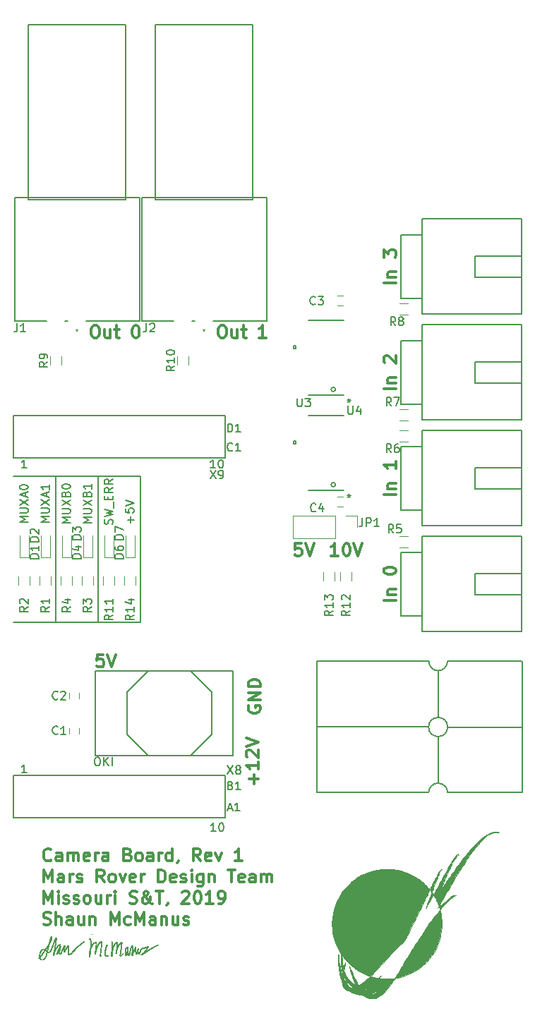
<source format=gbr>
G04 #@! TF.GenerationSoftware,KiCad,Pcbnew,(5.0.0)*
G04 #@! TF.CreationDate,2018-12-17T13:23:09-06:00*
G04 #@! TF.ProjectId,CameraBoard_Hardware,43616D657261426F6172645F48617264,rev?*
G04 #@! TF.SameCoordinates,Original*
G04 #@! TF.FileFunction,Legend,Top*
G04 #@! TF.FilePolarity,Positive*
%FSLAX46Y46*%
G04 Gerber Fmt 4.6, Leading zero omitted, Abs format (unit mm)*
G04 Created by KiCad (PCBNEW (5.0.0)) date 12/17/18 13:23:09*
%MOMM*%
%LPD*%
G01*
G04 APERTURE LIST*
%ADD10C,0.200000*%
%ADD11C,0.300000*%
%ADD12C,0.150000*%
%ADD13C,0.120000*%
%ADD14C,0.152400*%
%ADD15C,0.010000*%
G04 APERTURE END LIST*
D10*
X124968000Y-78740000D02*
G75*
G03X124968000Y-78740000I-254000J0D01*
G01*
X124968000Y-90170000D02*
G75*
G03X124968000Y-90170000I-254000J0D01*
G01*
X101600000Y-89154000D02*
X86360000Y-89154000D01*
X101600000Y-106680000D02*
X86360000Y-106680000D01*
X101600000Y-106680000D02*
X101600000Y-89154000D01*
D11*
X97123285Y-110557571D02*
X96409000Y-110557571D01*
X96337571Y-111271857D01*
X96409000Y-111200428D01*
X96551857Y-111129000D01*
X96909000Y-111129000D01*
X97051857Y-111200428D01*
X97123285Y-111271857D01*
X97194714Y-111414714D01*
X97194714Y-111771857D01*
X97123285Y-111914714D01*
X97051857Y-111986142D01*
X96909000Y-112057571D01*
X96551857Y-112057571D01*
X96409000Y-111986142D01*
X96337571Y-111914714D01*
X97623285Y-110557571D02*
X98123285Y-112057571D01*
X98623285Y-110557571D01*
D10*
X96520000Y-89154000D02*
X96520000Y-106680000D01*
X91440000Y-89154000D02*
X91440000Y-106680000D01*
D11*
X120872285Y-97222571D02*
X120158000Y-97222571D01*
X120086571Y-97936857D01*
X120158000Y-97865428D01*
X120300857Y-97794000D01*
X120658000Y-97794000D01*
X120800857Y-97865428D01*
X120872285Y-97936857D01*
X120943714Y-98079714D01*
X120943714Y-98436857D01*
X120872285Y-98579714D01*
X120800857Y-98651142D01*
X120658000Y-98722571D01*
X120300857Y-98722571D01*
X120158000Y-98651142D01*
X120086571Y-98579714D01*
X121372285Y-97222571D02*
X121872285Y-98722571D01*
X122372285Y-97222571D01*
X125309428Y-98722571D02*
X124452285Y-98722571D01*
X124880857Y-98722571D02*
X124880857Y-97222571D01*
X124738000Y-97436857D01*
X124595142Y-97579714D01*
X124452285Y-97651142D01*
X126238000Y-97222571D02*
X126380857Y-97222571D01*
X126523714Y-97294000D01*
X126595142Y-97365428D01*
X126666571Y-97508285D01*
X126738000Y-97794000D01*
X126738000Y-98151142D01*
X126666571Y-98436857D01*
X126595142Y-98579714D01*
X126523714Y-98651142D01*
X126380857Y-98722571D01*
X126238000Y-98722571D01*
X126095142Y-98651142D01*
X126023714Y-98579714D01*
X125952285Y-98436857D01*
X125880857Y-98151142D01*
X125880857Y-97794000D01*
X125952285Y-97508285D01*
X126023714Y-97365428D01*
X126095142Y-97294000D01*
X126238000Y-97222571D01*
X127166571Y-97222571D02*
X127666571Y-98722571D01*
X128166571Y-97222571D01*
X132250571Y-104072285D02*
X130750571Y-104072285D01*
X131250571Y-103358000D02*
X132250571Y-103358000D01*
X131393428Y-103358000D02*
X131322000Y-103286571D01*
X131250571Y-103143714D01*
X131250571Y-102929428D01*
X131322000Y-102786571D01*
X131464857Y-102715142D01*
X132250571Y-102715142D01*
X130750571Y-100572285D02*
X130750571Y-100429428D01*
X130822000Y-100286571D01*
X130893428Y-100215142D01*
X131036285Y-100143714D01*
X131322000Y-100072285D01*
X131679142Y-100072285D01*
X131964857Y-100143714D01*
X132107714Y-100215142D01*
X132179142Y-100286571D01*
X132250571Y-100429428D01*
X132250571Y-100572285D01*
X132179142Y-100715142D01*
X132107714Y-100786571D01*
X131964857Y-100858000D01*
X131679142Y-100929428D01*
X131322000Y-100929428D01*
X131036285Y-100858000D01*
X130893428Y-100786571D01*
X130822000Y-100715142D01*
X130750571Y-100572285D01*
X132250571Y-91372285D02*
X130750571Y-91372285D01*
X131250571Y-90658000D02*
X132250571Y-90658000D01*
X131393428Y-90658000D02*
X131322000Y-90586571D01*
X131250571Y-90443714D01*
X131250571Y-90229428D01*
X131322000Y-90086571D01*
X131464857Y-90015142D01*
X132250571Y-90015142D01*
X132250571Y-87372285D02*
X132250571Y-88229428D01*
X132250571Y-87800857D02*
X130750571Y-87800857D01*
X130964857Y-87943714D01*
X131107714Y-88086571D01*
X131179142Y-88229428D01*
X132250571Y-65972285D02*
X130750571Y-65972285D01*
X131250571Y-65258000D02*
X132250571Y-65258000D01*
X131393428Y-65258000D02*
X131322000Y-65186571D01*
X131250571Y-65043714D01*
X131250571Y-64829428D01*
X131322000Y-64686571D01*
X131464857Y-64615142D01*
X132250571Y-64615142D01*
X130750571Y-62900857D02*
X130750571Y-61972285D01*
X131322000Y-62472285D01*
X131322000Y-62258000D01*
X131393428Y-62115142D01*
X131464857Y-62043714D01*
X131607714Y-61972285D01*
X131964857Y-61972285D01*
X132107714Y-62043714D01*
X132179142Y-62115142D01*
X132250571Y-62258000D01*
X132250571Y-62686571D01*
X132179142Y-62829428D01*
X132107714Y-62900857D01*
X132250571Y-78672285D02*
X130750571Y-78672285D01*
X131250571Y-77958000D02*
X132250571Y-77958000D01*
X131393428Y-77958000D02*
X131322000Y-77886571D01*
X131250571Y-77743714D01*
X131250571Y-77529428D01*
X131322000Y-77386571D01*
X131464857Y-77315142D01*
X132250571Y-77315142D01*
X130893428Y-75529428D02*
X130822000Y-75458000D01*
X130750571Y-75315142D01*
X130750571Y-74958000D01*
X130822000Y-74815142D01*
X130893428Y-74743714D01*
X131036285Y-74672285D01*
X131179142Y-74672285D01*
X131393428Y-74743714D01*
X132250571Y-75600857D01*
X132250571Y-74672285D01*
X96016285Y-71060571D02*
X96302000Y-71060571D01*
X96444857Y-71132000D01*
X96587714Y-71274857D01*
X96659142Y-71560571D01*
X96659142Y-72060571D01*
X96587714Y-72346285D01*
X96444857Y-72489142D01*
X96302000Y-72560571D01*
X96016285Y-72560571D01*
X95873428Y-72489142D01*
X95730571Y-72346285D01*
X95659142Y-72060571D01*
X95659142Y-71560571D01*
X95730571Y-71274857D01*
X95873428Y-71132000D01*
X96016285Y-71060571D01*
X97944857Y-71560571D02*
X97944857Y-72560571D01*
X97302000Y-71560571D02*
X97302000Y-72346285D01*
X97373428Y-72489142D01*
X97516285Y-72560571D01*
X97730571Y-72560571D01*
X97873428Y-72489142D01*
X97944857Y-72417714D01*
X98444857Y-71560571D02*
X99016285Y-71560571D01*
X98659142Y-71060571D02*
X98659142Y-72346285D01*
X98730571Y-72489142D01*
X98873428Y-72560571D01*
X99016285Y-72560571D01*
X100944857Y-71060571D02*
X101087714Y-71060571D01*
X101230571Y-71132000D01*
X101302000Y-71203428D01*
X101373428Y-71346285D01*
X101444857Y-71632000D01*
X101444857Y-71989142D01*
X101373428Y-72274857D01*
X101302000Y-72417714D01*
X101230571Y-72489142D01*
X101087714Y-72560571D01*
X100944857Y-72560571D01*
X100802000Y-72489142D01*
X100730571Y-72417714D01*
X100659142Y-72274857D01*
X100587714Y-71989142D01*
X100587714Y-71632000D01*
X100659142Y-71346285D01*
X100730571Y-71203428D01*
X100802000Y-71132000D01*
X100944857Y-71060571D01*
X111256285Y-71060571D02*
X111542000Y-71060571D01*
X111684857Y-71132000D01*
X111827714Y-71274857D01*
X111899142Y-71560571D01*
X111899142Y-72060571D01*
X111827714Y-72346285D01*
X111684857Y-72489142D01*
X111542000Y-72560571D01*
X111256285Y-72560571D01*
X111113428Y-72489142D01*
X110970571Y-72346285D01*
X110899142Y-72060571D01*
X110899142Y-71560571D01*
X110970571Y-71274857D01*
X111113428Y-71132000D01*
X111256285Y-71060571D01*
X113184857Y-71560571D02*
X113184857Y-72560571D01*
X112542000Y-71560571D02*
X112542000Y-72346285D01*
X112613428Y-72489142D01*
X112756285Y-72560571D01*
X112970571Y-72560571D01*
X113113428Y-72489142D01*
X113184857Y-72417714D01*
X113684857Y-71560571D02*
X114256285Y-71560571D01*
X113899142Y-71060571D02*
X113899142Y-72346285D01*
X113970571Y-72489142D01*
X114113428Y-72560571D01*
X114256285Y-72560571D01*
X116684857Y-72560571D02*
X115827714Y-72560571D01*
X116256285Y-72560571D02*
X116256285Y-71060571D01*
X116113428Y-71274857D01*
X115970571Y-71417714D01*
X115827714Y-71489142D01*
D12*
X100401428Y-94757714D02*
X100401428Y-93995809D01*
X100782380Y-94376761D02*
X100020476Y-94376761D01*
X99782380Y-93043428D02*
X99782380Y-93519619D01*
X100258571Y-93567238D01*
X100210952Y-93519619D01*
X100163333Y-93424380D01*
X100163333Y-93186285D01*
X100210952Y-93091047D01*
X100258571Y-93043428D01*
X100353809Y-92995809D01*
X100591904Y-92995809D01*
X100687142Y-93043428D01*
X100734761Y-93091047D01*
X100782380Y-93186285D01*
X100782380Y-93424380D01*
X100734761Y-93519619D01*
X100687142Y-93567238D01*
X99782380Y-92710095D02*
X100782380Y-92376761D01*
X99782380Y-92043428D01*
X98194761Y-94892476D02*
X98242380Y-94749619D01*
X98242380Y-94511523D01*
X98194761Y-94416285D01*
X98147142Y-94368666D01*
X98051904Y-94321047D01*
X97956666Y-94321047D01*
X97861428Y-94368666D01*
X97813809Y-94416285D01*
X97766190Y-94511523D01*
X97718571Y-94702000D01*
X97670952Y-94797238D01*
X97623333Y-94844857D01*
X97528095Y-94892476D01*
X97432857Y-94892476D01*
X97337619Y-94844857D01*
X97290000Y-94797238D01*
X97242380Y-94702000D01*
X97242380Y-94463904D01*
X97290000Y-94321047D01*
X97242380Y-93987714D02*
X98242380Y-93749619D01*
X97528095Y-93559142D01*
X98242380Y-93368666D01*
X97242380Y-93130571D01*
X98337619Y-92987714D02*
X98337619Y-92225809D01*
X97718571Y-91987714D02*
X97718571Y-91654380D01*
X98242380Y-91511523D02*
X98242380Y-91987714D01*
X97242380Y-91987714D01*
X97242380Y-91511523D01*
X98242380Y-90511523D02*
X97766190Y-90844857D01*
X98242380Y-91082952D02*
X97242380Y-91082952D01*
X97242380Y-90702000D01*
X97290000Y-90606761D01*
X97337619Y-90559142D01*
X97432857Y-90511523D01*
X97575714Y-90511523D01*
X97670952Y-90559142D01*
X97718571Y-90606761D01*
X97766190Y-90702000D01*
X97766190Y-91082952D01*
X98242380Y-89511523D02*
X97766190Y-89844857D01*
X98242380Y-90082952D02*
X97242380Y-90082952D01*
X97242380Y-89702000D01*
X97290000Y-89606761D01*
X97337619Y-89559142D01*
X97432857Y-89511523D01*
X97575714Y-89511523D01*
X97670952Y-89559142D01*
X97718571Y-89606761D01*
X97766190Y-89702000D01*
X97766190Y-90082952D01*
X93162380Y-94765523D02*
X92162380Y-94765523D01*
X92876666Y-94432190D01*
X92162380Y-94098857D01*
X93162380Y-94098857D01*
X92162380Y-93622666D02*
X92971904Y-93622666D01*
X93067142Y-93575047D01*
X93114761Y-93527428D01*
X93162380Y-93432190D01*
X93162380Y-93241714D01*
X93114761Y-93146476D01*
X93067142Y-93098857D01*
X92971904Y-93051238D01*
X92162380Y-93051238D01*
X92162380Y-92670285D02*
X93162380Y-92003619D01*
X92162380Y-92003619D02*
X93162380Y-92670285D01*
X92638571Y-91289333D02*
X92686190Y-91146476D01*
X92733809Y-91098857D01*
X92829047Y-91051238D01*
X92971904Y-91051238D01*
X93067142Y-91098857D01*
X93114761Y-91146476D01*
X93162380Y-91241714D01*
X93162380Y-91622666D01*
X92162380Y-91622666D01*
X92162380Y-91289333D01*
X92210000Y-91194095D01*
X92257619Y-91146476D01*
X92352857Y-91098857D01*
X92448095Y-91098857D01*
X92543333Y-91146476D01*
X92590952Y-91194095D01*
X92638571Y-91289333D01*
X92638571Y-91622666D01*
X92162380Y-90432190D02*
X92162380Y-90336952D01*
X92210000Y-90241714D01*
X92257619Y-90194095D01*
X92352857Y-90146476D01*
X92543333Y-90098857D01*
X92781428Y-90098857D01*
X92971904Y-90146476D01*
X93067142Y-90194095D01*
X93114761Y-90241714D01*
X93162380Y-90336952D01*
X93162380Y-90432190D01*
X93114761Y-90527428D01*
X93067142Y-90575047D01*
X92971904Y-90622666D01*
X92781428Y-90670285D01*
X92543333Y-90670285D01*
X92352857Y-90622666D01*
X92257619Y-90575047D01*
X92210000Y-90527428D01*
X92162380Y-90432190D01*
X95702380Y-94765523D02*
X94702380Y-94765523D01*
X95416666Y-94432190D01*
X94702380Y-94098857D01*
X95702380Y-94098857D01*
X94702380Y-93622666D02*
X95511904Y-93622666D01*
X95607142Y-93575047D01*
X95654761Y-93527428D01*
X95702380Y-93432190D01*
X95702380Y-93241714D01*
X95654761Y-93146476D01*
X95607142Y-93098857D01*
X95511904Y-93051238D01*
X94702380Y-93051238D01*
X94702380Y-92670285D02*
X95702380Y-92003619D01*
X94702380Y-92003619D02*
X95702380Y-92670285D01*
X95178571Y-91289333D02*
X95226190Y-91146476D01*
X95273809Y-91098857D01*
X95369047Y-91051238D01*
X95511904Y-91051238D01*
X95607142Y-91098857D01*
X95654761Y-91146476D01*
X95702380Y-91241714D01*
X95702380Y-91622666D01*
X94702380Y-91622666D01*
X94702380Y-91289333D01*
X94750000Y-91194095D01*
X94797619Y-91146476D01*
X94892857Y-91098857D01*
X94988095Y-91098857D01*
X95083333Y-91146476D01*
X95130952Y-91194095D01*
X95178571Y-91289333D01*
X95178571Y-91622666D01*
X95702380Y-90098857D02*
X95702380Y-90670285D01*
X95702380Y-90384571D02*
X94702380Y-90384571D01*
X94845238Y-90479809D01*
X94940476Y-90575047D01*
X94988095Y-90670285D01*
X88082380Y-94694095D02*
X87082380Y-94694095D01*
X87796666Y-94360761D01*
X87082380Y-94027428D01*
X88082380Y-94027428D01*
X87082380Y-93551238D02*
X87891904Y-93551238D01*
X87987142Y-93503619D01*
X88034761Y-93456000D01*
X88082380Y-93360761D01*
X88082380Y-93170285D01*
X88034761Y-93075047D01*
X87987142Y-93027428D01*
X87891904Y-92979809D01*
X87082380Y-92979809D01*
X87082380Y-92598857D02*
X88082380Y-91932190D01*
X87082380Y-91932190D02*
X88082380Y-92598857D01*
X87796666Y-91598857D02*
X87796666Y-91122666D01*
X88082380Y-91694095D02*
X87082380Y-91360761D01*
X88082380Y-91027428D01*
X87082380Y-90503619D02*
X87082380Y-90408380D01*
X87130000Y-90313142D01*
X87177619Y-90265523D01*
X87272857Y-90217904D01*
X87463333Y-90170285D01*
X87701428Y-90170285D01*
X87891904Y-90217904D01*
X87987142Y-90265523D01*
X88034761Y-90313142D01*
X88082380Y-90408380D01*
X88082380Y-90503619D01*
X88034761Y-90598857D01*
X87987142Y-90646476D01*
X87891904Y-90694095D01*
X87701428Y-90741714D01*
X87463333Y-90741714D01*
X87272857Y-90694095D01*
X87177619Y-90646476D01*
X87130000Y-90598857D01*
X87082380Y-90503619D01*
X90622380Y-94694095D02*
X89622380Y-94694095D01*
X90336666Y-94360761D01*
X89622380Y-94027428D01*
X90622380Y-94027428D01*
X89622380Y-93551238D02*
X90431904Y-93551238D01*
X90527142Y-93503619D01*
X90574761Y-93456000D01*
X90622380Y-93360761D01*
X90622380Y-93170285D01*
X90574761Y-93075047D01*
X90527142Y-93027428D01*
X90431904Y-92979809D01*
X89622380Y-92979809D01*
X89622380Y-92598857D02*
X90622380Y-91932190D01*
X89622380Y-91932190D02*
X90622380Y-92598857D01*
X90336666Y-91598857D02*
X90336666Y-91122666D01*
X90622380Y-91694095D02*
X89622380Y-91360761D01*
X90622380Y-91027428D01*
X90622380Y-90170285D02*
X90622380Y-90741714D01*
X90622380Y-90456000D02*
X89622380Y-90456000D01*
X89765238Y-90551238D01*
X89860476Y-90646476D01*
X89908095Y-90741714D01*
D11*
X114566000Y-116712857D02*
X114494571Y-116855714D01*
X114494571Y-117070000D01*
X114566000Y-117284285D01*
X114708857Y-117427142D01*
X114851714Y-117498571D01*
X115137428Y-117570000D01*
X115351714Y-117570000D01*
X115637428Y-117498571D01*
X115780285Y-117427142D01*
X115923142Y-117284285D01*
X115994571Y-117070000D01*
X115994571Y-116927142D01*
X115923142Y-116712857D01*
X115851714Y-116641428D01*
X115351714Y-116641428D01*
X115351714Y-116927142D01*
X115994571Y-115998571D02*
X114494571Y-115998571D01*
X115994571Y-115141428D01*
X114494571Y-115141428D01*
X115994571Y-114427142D02*
X114494571Y-114427142D01*
X114494571Y-114070000D01*
X114566000Y-113855714D01*
X114708857Y-113712857D01*
X114851714Y-113641428D01*
X115137428Y-113570000D01*
X115351714Y-113570000D01*
X115637428Y-113641428D01*
X115780285Y-113712857D01*
X115923142Y-113855714D01*
X115994571Y-114070000D01*
X115994571Y-114427142D01*
X115169142Y-126086857D02*
X115169142Y-124944000D01*
X115740571Y-125515428D02*
X114597714Y-125515428D01*
X115740571Y-123444000D02*
X115740571Y-124301142D01*
X115740571Y-123872571D02*
X114240571Y-123872571D01*
X114454857Y-124015428D01*
X114597714Y-124158285D01*
X114669142Y-124301142D01*
X114383428Y-122872571D02*
X114312000Y-122801142D01*
X114240571Y-122658285D01*
X114240571Y-122301142D01*
X114312000Y-122158285D01*
X114383428Y-122086857D01*
X114526285Y-122015428D01*
X114669142Y-122015428D01*
X114883428Y-122086857D01*
X115740571Y-122944000D01*
X115740571Y-122015428D01*
X114240571Y-121586857D02*
X115740571Y-121086857D01*
X114240571Y-120586857D01*
X90868085Y-135191514D02*
X90796657Y-135262942D01*
X90582371Y-135334371D01*
X90439514Y-135334371D01*
X90225228Y-135262942D01*
X90082371Y-135120085D01*
X90010942Y-134977228D01*
X89939514Y-134691514D01*
X89939514Y-134477228D01*
X90010942Y-134191514D01*
X90082371Y-134048657D01*
X90225228Y-133905800D01*
X90439514Y-133834371D01*
X90582371Y-133834371D01*
X90796657Y-133905800D01*
X90868085Y-133977228D01*
X92153800Y-135334371D02*
X92153800Y-134548657D01*
X92082371Y-134405800D01*
X91939514Y-134334371D01*
X91653800Y-134334371D01*
X91510942Y-134405800D01*
X92153800Y-135262942D02*
X92010942Y-135334371D01*
X91653800Y-135334371D01*
X91510942Y-135262942D01*
X91439514Y-135120085D01*
X91439514Y-134977228D01*
X91510942Y-134834371D01*
X91653800Y-134762942D01*
X92010942Y-134762942D01*
X92153800Y-134691514D01*
X92868085Y-135334371D02*
X92868085Y-134334371D01*
X92868085Y-134477228D02*
X92939514Y-134405800D01*
X93082371Y-134334371D01*
X93296657Y-134334371D01*
X93439514Y-134405800D01*
X93510942Y-134548657D01*
X93510942Y-135334371D01*
X93510942Y-134548657D02*
X93582371Y-134405800D01*
X93725228Y-134334371D01*
X93939514Y-134334371D01*
X94082371Y-134405800D01*
X94153800Y-134548657D01*
X94153800Y-135334371D01*
X95439514Y-135262942D02*
X95296657Y-135334371D01*
X95010942Y-135334371D01*
X94868085Y-135262942D01*
X94796657Y-135120085D01*
X94796657Y-134548657D01*
X94868085Y-134405800D01*
X95010942Y-134334371D01*
X95296657Y-134334371D01*
X95439514Y-134405800D01*
X95510942Y-134548657D01*
X95510942Y-134691514D01*
X94796657Y-134834371D01*
X96153800Y-135334371D02*
X96153800Y-134334371D01*
X96153800Y-134620085D02*
X96225228Y-134477228D01*
X96296657Y-134405800D01*
X96439514Y-134334371D01*
X96582371Y-134334371D01*
X97725228Y-135334371D02*
X97725228Y-134548657D01*
X97653800Y-134405800D01*
X97510942Y-134334371D01*
X97225228Y-134334371D01*
X97082371Y-134405800D01*
X97725228Y-135262942D02*
X97582371Y-135334371D01*
X97225228Y-135334371D01*
X97082371Y-135262942D01*
X97010942Y-135120085D01*
X97010942Y-134977228D01*
X97082371Y-134834371D01*
X97225228Y-134762942D01*
X97582371Y-134762942D01*
X97725228Y-134691514D01*
X100082371Y-134548657D02*
X100296657Y-134620085D01*
X100368085Y-134691514D01*
X100439514Y-134834371D01*
X100439514Y-135048657D01*
X100368085Y-135191514D01*
X100296657Y-135262942D01*
X100153800Y-135334371D01*
X99582371Y-135334371D01*
X99582371Y-133834371D01*
X100082371Y-133834371D01*
X100225228Y-133905800D01*
X100296657Y-133977228D01*
X100368085Y-134120085D01*
X100368085Y-134262942D01*
X100296657Y-134405800D01*
X100225228Y-134477228D01*
X100082371Y-134548657D01*
X99582371Y-134548657D01*
X101296657Y-135334371D02*
X101153800Y-135262942D01*
X101082371Y-135191514D01*
X101010942Y-135048657D01*
X101010942Y-134620085D01*
X101082371Y-134477228D01*
X101153800Y-134405800D01*
X101296657Y-134334371D01*
X101510942Y-134334371D01*
X101653800Y-134405800D01*
X101725228Y-134477228D01*
X101796657Y-134620085D01*
X101796657Y-135048657D01*
X101725228Y-135191514D01*
X101653800Y-135262942D01*
X101510942Y-135334371D01*
X101296657Y-135334371D01*
X103082371Y-135334371D02*
X103082371Y-134548657D01*
X103010942Y-134405800D01*
X102868085Y-134334371D01*
X102582371Y-134334371D01*
X102439514Y-134405800D01*
X103082371Y-135262942D02*
X102939514Y-135334371D01*
X102582371Y-135334371D01*
X102439514Y-135262942D01*
X102368085Y-135120085D01*
X102368085Y-134977228D01*
X102439514Y-134834371D01*
X102582371Y-134762942D01*
X102939514Y-134762942D01*
X103082371Y-134691514D01*
X103796657Y-135334371D02*
X103796657Y-134334371D01*
X103796657Y-134620085D02*
X103868085Y-134477228D01*
X103939514Y-134405800D01*
X104082371Y-134334371D01*
X104225228Y-134334371D01*
X105368085Y-135334371D02*
X105368085Y-133834371D01*
X105368085Y-135262942D02*
X105225228Y-135334371D01*
X104939514Y-135334371D01*
X104796657Y-135262942D01*
X104725228Y-135191514D01*
X104653800Y-135048657D01*
X104653800Y-134620085D01*
X104725228Y-134477228D01*
X104796657Y-134405800D01*
X104939514Y-134334371D01*
X105225228Y-134334371D01*
X105368085Y-134405800D01*
X106153800Y-135262942D02*
X106153800Y-135334371D01*
X106082371Y-135477228D01*
X106010942Y-135548657D01*
X108796657Y-135334371D02*
X108296657Y-134620085D01*
X107939514Y-135334371D02*
X107939514Y-133834371D01*
X108510942Y-133834371D01*
X108653800Y-133905800D01*
X108725228Y-133977228D01*
X108796657Y-134120085D01*
X108796657Y-134334371D01*
X108725228Y-134477228D01*
X108653800Y-134548657D01*
X108510942Y-134620085D01*
X107939514Y-134620085D01*
X110010942Y-135262942D02*
X109868085Y-135334371D01*
X109582371Y-135334371D01*
X109439514Y-135262942D01*
X109368085Y-135120085D01*
X109368085Y-134548657D01*
X109439514Y-134405800D01*
X109582371Y-134334371D01*
X109868085Y-134334371D01*
X110010942Y-134405800D01*
X110082371Y-134548657D01*
X110082371Y-134691514D01*
X109368085Y-134834371D01*
X110582371Y-134334371D02*
X110939514Y-135334371D01*
X111296657Y-134334371D01*
X113796657Y-135334371D02*
X112939514Y-135334371D01*
X113368085Y-135334371D02*
X113368085Y-133834371D01*
X113225228Y-134048657D01*
X113082371Y-134191514D01*
X112939514Y-134262942D01*
X90010942Y-137884371D02*
X90010942Y-136384371D01*
X90510942Y-137455800D01*
X91010942Y-136384371D01*
X91010942Y-137884371D01*
X92368085Y-137884371D02*
X92368085Y-137098657D01*
X92296657Y-136955800D01*
X92153800Y-136884371D01*
X91868085Y-136884371D01*
X91725228Y-136955800D01*
X92368085Y-137812942D02*
X92225228Y-137884371D01*
X91868085Y-137884371D01*
X91725228Y-137812942D01*
X91653800Y-137670085D01*
X91653800Y-137527228D01*
X91725228Y-137384371D01*
X91868085Y-137312942D01*
X92225228Y-137312942D01*
X92368085Y-137241514D01*
X93082371Y-137884371D02*
X93082371Y-136884371D01*
X93082371Y-137170085D02*
X93153800Y-137027228D01*
X93225228Y-136955800D01*
X93368085Y-136884371D01*
X93510942Y-136884371D01*
X93939514Y-137812942D02*
X94082371Y-137884371D01*
X94368085Y-137884371D01*
X94510942Y-137812942D01*
X94582371Y-137670085D01*
X94582371Y-137598657D01*
X94510942Y-137455800D01*
X94368085Y-137384371D01*
X94153800Y-137384371D01*
X94010942Y-137312942D01*
X93939514Y-137170085D01*
X93939514Y-137098657D01*
X94010942Y-136955800D01*
X94153800Y-136884371D01*
X94368085Y-136884371D01*
X94510942Y-136955800D01*
X97225228Y-137884371D02*
X96725228Y-137170085D01*
X96368085Y-137884371D02*
X96368085Y-136384371D01*
X96939514Y-136384371D01*
X97082371Y-136455800D01*
X97153800Y-136527228D01*
X97225228Y-136670085D01*
X97225228Y-136884371D01*
X97153800Y-137027228D01*
X97082371Y-137098657D01*
X96939514Y-137170085D01*
X96368085Y-137170085D01*
X98082371Y-137884371D02*
X97939514Y-137812942D01*
X97868085Y-137741514D01*
X97796657Y-137598657D01*
X97796657Y-137170085D01*
X97868085Y-137027228D01*
X97939514Y-136955800D01*
X98082371Y-136884371D01*
X98296657Y-136884371D01*
X98439514Y-136955800D01*
X98510942Y-137027228D01*
X98582371Y-137170085D01*
X98582371Y-137598657D01*
X98510942Y-137741514D01*
X98439514Y-137812942D01*
X98296657Y-137884371D01*
X98082371Y-137884371D01*
X99082371Y-136884371D02*
X99439514Y-137884371D01*
X99796657Y-136884371D01*
X100939514Y-137812942D02*
X100796657Y-137884371D01*
X100510942Y-137884371D01*
X100368085Y-137812942D01*
X100296657Y-137670085D01*
X100296657Y-137098657D01*
X100368085Y-136955800D01*
X100510942Y-136884371D01*
X100796657Y-136884371D01*
X100939514Y-136955800D01*
X101010942Y-137098657D01*
X101010942Y-137241514D01*
X100296657Y-137384371D01*
X101653800Y-137884371D02*
X101653800Y-136884371D01*
X101653800Y-137170085D02*
X101725228Y-137027228D01*
X101796657Y-136955800D01*
X101939514Y-136884371D01*
X102082371Y-136884371D01*
X103725228Y-137884371D02*
X103725228Y-136384371D01*
X104082371Y-136384371D01*
X104296657Y-136455800D01*
X104439514Y-136598657D01*
X104510942Y-136741514D01*
X104582371Y-137027228D01*
X104582371Y-137241514D01*
X104510942Y-137527228D01*
X104439514Y-137670085D01*
X104296657Y-137812942D01*
X104082371Y-137884371D01*
X103725228Y-137884371D01*
X105796657Y-137812942D02*
X105653800Y-137884371D01*
X105368085Y-137884371D01*
X105225228Y-137812942D01*
X105153800Y-137670085D01*
X105153800Y-137098657D01*
X105225228Y-136955800D01*
X105368085Y-136884371D01*
X105653800Y-136884371D01*
X105796657Y-136955800D01*
X105868085Y-137098657D01*
X105868085Y-137241514D01*
X105153800Y-137384371D01*
X106439514Y-137812942D02*
X106582371Y-137884371D01*
X106868085Y-137884371D01*
X107010942Y-137812942D01*
X107082371Y-137670085D01*
X107082371Y-137598657D01*
X107010942Y-137455800D01*
X106868085Y-137384371D01*
X106653800Y-137384371D01*
X106510942Y-137312942D01*
X106439514Y-137170085D01*
X106439514Y-137098657D01*
X106510942Y-136955800D01*
X106653800Y-136884371D01*
X106868085Y-136884371D01*
X107010942Y-136955800D01*
X107725228Y-137884371D02*
X107725228Y-136884371D01*
X107725228Y-136384371D02*
X107653800Y-136455800D01*
X107725228Y-136527228D01*
X107796657Y-136455800D01*
X107725228Y-136384371D01*
X107725228Y-136527228D01*
X109082371Y-136884371D02*
X109082371Y-138098657D01*
X109010942Y-138241514D01*
X108939514Y-138312942D01*
X108796657Y-138384371D01*
X108582371Y-138384371D01*
X108439514Y-138312942D01*
X109082371Y-137812942D02*
X108939514Y-137884371D01*
X108653800Y-137884371D01*
X108510942Y-137812942D01*
X108439514Y-137741514D01*
X108368085Y-137598657D01*
X108368085Y-137170085D01*
X108439514Y-137027228D01*
X108510942Y-136955800D01*
X108653800Y-136884371D01*
X108939514Y-136884371D01*
X109082371Y-136955800D01*
X109796657Y-136884371D02*
X109796657Y-137884371D01*
X109796657Y-137027228D02*
X109868085Y-136955800D01*
X110010942Y-136884371D01*
X110225228Y-136884371D01*
X110368085Y-136955800D01*
X110439514Y-137098657D01*
X110439514Y-137884371D01*
X112082371Y-136384371D02*
X112939514Y-136384371D01*
X112510942Y-137884371D02*
X112510942Y-136384371D01*
X114010942Y-137812942D02*
X113868085Y-137884371D01*
X113582371Y-137884371D01*
X113439514Y-137812942D01*
X113368085Y-137670085D01*
X113368085Y-137098657D01*
X113439514Y-136955800D01*
X113582371Y-136884371D01*
X113868085Y-136884371D01*
X114010942Y-136955800D01*
X114082371Y-137098657D01*
X114082371Y-137241514D01*
X113368085Y-137384371D01*
X115368085Y-137884371D02*
X115368085Y-137098657D01*
X115296657Y-136955800D01*
X115153800Y-136884371D01*
X114868085Y-136884371D01*
X114725228Y-136955800D01*
X115368085Y-137812942D02*
X115225228Y-137884371D01*
X114868085Y-137884371D01*
X114725228Y-137812942D01*
X114653800Y-137670085D01*
X114653800Y-137527228D01*
X114725228Y-137384371D01*
X114868085Y-137312942D01*
X115225228Y-137312942D01*
X115368085Y-137241514D01*
X116082371Y-137884371D02*
X116082371Y-136884371D01*
X116082371Y-137027228D02*
X116153800Y-136955800D01*
X116296657Y-136884371D01*
X116510942Y-136884371D01*
X116653800Y-136955800D01*
X116725228Y-137098657D01*
X116725228Y-137884371D01*
X116725228Y-137098657D02*
X116796657Y-136955800D01*
X116939514Y-136884371D01*
X117153800Y-136884371D01*
X117296657Y-136955800D01*
X117368085Y-137098657D01*
X117368085Y-137884371D01*
X90010942Y-140434371D02*
X90010942Y-138934371D01*
X90510942Y-140005800D01*
X91010942Y-138934371D01*
X91010942Y-140434371D01*
X91725228Y-140434371D02*
X91725228Y-139434371D01*
X91725228Y-138934371D02*
X91653800Y-139005800D01*
X91725228Y-139077228D01*
X91796657Y-139005800D01*
X91725228Y-138934371D01*
X91725228Y-139077228D01*
X92368085Y-140362942D02*
X92510942Y-140434371D01*
X92796657Y-140434371D01*
X92939514Y-140362942D01*
X93010942Y-140220085D01*
X93010942Y-140148657D01*
X92939514Y-140005800D01*
X92796657Y-139934371D01*
X92582371Y-139934371D01*
X92439514Y-139862942D01*
X92368085Y-139720085D01*
X92368085Y-139648657D01*
X92439514Y-139505800D01*
X92582371Y-139434371D01*
X92796657Y-139434371D01*
X92939514Y-139505800D01*
X93582371Y-140362942D02*
X93725228Y-140434371D01*
X94010942Y-140434371D01*
X94153800Y-140362942D01*
X94225228Y-140220085D01*
X94225228Y-140148657D01*
X94153800Y-140005800D01*
X94010942Y-139934371D01*
X93796657Y-139934371D01*
X93653800Y-139862942D01*
X93582371Y-139720085D01*
X93582371Y-139648657D01*
X93653800Y-139505800D01*
X93796657Y-139434371D01*
X94010942Y-139434371D01*
X94153800Y-139505800D01*
X95082371Y-140434371D02*
X94939514Y-140362942D01*
X94868085Y-140291514D01*
X94796657Y-140148657D01*
X94796657Y-139720085D01*
X94868085Y-139577228D01*
X94939514Y-139505800D01*
X95082371Y-139434371D01*
X95296657Y-139434371D01*
X95439514Y-139505800D01*
X95510942Y-139577228D01*
X95582371Y-139720085D01*
X95582371Y-140148657D01*
X95510942Y-140291514D01*
X95439514Y-140362942D01*
X95296657Y-140434371D01*
X95082371Y-140434371D01*
X96868085Y-139434371D02*
X96868085Y-140434371D01*
X96225228Y-139434371D02*
X96225228Y-140220085D01*
X96296657Y-140362942D01*
X96439514Y-140434371D01*
X96653800Y-140434371D01*
X96796657Y-140362942D01*
X96868085Y-140291514D01*
X97582371Y-140434371D02*
X97582371Y-139434371D01*
X97582371Y-139720085D02*
X97653800Y-139577228D01*
X97725228Y-139505800D01*
X97868085Y-139434371D01*
X98010942Y-139434371D01*
X98510942Y-140434371D02*
X98510942Y-139434371D01*
X98510942Y-138934371D02*
X98439514Y-139005800D01*
X98510942Y-139077228D01*
X98582371Y-139005800D01*
X98510942Y-138934371D01*
X98510942Y-139077228D01*
X100296657Y-140362942D02*
X100510942Y-140434371D01*
X100868085Y-140434371D01*
X101010942Y-140362942D01*
X101082371Y-140291514D01*
X101153800Y-140148657D01*
X101153800Y-140005800D01*
X101082371Y-139862942D01*
X101010942Y-139791514D01*
X100868085Y-139720085D01*
X100582371Y-139648657D01*
X100439514Y-139577228D01*
X100368085Y-139505800D01*
X100296657Y-139362942D01*
X100296657Y-139220085D01*
X100368085Y-139077228D01*
X100439514Y-139005800D01*
X100582371Y-138934371D01*
X100939514Y-138934371D01*
X101153800Y-139005800D01*
X103010942Y-140434371D02*
X102939514Y-140434371D01*
X102796657Y-140362942D01*
X102582371Y-140148657D01*
X102225228Y-139720085D01*
X102082371Y-139505800D01*
X102010942Y-139291514D01*
X102010942Y-139148657D01*
X102082371Y-139005800D01*
X102225228Y-138934371D01*
X102296657Y-138934371D01*
X102439514Y-139005800D01*
X102510942Y-139148657D01*
X102510942Y-139220085D01*
X102439514Y-139362942D01*
X102368085Y-139434371D01*
X101939514Y-139720085D01*
X101868085Y-139791514D01*
X101796657Y-139934371D01*
X101796657Y-140148657D01*
X101868085Y-140291514D01*
X101939514Y-140362942D01*
X102082371Y-140434371D01*
X102296657Y-140434371D01*
X102439514Y-140362942D01*
X102510942Y-140291514D01*
X102725228Y-140005800D01*
X102796657Y-139791514D01*
X102796657Y-139648657D01*
X103439514Y-138934371D02*
X104296657Y-138934371D01*
X103868085Y-140434371D02*
X103868085Y-138934371D01*
X104868085Y-140362942D02*
X104868085Y-140434371D01*
X104796657Y-140577228D01*
X104725228Y-140648657D01*
X106582371Y-139077228D02*
X106653800Y-139005800D01*
X106796657Y-138934371D01*
X107153800Y-138934371D01*
X107296657Y-139005800D01*
X107368085Y-139077228D01*
X107439514Y-139220085D01*
X107439514Y-139362942D01*
X107368085Y-139577228D01*
X106510942Y-140434371D01*
X107439514Y-140434371D01*
X108368085Y-138934371D02*
X108510942Y-138934371D01*
X108653800Y-139005800D01*
X108725228Y-139077228D01*
X108796657Y-139220085D01*
X108868085Y-139505800D01*
X108868085Y-139862942D01*
X108796657Y-140148657D01*
X108725228Y-140291514D01*
X108653800Y-140362942D01*
X108510942Y-140434371D01*
X108368085Y-140434371D01*
X108225228Y-140362942D01*
X108153800Y-140291514D01*
X108082371Y-140148657D01*
X108010942Y-139862942D01*
X108010942Y-139505800D01*
X108082371Y-139220085D01*
X108153800Y-139077228D01*
X108225228Y-139005800D01*
X108368085Y-138934371D01*
X110296657Y-140434371D02*
X109439514Y-140434371D01*
X109868085Y-140434371D02*
X109868085Y-138934371D01*
X109725228Y-139148657D01*
X109582371Y-139291514D01*
X109439514Y-139362942D01*
X111010942Y-140434371D02*
X111296657Y-140434371D01*
X111439514Y-140362942D01*
X111510942Y-140291514D01*
X111653800Y-140077228D01*
X111725228Y-139791514D01*
X111725228Y-139220085D01*
X111653800Y-139077228D01*
X111582371Y-139005800D01*
X111439514Y-138934371D01*
X111153800Y-138934371D01*
X111010942Y-139005800D01*
X110939514Y-139077228D01*
X110868085Y-139220085D01*
X110868085Y-139577228D01*
X110939514Y-139720085D01*
X111010942Y-139791514D01*
X111153800Y-139862942D01*
X111439514Y-139862942D01*
X111582371Y-139791514D01*
X111653800Y-139720085D01*
X111725228Y-139577228D01*
X89939514Y-142912942D02*
X90153800Y-142984371D01*
X90510942Y-142984371D01*
X90653800Y-142912942D01*
X90725228Y-142841514D01*
X90796657Y-142698657D01*
X90796657Y-142555800D01*
X90725228Y-142412942D01*
X90653800Y-142341514D01*
X90510942Y-142270085D01*
X90225228Y-142198657D01*
X90082371Y-142127228D01*
X90010942Y-142055800D01*
X89939514Y-141912942D01*
X89939514Y-141770085D01*
X90010942Y-141627228D01*
X90082371Y-141555800D01*
X90225228Y-141484371D01*
X90582371Y-141484371D01*
X90796657Y-141555800D01*
X91439514Y-142984371D02*
X91439514Y-141484371D01*
X92082371Y-142984371D02*
X92082371Y-142198657D01*
X92010942Y-142055800D01*
X91868085Y-141984371D01*
X91653800Y-141984371D01*
X91510942Y-142055800D01*
X91439514Y-142127228D01*
X93439514Y-142984371D02*
X93439514Y-142198657D01*
X93368085Y-142055800D01*
X93225228Y-141984371D01*
X92939514Y-141984371D01*
X92796657Y-142055800D01*
X93439514Y-142912942D02*
X93296657Y-142984371D01*
X92939514Y-142984371D01*
X92796657Y-142912942D01*
X92725228Y-142770085D01*
X92725228Y-142627228D01*
X92796657Y-142484371D01*
X92939514Y-142412942D01*
X93296657Y-142412942D01*
X93439514Y-142341514D01*
X94796657Y-141984371D02*
X94796657Y-142984371D01*
X94153800Y-141984371D02*
X94153800Y-142770085D01*
X94225228Y-142912942D01*
X94368085Y-142984371D01*
X94582371Y-142984371D01*
X94725228Y-142912942D01*
X94796657Y-142841514D01*
X95510942Y-141984371D02*
X95510942Y-142984371D01*
X95510942Y-142127228D02*
X95582371Y-142055800D01*
X95725228Y-141984371D01*
X95939514Y-141984371D01*
X96082371Y-142055800D01*
X96153800Y-142198657D01*
X96153800Y-142984371D01*
X98010942Y-142984371D02*
X98010942Y-141484371D01*
X98510942Y-142555800D01*
X99010942Y-141484371D01*
X99010942Y-142984371D01*
X100368085Y-142912942D02*
X100225228Y-142984371D01*
X99939514Y-142984371D01*
X99796657Y-142912942D01*
X99725228Y-142841514D01*
X99653800Y-142698657D01*
X99653800Y-142270085D01*
X99725228Y-142127228D01*
X99796657Y-142055800D01*
X99939514Y-141984371D01*
X100225228Y-141984371D01*
X100368085Y-142055800D01*
X101010942Y-142984371D02*
X101010942Y-141484371D01*
X101510942Y-142555800D01*
X102010942Y-141484371D01*
X102010942Y-142984371D01*
X103368085Y-142984371D02*
X103368085Y-142198657D01*
X103296657Y-142055800D01*
X103153800Y-141984371D01*
X102868085Y-141984371D01*
X102725228Y-142055800D01*
X103368085Y-142912942D02*
X103225228Y-142984371D01*
X102868085Y-142984371D01*
X102725228Y-142912942D01*
X102653800Y-142770085D01*
X102653800Y-142627228D01*
X102725228Y-142484371D01*
X102868085Y-142412942D01*
X103225228Y-142412942D01*
X103368085Y-142341514D01*
X104082371Y-141984371D02*
X104082371Y-142984371D01*
X104082371Y-142127228D02*
X104153800Y-142055800D01*
X104296657Y-141984371D01*
X104510942Y-141984371D01*
X104653800Y-142055800D01*
X104725228Y-142198657D01*
X104725228Y-142984371D01*
X106082371Y-141984371D02*
X106082371Y-142984371D01*
X105439514Y-141984371D02*
X105439514Y-142770085D01*
X105510942Y-142912942D01*
X105653800Y-142984371D01*
X105868085Y-142984371D01*
X106010942Y-142912942D01*
X106082371Y-142841514D01*
X106725228Y-142912942D02*
X106868085Y-142984371D01*
X107153800Y-142984371D01*
X107296657Y-142912942D01*
X107368085Y-142770085D01*
X107368085Y-142698657D01*
X107296657Y-142555800D01*
X107153800Y-142484371D01*
X106939514Y-142484371D01*
X106796657Y-142412942D01*
X106725228Y-142270085D01*
X106725228Y-142198657D01*
X106796657Y-142055800D01*
X106939514Y-141984371D01*
X107153800Y-141984371D01*
X107296657Y-142055800D01*
D13*
G04 #@! TO.C,R7*
X132680000Y-81082600D02*
X133680000Y-81082600D01*
X133680000Y-82442600D02*
X132680000Y-82442600D01*
D14*
G04 #@! TO.C,U4*
X120167400Y-85280500D02*
X119913400Y-85280500D01*
X120167400Y-84899500D02*
X120167400Y-85280500D01*
X119913400Y-84899500D02*
X120167400Y-84899500D01*
X119913400Y-85280500D02*
X119913400Y-84899500D01*
X121754900Y-90855800D02*
X125996700Y-90855800D01*
X125996700Y-81864200D02*
X121754900Y-81864200D01*
D13*
G04 #@! TO.C,C3*
X125192000Y-67472000D02*
X125892000Y-67472000D01*
X125892000Y-68672000D02*
X125192000Y-68672000D01*
G04 #@! TO.C,C4*
X125192000Y-91602000D02*
X125892000Y-91602000D01*
X125892000Y-92802000D02*
X125192000Y-92802000D01*
G04 #@! TO.C,D1*
X89618106Y-98912000D02*
X90718106Y-98912000D01*
X90718106Y-98912000D02*
X90718106Y-96312000D01*
X89618106Y-98912000D02*
X89618106Y-96312000D01*
G04 #@! TO.C,D2*
X87080000Y-98912000D02*
X87080000Y-96312000D01*
X88180000Y-98912000D02*
X88180000Y-96312000D01*
X87080000Y-98912000D02*
X88180000Y-98912000D01*
G04 #@! TO.C,D3*
X94700000Y-98912000D02*
X95800000Y-98912000D01*
X95800000Y-98912000D02*
X95800000Y-96312000D01*
X94700000Y-98912000D02*
X94700000Y-96312000D01*
G04 #@! TO.C,D4*
X92160000Y-98912000D02*
X92160000Y-96312000D01*
X93260000Y-98912000D02*
X93260000Y-96312000D01*
X92160000Y-98912000D02*
X93260000Y-98912000D01*
G04 #@! TO.C,R1*
X89488106Y-102184000D02*
X89488106Y-101184000D01*
X90848106Y-101184000D02*
X90848106Y-102184000D01*
G04 #@! TO.C,R2*
X88310000Y-101184000D02*
X88310000Y-102184000D01*
X86950000Y-102184000D02*
X86950000Y-101184000D01*
G04 #@! TO.C,R3*
X95930000Y-101184000D02*
X95930000Y-102184000D01*
X94570000Y-102184000D02*
X94570000Y-101184000D01*
G04 #@! TO.C,R4*
X92030000Y-102184000D02*
X92030000Y-101184000D01*
X93390000Y-101184000D02*
X93390000Y-102184000D01*
G04 #@! TO.C,R5*
X132680000Y-96322600D02*
X133680000Y-96322600D01*
X133680000Y-97682600D02*
X132680000Y-97682600D01*
G04 #@! TO.C,R6*
X132680000Y-83622600D02*
X133680000Y-83622600D01*
X133680000Y-84982600D02*
X132680000Y-84982600D01*
G04 #@! TO.C,R8*
X132680000Y-68382600D02*
X133680000Y-68382600D01*
X133680000Y-69742600D02*
X132680000Y-69742600D01*
G04 #@! TO.C,R9*
X92120000Y-74768000D02*
X92120000Y-75768000D01*
X90760000Y-75768000D02*
X90760000Y-74768000D01*
G04 #@! TO.C,R10*
X106000000Y-75768000D02*
X106000000Y-74768000D01*
X107360000Y-74768000D02*
X107360000Y-75768000D01*
D14*
G04 #@! TO.C,U3*
X125996700Y-70434200D02*
X121754900Y-70434200D01*
X121754900Y-79425800D02*
X125996700Y-79425800D01*
X119913400Y-73850500D02*
X119913400Y-73469500D01*
X119913400Y-73469500D02*
X120167400Y-73469500D01*
X120167400Y-73469500D02*
X120167400Y-73850500D01*
X120167400Y-73850500D02*
X119913400Y-73850500D01*
G04 #@! TO.C,J1*
X92527348Y-70561200D02*
X92892652Y-70561200D01*
X95067348Y-70561200D02*
X101460300Y-70561200D01*
X86499700Y-55702200D02*
X86499700Y-70561200D01*
X101460300Y-55702200D02*
X86499700Y-55702200D01*
X101460300Y-70561200D02*
X101460300Y-55702200D01*
X86499700Y-70561200D02*
X90352652Y-70561200D01*
X88138000Y-35001200D02*
X88138000Y-55956200D01*
X99822000Y-35001200D02*
X88138000Y-35001200D01*
X99822000Y-55956200D02*
X99822000Y-35001200D01*
X88138000Y-55956200D02*
X99822000Y-55956200D01*
X93890539Y-71525279D02*
X93980000Y-71704200D01*
X94069461Y-71525279D02*
X93980000Y-71704200D01*
G04 #@! TO.C,J2*
X109309461Y-71525279D02*
X109220000Y-71704200D01*
X109130539Y-71525279D02*
X109220000Y-71704200D01*
X103378000Y-55956200D02*
X115062000Y-55956200D01*
X115062000Y-55956200D02*
X115062000Y-35001200D01*
X115062000Y-35001200D02*
X103378000Y-35001200D01*
X103378000Y-35001200D02*
X103378000Y-55956200D01*
X101739700Y-70561200D02*
X105592652Y-70561200D01*
X116700300Y-70561200D02*
X116700300Y-55702200D01*
X116700300Y-55702200D02*
X101739700Y-55702200D01*
X101739700Y-55702200D02*
X101739700Y-70561200D01*
X110307348Y-70561200D02*
X116700300Y-70561200D01*
X107767348Y-70561200D02*
X108132652Y-70561200D01*
D12*
G04 #@! TO.C,Conn1*
X136169400Y-111380000D02*
G75*
G03X137287000Y-112497600I1117600J0D01*
G01*
X137287000Y-112497600D02*
G75*
G03X138404600Y-111380000I0J1117600D01*
G01*
X147345400Y-127128000D02*
X147345400Y-111380000D01*
X122707400Y-127128000D02*
X122707400Y-111380000D01*
X138430000Y-127128000D02*
X139649200Y-127128000D01*
X137287000Y-125985000D02*
G75*
G03X136144000Y-127128000I0J-1143000D01*
G01*
X138430000Y-127128000D02*
G75*
G03X137287000Y-125985000I-1143000J0D01*
G01*
X134975600Y-111380000D02*
X136169400Y-111380000D01*
X137287000Y-113691400D02*
X137287000Y-112523000D01*
X139598400Y-111380000D02*
X138430000Y-111380000D01*
X135026400Y-127128000D02*
X136118600Y-127128000D01*
X137287000Y-125985000D02*
X137287000Y-124816600D01*
X137287000Y-116968000D02*
X137287000Y-118111000D01*
X147320000Y-119279400D02*
X138430000Y-119279400D01*
X137287000Y-121540000D02*
X137287000Y-120397000D01*
X135001000Y-119254000D02*
X136144000Y-119254000D01*
X137287000Y-116968000D02*
X137287000Y-113666000D01*
X135001000Y-119254000D02*
X122707400Y-119254000D01*
X137287000Y-121540000D02*
X137287000Y-124816600D01*
X138430000Y-119254000D02*
G75*
G03X138430000Y-119254000I-1143000J0D01*
G01*
X135001000Y-111380000D02*
X122707400Y-111380000D01*
X139573000Y-111380000D02*
X147320000Y-111380000D01*
X147320000Y-127128000D02*
X139573000Y-127128000D01*
X135001000Y-127128000D02*
X122707400Y-127128000D01*
D13*
G04 #@! TO.C,D6*
X97240000Y-98912000D02*
X97240000Y-96312000D01*
X98340000Y-98912000D02*
X98340000Y-96312000D01*
X97240000Y-98912000D02*
X98340000Y-98912000D01*
G04 #@! TO.C,R11*
X98470000Y-101184000D02*
X98470000Y-102184000D01*
X97110000Y-102184000D02*
X97110000Y-101184000D01*
G04 #@! TO.C,R12*
X125558000Y-101676000D02*
X125558000Y-100676000D01*
X126918000Y-100676000D02*
X126918000Y-101676000D01*
G04 #@! TO.C,R13*
X123526000Y-101676000D02*
X123526000Y-100676000D01*
X124886000Y-100676000D02*
X124886000Y-101676000D01*
D12*
G04 #@! TO.C,U1*
X111760000Y-130148601D02*
X111760000Y-125068601D01*
X111760000Y-125068601D02*
X86360000Y-125068601D01*
X86360000Y-125068601D02*
X86360000Y-130148601D01*
X86360000Y-130148601D02*
X111760000Y-130148601D01*
X111760000Y-86968601D02*
X111760000Y-81888601D01*
X111760000Y-81888601D02*
X86360000Y-81888601D01*
X86360000Y-81888601D02*
X86360000Y-86968601D01*
X86360000Y-86968601D02*
X111760000Y-86968601D01*
D15*
G04 #@! TO.C,G\002A\002A\002A*
G36*
X95644677Y-144125950D02*
X95642234Y-144128392D01*
X95639792Y-144125950D01*
X95642234Y-144123507D01*
X95644677Y-144125950D01*
X95644677Y-144125950D01*
G37*
X95644677Y-144125950D02*
X95642234Y-144128392D01*
X95639792Y-144125950D01*
X95642234Y-144123507D01*
X95644677Y-144125950D01*
G36*
X95791066Y-144122178D02*
X95792901Y-144125739D01*
X95794150Y-144132622D01*
X95790869Y-144131286D01*
X95788572Y-144128067D01*
X95787070Y-144121674D01*
X95787680Y-144120529D01*
X95791066Y-144122178D01*
X95791066Y-144122178D01*
G37*
X95791066Y-144122178D02*
X95792901Y-144125739D01*
X95794150Y-144132622D01*
X95790869Y-144131286D01*
X95788572Y-144128067D01*
X95787070Y-144121674D01*
X95787680Y-144120529D01*
X95791066Y-144122178D01*
G36*
X103683129Y-145336524D02*
X103680947Y-145339705D01*
X103672582Y-145344420D01*
X103661181Y-145349305D01*
X103649891Y-145352994D01*
X103642496Y-145354164D01*
X103641431Y-145352468D01*
X103648044Y-145348357D01*
X103657310Y-145344224D01*
X103671011Y-145339145D01*
X103680540Y-145336511D01*
X103683129Y-145336524D01*
X103683129Y-145336524D01*
G37*
X103683129Y-145336524D02*
X103680947Y-145339705D01*
X103672582Y-145344420D01*
X103661181Y-145349305D01*
X103649891Y-145352994D01*
X103642496Y-145354164D01*
X103641431Y-145352468D01*
X103648044Y-145348357D01*
X103657310Y-145344224D01*
X103671011Y-145339145D01*
X103680540Y-145336511D01*
X103683129Y-145336524D01*
G36*
X103643251Y-145376435D02*
X103645677Y-145379301D01*
X103641609Y-145382809D01*
X103630418Y-145390006D01*
X103613623Y-145400025D01*
X103592744Y-145412001D01*
X103569301Y-145425066D01*
X103544813Y-145438354D01*
X103520799Y-145451000D01*
X103511941Y-145455545D01*
X103497451Y-145464580D01*
X103485839Y-145474678D01*
X103482927Y-145478322D01*
X103472354Y-145488214D01*
X103460283Y-145493593D01*
X103448900Y-145497346D01*
X103442511Y-145501704D01*
X103435711Y-145507989D01*
X103420822Y-145518349D01*
X103398461Y-145532425D01*
X103369244Y-145549859D01*
X103333787Y-145570289D01*
X103292706Y-145593357D01*
X103246617Y-145618704D01*
X103196137Y-145645969D01*
X103185152Y-145651843D01*
X103162206Y-145664464D01*
X103135556Y-145679681D01*
X103109760Y-145694878D01*
X103101042Y-145700156D01*
X103076491Y-145714909D01*
X103049082Y-145730982D01*
X103023521Y-145745623D01*
X103015561Y-145750079D01*
X102995673Y-145761222D01*
X102977360Y-145771667D01*
X102963450Y-145779796D01*
X102959224Y-145782362D01*
X102944317Y-145791568D01*
X102928723Y-145801073D01*
X102928226Y-145801373D01*
X102916698Y-145808576D01*
X102900036Y-145819284D01*
X102881229Y-145831571D01*
X102874659Y-145835909D01*
X102858387Y-145846383D01*
X102835786Y-145860506D01*
X102808955Y-145876988D01*
X102779993Y-145894540D01*
X102751792Y-145911401D01*
X102723848Y-145928156D01*
X102697026Y-145944553D01*
X102673132Y-145959464D01*
X102653969Y-145971764D01*
X102641340Y-145980326D01*
X102640875Y-145980663D01*
X102627266Y-145990223D01*
X102616797Y-145996916D01*
X102612029Y-145999200D01*
X102606315Y-146001910D01*
X102596291Y-146008657D01*
X102593024Y-146011093D01*
X102579331Y-146020553D01*
X102562120Y-146031179D01*
X102553486Y-146036086D01*
X102542792Y-146042399D01*
X102525388Y-146053219D01*
X102502697Y-146067637D01*
X102476140Y-146084746D01*
X102447140Y-146103636D01*
X102424523Y-146118505D01*
X102394911Y-146138003D01*
X102366962Y-146156319D01*
X102342033Y-146172569D01*
X102321481Y-146185872D01*
X102306660Y-146195346D01*
X102299965Y-146199502D01*
X102284996Y-146209106D01*
X102265342Y-146222610D01*
X102244012Y-146237896D01*
X102224014Y-146252844D01*
X102221814Y-146254540D01*
X102216201Y-146258453D01*
X102203992Y-146266714D01*
X102186740Y-146278280D01*
X102165997Y-146292109D01*
X102155152Y-146299315D01*
X102129731Y-146316372D01*
X102103678Y-146334175D01*
X102079735Y-146350831D01*
X102060645Y-146364445D01*
X102057459Y-146366777D01*
X102025766Y-146389898D01*
X101993721Y-146412748D01*
X101958215Y-146437533D01*
X101937133Y-146452067D01*
X101917435Y-146465681D01*
X101896583Y-146480214D01*
X101880960Y-146491200D01*
X101831303Y-146525633D01*
X101788596Y-146553654D01*
X101752559Y-146575421D01*
X101722911Y-146591093D01*
X101699372Y-146600827D01*
X101681661Y-146604781D01*
X101678806Y-146604892D01*
X101659146Y-146602307D01*
X101640971Y-146595460D01*
X101626296Y-146585715D01*
X101617133Y-146574434D01*
X101615494Y-146562980D01*
X101615721Y-146562182D01*
X101620847Y-146556103D01*
X101632624Y-146546406D01*
X101649288Y-146534434D01*
X101668662Y-146521792D01*
X101691660Y-146507121D01*
X101714755Y-146491815D01*
X101734886Y-146477932D01*
X101746360Y-146469567D01*
X101763620Y-146455300D01*
X101786236Y-146434872D01*
X101813080Y-146409427D01*
X101843024Y-146380110D01*
X101874940Y-146348068D01*
X101907699Y-146314444D01*
X101940174Y-146280385D01*
X101971236Y-146247036D01*
X101999758Y-146215541D01*
X102024432Y-146187257D01*
X102034328Y-146175758D01*
X102041574Y-146167569D01*
X102043750Y-146165277D01*
X102047975Y-146160037D01*
X102055316Y-146149861D01*
X102058177Y-146145738D01*
X102066053Y-146134587D01*
X102071625Y-146127267D01*
X102072595Y-146126200D01*
X102080863Y-146117133D01*
X102093123Y-146101790D01*
X102107993Y-146082055D01*
X102124092Y-146059811D01*
X102140039Y-146036942D01*
X102154453Y-146015330D01*
X102158299Y-146009331D01*
X102164330Y-146000266D01*
X102172730Y-145988121D01*
X102173981Y-145986345D01*
X102185818Y-145968490D01*
X102200758Y-145944323D01*
X102217437Y-145916219D01*
X102234487Y-145886552D01*
X102250541Y-145857696D01*
X102264233Y-145832026D01*
X102273419Y-145813584D01*
X102282840Y-145793783D01*
X102291462Y-145776076D01*
X102297925Y-145763237D01*
X102299731Y-145759854D01*
X102309337Y-145742098D01*
X102319389Y-145722738D01*
X102328917Y-145703749D01*
X102336950Y-145687108D01*
X102342516Y-145674793D01*
X102344644Y-145668781D01*
X102344590Y-145668523D01*
X102339552Y-145669255D01*
X102327667Y-145672676D01*
X102311256Y-145678100D01*
X102306797Y-145679661D01*
X102291978Y-145684813D01*
X102269849Y-145692387D01*
X102242372Y-145701724D01*
X102211508Y-145712163D01*
X102179218Y-145723044D01*
X102147463Y-145733706D01*
X102118203Y-145743489D01*
X102093399Y-145751733D01*
X102075013Y-145757777D01*
X102070388Y-145759272D01*
X102054609Y-145763731D01*
X102030363Y-145769768D01*
X101998777Y-145777130D01*
X101960979Y-145785562D01*
X101918097Y-145794810D01*
X101871259Y-145804619D01*
X101849308Y-145809125D01*
X101805772Y-145819248D01*
X101770540Y-145830421D01*
X101742154Y-145843327D01*
X101719156Y-145858651D01*
X101700086Y-145877078D01*
X101697135Y-145880561D01*
X101689113Y-145891931D01*
X101679179Y-145908331D01*
X101668543Y-145927451D01*
X101658409Y-145946982D01*
X101649986Y-145964615D01*
X101644479Y-145978042D01*
X101642984Y-145984169D01*
X101640063Y-145993550D01*
X101636639Y-145998815D01*
X101629895Y-146009979D01*
X101620348Y-146030485D01*
X101607996Y-146060338D01*
X101601316Y-146077354D01*
X101593999Y-146095814D01*
X101586336Y-146114538D01*
X101584513Y-146118873D01*
X101578421Y-146133532D01*
X101570490Y-146153007D01*
X101562629Y-146172604D01*
X101553831Y-146194464D01*
X101544443Y-146217382D01*
X101537393Y-146234272D01*
X101531216Y-146249557D01*
X101526995Y-146261344D01*
X101525753Y-146266326D01*
X101523774Y-146273177D01*
X101518777Y-146285152D01*
X101515984Y-146291123D01*
X101510026Y-146305135D01*
X101506567Y-146316523D01*
X101506215Y-146319389D01*
X101505671Y-146324591D01*
X101503579Y-146331741D01*
X101499246Y-146342583D01*
X101491980Y-146358863D01*
X101482082Y-146380200D01*
X101467456Y-146408844D01*
X101453494Y-146429828D01*
X101438636Y-146445002D01*
X101421324Y-146456218D01*
X101415850Y-146458891D01*
X101394071Y-146465317D01*
X101367823Y-146467843D01*
X101341665Y-146466292D01*
X101324992Y-146462396D01*
X101301608Y-146450089D01*
X101278474Y-146430427D01*
X101257584Y-146405669D01*
X101240937Y-146378072D01*
X101232859Y-146358219D01*
X101227953Y-146344856D01*
X101223376Y-146335479D01*
X101222317Y-146334040D01*
X101218481Y-146325372D01*
X101218023Y-146321206D01*
X101214890Y-146311583D01*
X101207764Y-146305583D01*
X101200269Y-146305989D01*
X101195234Y-146312987D01*
X101192184Y-146321584D01*
X101188937Y-146333130D01*
X101183369Y-146350867D01*
X101176483Y-146371799D01*
X101169285Y-146392933D01*
X101162775Y-146411272D01*
X101157960Y-146423821D01*
X101157816Y-146424161D01*
X101145901Y-146442496D01*
X101128345Y-146458247D01*
X101108630Y-146468571D01*
X101101033Y-146470524D01*
X101074808Y-146471783D01*
X101049379Y-146467457D01*
X101028540Y-146458245D01*
X101026383Y-146456738D01*
X101015644Y-146446318D01*
X101004517Y-146431757D01*
X100995050Y-146416229D01*
X100989293Y-146402906D01*
X100988446Y-146397965D01*
X100986638Y-146388276D01*
X100982713Y-146376854D01*
X100978535Y-146365139D01*
X100973137Y-146347761D01*
X100967807Y-146328911D01*
X100961871Y-146306770D01*
X100955714Y-146283773D01*
X100951456Y-146267854D01*
X100934306Y-146191996D01*
X100921466Y-146109879D01*
X100913267Y-146024165D01*
X100910043Y-145937519D01*
X100910033Y-145936010D01*
X100909610Y-145904112D01*
X100908756Y-145881245D01*
X100907414Y-145866676D01*
X100905526Y-145859675D01*
X100903965Y-145858841D01*
X100900251Y-145863488D01*
X100893256Y-145874991D01*
X100883988Y-145891431D01*
X100873457Y-145910887D01*
X100862673Y-145931440D01*
X100852645Y-145951170D01*
X100844382Y-145968156D01*
X100838893Y-145980480D01*
X100837161Y-145985904D01*
X100835159Y-145991377D01*
X100829891Y-146003600D01*
X100822309Y-146020509D01*
X100813364Y-146040043D01*
X100804009Y-146060140D01*
X100795195Y-146078736D01*
X100787876Y-146093770D01*
X100783140Y-146102932D01*
X100779023Y-146115161D01*
X100778407Y-146120961D01*
X100776350Y-146130222D01*
X100773879Y-146133306D01*
X100769587Y-146139424D01*
X100764637Y-146151072D01*
X100763533Y-146154354D01*
X100751283Y-146187780D01*
X100735457Y-146223892D01*
X100730175Y-146236948D01*
X100727385Y-146247110D01*
X100727271Y-146248315D01*
X100724768Y-146258385D01*
X100721546Y-146265411D01*
X100716695Y-146277029D01*
X100712522Y-146291655D01*
X100712402Y-146292205D01*
X100707943Y-146306993D01*
X100702241Y-146319148D01*
X100702073Y-146319407D01*
X100696883Y-146330557D01*
X100692010Y-146346065D01*
X100690792Y-146351229D01*
X100687431Y-146364633D01*
X100681829Y-146384488D01*
X100674808Y-146407964D01*
X100668213Y-146429046D01*
X100659849Y-146457018D01*
X100651691Y-146487434D01*
X100644874Y-146515915D01*
X100641642Y-146531623D01*
X100636366Y-146559455D01*
X100632129Y-146579410D01*
X100628318Y-146593242D01*
X100624320Y-146602701D01*
X100619523Y-146609540D01*
X100613316Y-146615512D01*
X100611914Y-146616704D01*
X100590502Y-146628853D01*
X100566925Y-146632391D01*
X100543319Y-146627479D01*
X100521819Y-146614279D01*
X100516848Y-146609520D01*
X100502427Y-146594455D01*
X100503402Y-146505645D01*
X100503824Y-146475664D01*
X100504388Y-146447724D01*
X100505041Y-146423840D01*
X100505728Y-146406031D01*
X100506288Y-146397296D01*
X100507394Y-146385320D01*
X100509105Y-146366006D01*
X100511211Y-146341749D01*
X100511782Y-146335070D01*
X100599795Y-146335070D01*
X100604596Y-146335853D01*
X100610932Y-146334954D01*
X100611007Y-146333287D01*
X100604470Y-146332121D01*
X100601645Y-146332901D01*
X100599795Y-146335070D01*
X100511782Y-146335070D01*
X100513504Y-146314948D01*
X100514183Y-146306931D01*
X100517143Y-146273253D01*
X100520942Y-146232100D01*
X100525359Y-146185706D01*
X100530172Y-146136306D01*
X100535161Y-146086136D01*
X100540103Y-146037432D01*
X100544779Y-145992428D01*
X100548965Y-145953359D01*
X100550925Y-145935700D01*
X100553558Y-145911790D01*
X100555728Y-145891035D01*
X100557219Y-145875571D01*
X100557816Y-145867533D01*
X100557818Y-145867315D01*
X100558412Y-145857909D01*
X100559868Y-145843876D01*
X100560285Y-145840450D01*
X100565010Y-145801322D01*
X100568379Y-145768982D01*
X100570594Y-145740573D01*
X100571854Y-145713235D01*
X100572357Y-145684114D01*
X100572385Y-145667046D01*
X100572166Y-145631709D01*
X100571586Y-145605040D01*
X100570490Y-145585940D01*
X100568726Y-145573308D01*
X100566142Y-145566047D01*
X100562584Y-145563056D01*
X100557943Y-145563225D01*
X100550725Y-145568266D01*
X100539708Y-145579630D01*
X100526421Y-145595455D01*
X100512391Y-145613877D01*
X100499150Y-145633032D01*
X100494018Y-145641128D01*
X100486580Y-145653097D01*
X100480796Y-145662161D01*
X100472000Y-145677563D01*
X100462013Y-145698195D01*
X100451764Y-145721719D01*
X100442187Y-145745797D01*
X100434210Y-145768091D01*
X100428766Y-145786264D01*
X100426786Y-145797776D01*
X100424849Y-145810720D01*
X100422485Y-145817314D01*
X100415355Y-145834372D01*
X100407547Y-145857420D01*
X100400192Y-145882847D01*
X100394558Y-145906392D01*
X100391804Y-145917438D01*
X100387182Y-145933938D01*
X100382502Y-145949647D01*
X100377556Y-145967266D01*
X100374114Y-145982363D01*
X100372984Y-145990819D01*
X100371647Y-146001793D01*
X100367366Y-146018176D01*
X100359735Y-146041416D01*
X100355188Y-146054251D01*
X100350800Y-146069518D01*
X100348615Y-146083139D01*
X100348561Y-146084846D01*
X100346847Y-146097966D01*
X100344276Y-146105506D01*
X100337174Y-146123101D01*
X100331644Y-146143055D01*
X100329069Y-146160232D01*
X100329023Y-146162166D01*
X100328026Y-146173343D01*
X100325395Y-146190577D01*
X100321668Y-146210399D01*
X100321105Y-146213108D01*
X100317242Y-146231952D01*
X100314211Y-146247615D01*
X100312572Y-146257189D01*
X100312464Y-146258084D01*
X100310943Y-146266390D01*
X100307681Y-146280896D01*
X100303709Y-146297161D01*
X100295837Y-146329230D01*
X100290123Y-146355294D01*
X100285958Y-146378717D01*
X100282733Y-146402863D01*
X100280262Y-146426604D01*
X100273508Y-146484427D01*
X100265143Y-146532890D01*
X100255071Y-146572284D01*
X100243201Y-146602899D01*
X100229437Y-146625027D01*
X100213687Y-146638958D01*
X100211265Y-146640298D01*
X100188260Y-146647298D01*
X100162099Y-146647591D01*
X100136658Y-146641249D01*
X100131196Y-146638800D01*
X100112409Y-146626317D01*
X100092807Y-146608188D01*
X100075554Y-146587687D01*
X100064717Y-146570051D01*
X100049839Y-146536117D01*
X100035890Y-146499133D01*
X100023932Y-146462285D01*
X100015031Y-146428754D01*
X100011466Y-146410729D01*
X100008224Y-146393613D01*
X100004924Y-146381042D01*
X100002212Y-146375413D01*
X100001910Y-146375315D01*
X99995081Y-146379025D01*
X99989499Y-146390660D01*
X99984865Y-146410973D01*
X99983106Y-146422431D01*
X99979583Y-146442612D01*
X99975097Y-146461269D01*
X99970870Y-146473719D01*
X99964928Y-146488525D01*
X99958532Y-146506855D01*
X99956121Y-146514527D01*
X99946350Y-146544606D01*
X99936879Y-146567615D01*
X99926369Y-146586116D01*
X99913482Y-146602670D01*
X99905656Y-146611092D01*
X99894355Y-146618488D01*
X99876074Y-146625863D01*
X99853562Y-146632311D01*
X99829569Y-146636927D01*
X99825651Y-146637450D01*
X99800921Y-146635888D01*
X99775185Y-146626133D01*
X99749921Y-146609438D01*
X99726610Y-146587059D01*
X99706730Y-146560249D01*
X99691761Y-146530263D01*
X99688577Y-146521236D01*
X99684922Y-146509246D01*
X99682133Y-146498060D01*
X99680096Y-146486132D01*
X99678694Y-146471918D01*
X99677813Y-146453873D01*
X99677338Y-146430452D01*
X99677152Y-146400111D01*
X99677136Y-146367988D01*
X99677288Y-146349122D01*
X99757639Y-146349122D01*
X99759196Y-146404873D01*
X99764122Y-146452427D01*
X99772448Y-146492118D01*
X99784208Y-146524282D01*
X99796674Y-146545605D01*
X99810636Y-146560512D01*
X99823859Y-146565970D01*
X99835971Y-146561918D01*
X99843749Y-146553152D01*
X99851348Y-146539580D01*
X99860836Y-146519884D01*
X99870874Y-146497159D01*
X99880127Y-146474503D01*
X99887256Y-146455012D01*
X99889954Y-146446142D01*
X99911742Y-146352871D01*
X99923809Y-146287666D01*
X99927776Y-146264421D01*
X99931277Y-146244832D01*
X99933957Y-146230827D01*
X99935459Y-146224334D01*
X99935534Y-146224166D01*
X99936923Y-146218175D01*
X99938839Y-146205618D01*
X99940228Y-146194584D01*
X99942410Y-146177248D01*
X99945521Y-146154303D01*
X99949008Y-146129796D01*
X99950257Y-146121315D01*
X99954153Y-146094924D01*
X99958313Y-146066410D01*
X99961973Y-146041018D01*
X99962711Y-146035834D01*
X99964589Y-146018461D01*
X99966475Y-145993635D01*
X99968233Y-145963672D01*
X99969729Y-145930889D01*
X99970825Y-145897601D01*
X99970832Y-145897350D01*
X99973404Y-145797942D01*
X99958986Y-145782561D01*
X99948015Y-145768485D01*
X99937237Y-145751005D01*
X99933648Y-145743979D01*
X99926331Y-145730882D01*
X99919414Y-145722469D01*
X99916164Y-145720777D01*
X99907388Y-145725085D01*
X99896020Y-145737005D01*
X99882971Y-145755028D01*
X99869153Y-145777648D01*
X99855478Y-145803356D01*
X99842858Y-145830645D01*
X99832204Y-145858007D01*
X99830939Y-145861704D01*
X99812933Y-145920115D01*
X99797881Y-145979876D01*
X99785417Y-146042917D01*
X99775173Y-146111170D01*
X99766783Y-146186566D01*
X99764502Y-146211681D01*
X99759419Y-146284836D01*
X99757639Y-146349122D01*
X99677288Y-146349122D01*
X99677431Y-146331432D01*
X99678212Y-146294784D01*
X99679397Y-146260279D01*
X99680903Y-146230156D01*
X99682646Y-146206651D01*
X99683407Y-146199469D01*
X99694029Y-146117835D01*
X99705289Y-146043355D01*
X99717095Y-145976485D01*
X99729353Y-145917680D01*
X99741971Y-145867394D01*
X99754855Y-145826083D01*
X99764589Y-145801373D01*
X99770483Y-145786883D01*
X99774707Y-145774775D01*
X99782386Y-145756963D01*
X99795063Y-145735377D01*
X99810745Y-145713068D01*
X99827439Y-145693086D01*
X99829502Y-145690899D01*
X99849156Y-145673498D01*
X99869448Y-145662905D01*
X99893120Y-145658175D01*
X99922917Y-145658363D01*
X99923774Y-145658423D01*
X99945999Y-145659197D01*
X99961749Y-145657510D01*
X99974084Y-145653032D01*
X99974154Y-145652996D01*
X99989574Y-145647994D01*
X100009354Y-145645464D01*
X100015842Y-145645336D01*
X100034534Y-145646993D01*
X100047956Y-145652435D01*
X100057124Y-145663033D01*
X100063052Y-145680160D01*
X100066752Y-145705188D01*
X100067663Y-145715474D01*
X100069220Y-145742028D01*
X100070093Y-145771197D01*
X100070117Y-145797199D01*
X100070048Y-145800098D01*
X100068304Y-145896511D01*
X100068340Y-145992938D01*
X100070112Y-146086874D01*
X100073577Y-146175815D01*
X100077839Y-146245873D01*
X100080321Y-146271278D01*
X100084242Y-146301303D01*
X100089153Y-146333259D01*
X100094601Y-146364455D01*
X100100136Y-146392201D01*
X100105308Y-146413809D01*
X100106867Y-146419159D01*
X100112391Y-146437308D01*
X100118606Y-146458364D01*
X100121418Y-146468123D01*
X100129890Y-146493674D01*
X100139648Y-146516411D01*
X100149741Y-146534579D01*
X100159223Y-146546423D01*
X100165751Y-146550167D01*
X100170487Y-146549928D01*
X100174283Y-146546580D01*
X100177848Y-146538511D01*
X100181890Y-146524110D01*
X100187116Y-146501765D01*
X100187216Y-146501321D01*
X100192110Y-146479408D01*
X100196303Y-146460278D01*
X100199250Y-146446433D01*
X100200275Y-146441257D01*
X100202011Y-146431249D01*
X100204710Y-146415520D01*
X100206986Y-146402181D01*
X100209603Y-146387628D01*
X100213992Y-146364251D01*
X100220008Y-146332801D01*
X100227504Y-146294034D01*
X100236334Y-146248702D01*
X100246353Y-146197560D01*
X100257415Y-146141361D01*
X100261371Y-146121315D01*
X100271551Y-146072620D01*
X100283434Y-146020595D01*
X100296620Y-145966665D01*
X100310708Y-145912258D01*
X100325298Y-145858801D01*
X100339991Y-145807720D01*
X100354385Y-145760442D01*
X100368082Y-145718395D01*
X100380680Y-145683004D01*
X100391780Y-145655697D01*
X100392269Y-145654610D01*
X100408761Y-145622071D01*
X100428216Y-145589901D01*
X100449397Y-145559689D01*
X100471069Y-145533021D01*
X100491996Y-145511485D01*
X100510942Y-145496666D01*
X100518426Y-145492641D01*
X100529889Y-145489693D01*
X100547425Y-145487512D01*
X100567344Y-145486550D01*
X100568369Y-145486542D01*
X100587370Y-145486675D01*
X100599946Y-145488074D01*
X100609441Y-145491830D01*
X100619199Y-145499038D01*
X100626725Y-145505611D01*
X100637789Y-145516093D01*
X100645057Y-145525641D01*
X100650076Y-145537315D01*
X100654399Y-145554170D01*
X100656576Y-145564486D01*
X100662063Y-145604033D01*
X100663489Y-145647206D01*
X100663393Y-145651437D01*
X100662405Y-145679638D01*
X100661005Y-145709562D01*
X100659334Y-145738992D01*
X100657531Y-145765708D01*
X100655735Y-145787492D01*
X100654086Y-145802126D01*
X100653818Y-145803815D01*
X100652457Y-145814512D01*
X100650783Y-145831553D01*
X100649125Y-145851532D01*
X100648894Y-145854633D01*
X100647048Y-145873972D01*
X100644733Y-145890115D01*
X100642394Y-145900073D01*
X100641974Y-145901037D01*
X100639792Y-145909224D01*
X100637452Y-145924445D01*
X100635340Y-145943980D01*
X100634616Y-145952796D01*
X100632879Y-145974440D01*
X100631087Y-145994003D01*
X100629543Y-146008234D01*
X100629109Y-146011411D01*
X100627941Y-146019812D01*
X100626465Y-146031917D01*
X100624586Y-146048631D01*
X100622208Y-146070858D01*
X100619236Y-146099501D01*
X100615573Y-146135465D01*
X100611124Y-146179653D01*
X100607720Y-146213678D01*
X100603988Y-146253223D01*
X100601628Y-146283539D01*
X100600619Y-146305065D01*
X100600939Y-146318240D01*
X100602360Y-146323337D01*
X100607826Y-146325839D01*
X100613018Y-146321050D01*
X100618637Y-146308043D01*
X100622130Y-146297161D01*
X100626775Y-146282993D01*
X100630848Y-146272664D01*
X100632112Y-146270296D01*
X100635629Y-146262812D01*
X100640267Y-146250140D01*
X100641658Y-146245873D01*
X100646534Y-146231559D01*
X100653590Y-146212218D01*
X100661926Y-146190160D01*
X100670645Y-146167693D01*
X100678849Y-146147127D01*
X100685640Y-146130772D01*
X100690120Y-146120936D01*
X100690541Y-146120160D01*
X100694596Y-146110921D01*
X100695369Y-146107068D01*
X100697478Y-146099917D01*
X100703403Y-146085317D01*
X100712536Y-146064533D01*
X100724270Y-146038827D01*
X100738000Y-146009463D01*
X100753118Y-145977704D01*
X100769018Y-145944814D01*
X100785094Y-145912056D01*
X100800739Y-145880693D01*
X100815346Y-145851989D01*
X100828310Y-145827207D01*
X100839022Y-145807611D01*
X100839791Y-145806257D01*
X100850220Y-145787687D01*
X100860313Y-145769261D01*
X100866608Y-145757411D01*
X100881454Y-145730621D01*
X100897094Y-145705675D01*
X100912332Y-145684229D01*
X100925976Y-145667938D01*
X100936833Y-145658459D01*
X100938608Y-145657506D01*
X100949855Y-145654587D01*
X100966294Y-145652735D01*
X100976697Y-145652392D01*
X100993602Y-145653159D01*
X101004580Y-145656304D01*
X101013410Y-145663095D01*
X101015689Y-145665472D01*
X101022410Y-145673790D01*
X101025605Y-145682191D01*
X101026008Y-145694111D01*
X101024841Y-145708213D01*
X101022907Y-145725182D01*
X101020942Y-145738722D01*
X101019688Y-145744702D01*
X101016983Y-145756779D01*
X101013875Y-145776394D01*
X101010613Y-145801340D01*
X101007444Y-145829408D01*
X101004617Y-145858389D01*
X101002382Y-145886076D01*
X101000986Y-145910260D01*
X101000945Y-145911277D01*
X101000847Y-145948929D01*
X101002975Y-145993405D01*
X101007026Y-146042171D01*
X101012696Y-146092693D01*
X101019681Y-146142439D01*
X101027678Y-146188874D01*
X101036382Y-146229464D01*
X101041343Y-146248315D01*
X101044829Y-146260814D01*
X101049915Y-146279461D01*
X101055705Y-146300960D01*
X101057948Y-146309365D01*
X101064764Y-146332622D01*
X101070629Y-146347204D01*
X101075979Y-146354104D01*
X101077895Y-146354905D01*
X101084424Y-146353149D01*
X101086138Y-146344900D01*
X101087813Y-146333909D01*
X101090422Y-146328667D01*
X101094132Y-146321702D01*
X101099202Y-146308612D01*
X101102983Y-146297161D01*
X101104555Y-146292277D01*
X101203369Y-146292277D01*
X101205156Y-146296297D01*
X101206625Y-146295533D01*
X101207210Y-146289736D01*
X101206625Y-146289020D01*
X101203721Y-146289691D01*
X101203369Y-146292277D01*
X101104555Y-146292277D01*
X101108347Y-146280500D01*
X101113271Y-146266450D01*
X101115622Y-146260527D01*
X101120398Y-146247984D01*
X101126911Y-146228361D01*
X101134441Y-146204031D01*
X101142270Y-146177369D01*
X101149679Y-146150750D01*
X101154819Y-146131084D01*
X101160940Y-146107440D01*
X101167518Y-146083084D01*
X101173270Y-146062751D01*
X101174007Y-146060257D01*
X101178287Y-146042639D01*
X101182727Y-146018966D01*
X101186681Y-145992916D01*
X101188602Y-145977219D01*
X101192622Y-145947548D01*
X101198270Y-145915594D01*
X101205003Y-145883715D01*
X101212280Y-145854274D01*
X101219557Y-145829630D01*
X101226292Y-145812143D01*
X101226782Y-145811142D01*
X101239793Y-145788494D01*
X101252803Y-145773811D01*
X101267625Y-145765458D01*
X101280923Y-145762378D01*
X101298171Y-145761281D01*
X101311760Y-145764427D01*
X101322608Y-145770014D01*
X101333781Y-145777257D01*
X101338757Y-145784024D01*
X101339420Y-145794251D01*
X101338571Y-145803325D01*
X101335750Y-145819319D01*
X101330615Y-145840116D01*
X101324249Y-145861356D01*
X101323891Y-145862431D01*
X101316440Y-145885699D01*
X101308960Y-145910695D01*
X101303391Y-145930815D01*
X101298001Y-145950339D01*
X101292388Y-145968696D01*
X101288596Y-145979661D01*
X101280241Y-146008889D01*
X101275629Y-146043911D01*
X101274671Y-146085872D01*
X101276904Y-146131084D01*
X101284872Y-146200584D01*
X101297932Y-146263104D01*
X101316465Y-146320222D01*
X101330738Y-146353334D01*
X101341760Y-146373504D01*
X101352272Y-146385670D01*
X101362698Y-146389593D01*
X101373462Y-146385035D01*
X101384990Y-146371758D01*
X101397705Y-146349523D01*
X101412031Y-146318091D01*
X101417661Y-146304488D01*
X101427832Y-146279670D01*
X101439401Y-146251812D01*
X101449902Y-146226851D01*
X101450122Y-146226334D01*
X101457038Y-146209532D01*
X101466536Y-146185711D01*
X101477781Y-146157008D01*
X101489936Y-146125556D01*
X101502167Y-146093490D01*
X101503652Y-146089565D01*
X101514845Y-146060037D01*
X101525096Y-146033159D01*
X101533824Y-146010436D01*
X101540451Y-145993375D01*
X101544397Y-145983482D01*
X101544987Y-145982104D01*
X101557255Y-145954529D01*
X101566016Y-145933959D01*
X101571030Y-145920979D01*
X101572055Y-145916177D01*
X101571986Y-145916161D01*
X101572843Y-145912487D01*
X101577548Y-145903356D01*
X101579329Y-145900286D01*
X101587479Y-145885907D01*
X101596775Y-145868629D01*
X101599990Y-145862431D01*
X101609371Y-145847636D01*
X101623046Y-145830182D01*
X101637670Y-145814246D01*
X101653666Y-145799817D01*
X101671130Y-145787265D01*
X101691190Y-145776191D01*
X101714973Y-145766196D01*
X101743609Y-145756878D01*
X101778225Y-145747840D01*
X101819948Y-145738681D01*
X101869908Y-145729001D01*
X101887215Y-145725838D01*
X101918518Y-145719864D01*
X101949005Y-145713311D01*
X101980010Y-145705794D01*
X102012869Y-145696930D01*
X102048916Y-145686334D01*
X102089486Y-145673622D01*
X102135916Y-145658409D01*
X102189539Y-145640312D01*
X102216927Y-145630934D01*
X102257920Y-145616727D01*
X102290690Y-145605072D01*
X102316320Y-145595550D01*
X102335895Y-145587743D01*
X102350496Y-145581231D01*
X102361209Y-145575596D01*
X102363362Y-145574302D01*
X102381145Y-145567345D01*
X102403686Y-145564044D01*
X102427459Y-145564369D01*
X102448938Y-145568288D01*
X102463797Y-145575157D01*
X102475443Y-145589160D01*
X102478462Y-145606324D01*
X102473790Y-145621929D01*
X102469839Y-145629722D01*
X102462722Y-145644013D01*
X102453571Y-145662525D01*
X102446583Y-145676726D01*
X102436810Y-145696372D01*
X102428351Y-145712901D01*
X102422288Y-145724231D01*
X102420000Y-145728014D01*
X102415719Y-145734787D01*
X102407975Y-145748133D01*
X102397913Y-145766015D01*
X102386683Y-145786393D01*
X102375952Y-145806257D01*
X102368887Y-145817955D01*
X102358351Y-145833710D01*
X102348321Y-145847777D01*
X102334997Y-145867001D01*
X102321524Y-145888239D01*
X102313821Y-145901507D01*
X102302859Y-145920653D01*
X102290815Y-145940386D01*
X102284353Y-145950354D01*
X102273565Y-145966514D01*
X102260602Y-145986078D01*
X102250582Y-146001293D01*
X102239234Y-146017914D01*
X102228262Y-146032877D01*
X102220590Y-146042305D01*
X102213047Y-146051827D01*
X102209619Y-146058622D01*
X102209600Y-146058912D01*
X102206686Y-146064453D01*
X102198863Y-146075569D01*
X102187510Y-146090361D01*
X102180292Y-146099334D01*
X102167613Y-146115193D01*
X102157696Y-146128249D01*
X102151909Y-146136664D01*
X102150984Y-146138656D01*
X102148052Y-146144061D01*
X102140577Y-146154005D01*
X102135109Y-146160576D01*
X102108521Y-146191587D01*
X102087711Y-146216077D01*
X102072012Y-146234866D01*
X102060757Y-146248774D01*
X102053279Y-146258621D01*
X102048910Y-146265228D01*
X102047271Y-146268554D01*
X102045748Y-146272395D01*
X102045189Y-146274798D01*
X102046664Y-146275164D01*
X102051247Y-146272888D01*
X102060006Y-146267371D01*
X102074013Y-146258010D01*
X102094339Y-146244203D01*
X102112022Y-146232168D01*
X102176387Y-146188524D01*
X102235135Y-146148961D01*
X102287860Y-146113748D01*
X102334155Y-146083153D01*
X102373613Y-146057447D01*
X102405828Y-146036899D01*
X102426096Y-146024363D01*
X102446477Y-146011855D01*
X102467325Y-145998801D01*
X102484398Y-145987860D01*
X102485580Y-145987086D01*
X102500284Y-145977786D01*
X102520427Y-145965520D01*
X102542946Y-145952133D01*
X102557957Y-145943391D01*
X102581460Y-145929468D01*
X102605673Y-145914514D01*
X102627041Y-145900752D01*
X102637052Y-145893966D01*
X102652085Y-145883672D01*
X102663865Y-145876006D01*
X102670271Y-145872335D01*
X102670750Y-145872200D01*
X102676181Y-145869796D01*
X102688066Y-145863317D01*
X102704575Y-145853859D01*
X102723875Y-145842519D01*
X102744134Y-145830394D01*
X102763520Y-145818581D01*
X102780201Y-145808177D01*
X102792344Y-145800278D01*
X102798119Y-145795983D01*
X102798196Y-145795896D01*
X102804404Y-145791266D01*
X102817199Y-145783448D01*
X102834469Y-145773695D01*
X102847042Y-145766938D01*
X102869094Y-145755014D01*
X102890983Y-145742673D01*
X102909233Y-145731891D01*
X102915427Y-145728015D01*
X102931553Y-145718113D01*
X102952417Y-145705978D01*
X102974091Y-145693886D01*
X102978927Y-145691269D01*
X102999883Y-145679759D01*
X103025484Y-145665325D01*
X103052006Y-145650082D01*
X103069292Y-145639964D01*
X103093421Y-145625989D01*
X103118526Y-145611927D01*
X103141227Y-145599647D01*
X103154773Y-145592666D01*
X103176718Y-145581496D01*
X103201854Y-145568304D01*
X103224867Y-145555881D01*
X103225600Y-145555477D01*
X103247319Y-145543863D01*
X103270336Y-145532127D01*
X103289987Y-145522641D01*
X103291542Y-145521929D01*
X103306895Y-145514692D01*
X103328336Y-145504255D01*
X103353268Y-145491896D01*
X103379096Y-145478895D01*
X103384772Y-145476009D01*
X103408203Y-145464079D01*
X103429120Y-145453450D01*
X103445692Y-145445050D01*
X103456089Y-145439807D01*
X103458041Y-145438836D01*
X103481968Y-145426749D01*
X103504754Y-145414697D01*
X103516234Y-145408327D01*
X103533223Y-145400116D01*
X103553733Y-145392420D01*
X103575883Y-145385661D01*
X103597791Y-145380262D01*
X103617576Y-145376643D01*
X103633356Y-145375227D01*
X103643251Y-145376435D01*
X103643251Y-145376435D01*
G37*
X103643251Y-145376435D02*
X103645677Y-145379301D01*
X103641609Y-145382809D01*
X103630418Y-145390006D01*
X103613623Y-145400025D01*
X103592744Y-145412001D01*
X103569301Y-145425066D01*
X103544813Y-145438354D01*
X103520799Y-145451000D01*
X103511941Y-145455545D01*
X103497451Y-145464580D01*
X103485839Y-145474678D01*
X103482927Y-145478322D01*
X103472354Y-145488214D01*
X103460283Y-145493593D01*
X103448900Y-145497346D01*
X103442511Y-145501704D01*
X103435711Y-145507989D01*
X103420822Y-145518349D01*
X103398461Y-145532425D01*
X103369244Y-145549859D01*
X103333787Y-145570289D01*
X103292706Y-145593357D01*
X103246617Y-145618704D01*
X103196137Y-145645969D01*
X103185152Y-145651843D01*
X103162206Y-145664464D01*
X103135556Y-145679681D01*
X103109760Y-145694878D01*
X103101042Y-145700156D01*
X103076491Y-145714909D01*
X103049082Y-145730982D01*
X103023521Y-145745623D01*
X103015561Y-145750079D01*
X102995673Y-145761222D01*
X102977360Y-145771667D01*
X102963450Y-145779796D01*
X102959224Y-145782362D01*
X102944317Y-145791568D01*
X102928723Y-145801073D01*
X102928226Y-145801373D01*
X102916698Y-145808576D01*
X102900036Y-145819284D01*
X102881229Y-145831571D01*
X102874659Y-145835909D01*
X102858387Y-145846383D01*
X102835786Y-145860506D01*
X102808955Y-145876988D01*
X102779993Y-145894540D01*
X102751792Y-145911401D01*
X102723848Y-145928156D01*
X102697026Y-145944553D01*
X102673132Y-145959464D01*
X102653969Y-145971764D01*
X102641340Y-145980326D01*
X102640875Y-145980663D01*
X102627266Y-145990223D01*
X102616797Y-145996916D01*
X102612029Y-145999200D01*
X102606315Y-146001910D01*
X102596291Y-146008657D01*
X102593024Y-146011093D01*
X102579331Y-146020553D01*
X102562120Y-146031179D01*
X102553486Y-146036086D01*
X102542792Y-146042399D01*
X102525388Y-146053219D01*
X102502697Y-146067637D01*
X102476140Y-146084746D01*
X102447140Y-146103636D01*
X102424523Y-146118505D01*
X102394911Y-146138003D01*
X102366962Y-146156319D01*
X102342033Y-146172569D01*
X102321481Y-146185872D01*
X102306660Y-146195346D01*
X102299965Y-146199502D01*
X102284996Y-146209106D01*
X102265342Y-146222610D01*
X102244012Y-146237896D01*
X102224014Y-146252844D01*
X102221814Y-146254540D01*
X102216201Y-146258453D01*
X102203992Y-146266714D01*
X102186740Y-146278280D01*
X102165997Y-146292109D01*
X102155152Y-146299315D01*
X102129731Y-146316372D01*
X102103678Y-146334175D01*
X102079735Y-146350831D01*
X102060645Y-146364445D01*
X102057459Y-146366777D01*
X102025766Y-146389898D01*
X101993721Y-146412748D01*
X101958215Y-146437533D01*
X101937133Y-146452067D01*
X101917435Y-146465681D01*
X101896583Y-146480214D01*
X101880960Y-146491200D01*
X101831303Y-146525633D01*
X101788596Y-146553654D01*
X101752559Y-146575421D01*
X101722911Y-146591093D01*
X101699372Y-146600827D01*
X101681661Y-146604781D01*
X101678806Y-146604892D01*
X101659146Y-146602307D01*
X101640971Y-146595460D01*
X101626296Y-146585715D01*
X101617133Y-146574434D01*
X101615494Y-146562980D01*
X101615721Y-146562182D01*
X101620847Y-146556103D01*
X101632624Y-146546406D01*
X101649288Y-146534434D01*
X101668662Y-146521792D01*
X101691660Y-146507121D01*
X101714755Y-146491815D01*
X101734886Y-146477932D01*
X101746360Y-146469567D01*
X101763620Y-146455300D01*
X101786236Y-146434872D01*
X101813080Y-146409427D01*
X101843024Y-146380110D01*
X101874940Y-146348068D01*
X101907699Y-146314444D01*
X101940174Y-146280385D01*
X101971236Y-146247036D01*
X101999758Y-146215541D01*
X102024432Y-146187257D01*
X102034328Y-146175758D01*
X102041574Y-146167569D01*
X102043750Y-146165277D01*
X102047975Y-146160037D01*
X102055316Y-146149861D01*
X102058177Y-146145738D01*
X102066053Y-146134587D01*
X102071625Y-146127267D01*
X102072595Y-146126200D01*
X102080863Y-146117133D01*
X102093123Y-146101790D01*
X102107993Y-146082055D01*
X102124092Y-146059811D01*
X102140039Y-146036942D01*
X102154453Y-146015330D01*
X102158299Y-146009331D01*
X102164330Y-146000266D01*
X102172730Y-145988121D01*
X102173981Y-145986345D01*
X102185818Y-145968490D01*
X102200758Y-145944323D01*
X102217437Y-145916219D01*
X102234487Y-145886552D01*
X102250541Y-145857696D01*
X102264233Y-145832026D01*
X102273419Y-145813584D01*
X102282840Y-145793783D01*
X102291462Y-145776076D01*
X102297925Y-145763237D01*
X102299731Y-145759854D01*
X102309337Y-145742098D01*
X102319389Y-145722738D01*
X102328917Y-145703749D01*
X102336950Y-145687108D01*
X102342516Y-145674793D01*
X102344644Y-145668781D01*
X102344590Y-145668523D01*
X102339552Y-145669255D01*
X102327667Y-145672676D01*
X102311256Y-145678100D01*
X102306797Y-145679661D01*
X102291978Y-145684813D01*
X102269849Y-145692387D01*
X102242372Y-145701724D01*
X102211508Y-145712163D01*
X102179218Y-145723044D01*
X102147463Y-145733706D01*
X102118203Y-145743489D01*
X102093399Y-145751733D01*
X102075013Y-145757777D01*
X102070388Y-145759272D01*
X102054609Y-145763731D01*
X102030363Y-145769768D01*
X101998777Y-145777130D01*
X101960979Y-145785562D01*
X101918097Y-145794810D01*
X101871259Y-145804619D01*
X101849308Y-145809125D01*
X101805772Y-145819248D01*
X101770540Y-145830421D01*
X101742154Y-145843327D01*
X101719156Y-145858651D01*
X101700086Y-145877078D01*
X101697135Y-145880561D01*
X101689113Y-145891931D01*
X101679179Y-145908331D01*
X101668543Y-145927451D01*
X101658409Y-145946982D01*
X101649986Y-145964615D01*
X101644479Y-145978042D01*
X101642984Y-145984169D01*
X101640063Y-145993550D01*
X101636639Y-145998815D01*
X101629895Y-146009979D01*
X101620348Y-146030485D01*
X101607996Y-146060338D01*
X101601316Y-146077354D01*
X101593999Y-146095814D01*
X101586336Y-146114538D01*
X101584513Y-146118873D01*
X101578421Y-146133532D01*
X101570490Y-146153007D01*
X101562629Y-146172604D01*
X101553831Y-146194464D01*
X101544443Y-146217382D01*
X101537393Y-146234272D01*
X101531216Y-146249557D01*
X101526995Y-146261344D01*
X101525753Y-146266326D01*
X101523774Y-146273177D01*
X101518777Y-146285152D01*
X101515984Y-146291123D01*
X101510026Y-146305135D01*
X101506567Y-146316523D01*
X101506215Y-146319389D01*
X101505671Y-146324591D01*
X101503579Y-146331741D01*
X101499246Y-146342583D01*
X101491980Y-146358863D01*
X101482082Y-146380200D01*
X101467456Y-146408844D01*
X101453494Y-146429828D01*
X101438636Y-146445002D01*
X101421324Y-146456218D01*
X101415850Y-146458891D01*
X101394071Y-146465317D01*
X101367823Y-146467843D01*
X101341665Y-146466292D01*
X101324992Y-146462396D01*
X101301608Y-146450089D01*
X101278474Y-146430427D01*
X101257584Y-146405669D01*
X101240937Y-146378072D01*
X101232859Y-146358219D01*
X101227953Y-146344856D01*
X101223376Y-146335479D01*
X101222317Y-146334040D01*
X101218481Y-146325372D01*
X101218023Y-146321206D01*
X101214890Y-146311583D01*
X101207764Y-146305583D01*
X101200269Y-146305989D01*
X101195234Y-146312987D01*
X101192184Y-146321584D01*
X101188937Y-146333130D01*
X101183369Y-146350867D01*
X101176483Y-146371799D01*
X101169285Y-146392933D01*
X101162775Y-146411272D01*
X101157960Y-146423821D01*
X101157816Y-146424161D01*
X101145901Y-146442496D01*
X101128345Y-146458247D01*
X101108630Y-146468571D01*
X101101033Y-146470524D01*
X101074808Y-146471783D01*
X101049379Y-146467457D01*
X101028540Y-146458245D01*
X101026383Y-146456738D01*
X101015644Y-146446318D01*
X101004517Y-146431757D01*
X100995050Y-146416229D01*
X100989293Y-146402906D01*
X100988446Y-146397965D01*
X100986638Y-146388276D01*
X100982713Y-146376854D01*
X100978535Y-146365139D01*
X100973137Y-146347761D01*
X100967807Y-146328911D01*
X100961871Y-146306770D01*
X100955714Y-146283773D01*
X100951456Y-146267854D01*
X100934306Y-146191996D01*
X100921466Y-146109879D01*
X100913267Y-146024165D01*
X100910043Y-145937519D01*
X100910033Y-145936010D01*
X100909610Y-145904112D01*
X100908756Y-145881245D01*
X100907414Y-145866676D01*
X100905526Y-145859675D01*
X100903965Y-145858841D01*
X100900251Y-145863488D01*
X100893256Y-145874991D01*
X100883988Y-145891431D01*
X100873457Y-145910887D01*
X100862673Y-145931440D01*
X100852645Y-145951170D01*
X100844382Y-145968156D01*
X100838893Y-145980480D01*
X100837161Y-145985904D01*
X100835159Y-145991377D01*
X100829891Y-146003600D01*
X100822309Y-146020509D01*
X100813364Y-146040043D01*
X100804009Y-146060140D01*
X100795195Y-146078736D01*
X100787876Y-146093770D01*
X100783140Y-146102932D01*
X100779023Y-146115161D01*
X100778407Y-146120961D01*
X100776350Y-146130222D01*
X100773879Y-146133306D01*
X100769587Y-146139424D01*
X100764637Y-146151072D01*
X100763533Y-146154354D01*
X100751283Y-146187780D01*
X100735457Y-146223892D01*
X100730175Y-146236948D01*
X100727385Y-146247110D01*
X100727271Y-146248315D01*
X100724768Y-146258385D01*
X100721546Y-146265411D01*
X100716695Y-146277029D01*
X100712522Y-146291655D01*
X100712402Y-146292205D01*
X100707943Y-146306993D01*
X100702241Y-146319148D01*
X100702073Y-146319407D01*
X100696883Y-146330557D01*
X100692010Y-146346065D01*
X100690792Y-146351229D01*
X100687431Y-146364633D01*
X100681829Y-146384488D01*
X100674808Y-146407964D01*
X100668213Y-146429046D01*
X100659849Y-146457018D01*
X100651691Y-146487434D01*
X100644874Y-146515915D01*
X100641642Y-146531623D01*
X100636366Y-146559455D01*
X100632129Y-146579410D01*
X100628318Y-146593242D01*
X100624320Y-146602701D01*
X100619523Y-146609540D01*
X100613316Y-146615512D01*
X100611914Y-146616704D01*
X100590502Y-146628853D01*
X100566925Y-146632391D01*
X100543319Y-146627479D01*
X100521819Y-146614279D01*
X100516848Y-146609520D01*
X100502427Y-146594455D01*
X100503402Y-146505645D01*
X100503824Y-146475664D01*
X100504388Y-146447724D01*
X100505041Y-146423840D01*
X100505728Y-146406031D01*
X100506288Y-146397296D01*
X100507394Y-146385320D01*
X100509105Y-146366006D01*
X100511211Y-146341749D01*
X100511782Y-146335070D01*
X100599795Y-146335070D01*
X100604596Y-146335853D01*
X100610932Y-146334954D01*
X100611007Y-146333287D01*
X100604470Y-146332121D01*
X100601645Y-146332901D01*
X100599795Y-146335070D01*
X100511782Y-146335070D01*
X100513504Y-146314948D01*
X100514183Y-146306931D01*
X100517143Y-146273253D01*
X100520942Y-146232100D01*
X100525359Y-146185706D01*
X100530172Y-146136306D01*
X100535161Y-146086136D01*
X100540103Y-146037432D01*
X100544779Y-145992428D01*
X100548965Y-145953359D01*
X100550925Y-145935700D01*
X100553558Y-145911790D01*
X100555728Y-145891035D01*
X100557219Y-145875571D01*
X100557816Y-145867533D01*
X100557818Y-145867315D01*
X100558412Y-145857909D01*
X100559868Y-145843876D01*
X100560285Y-145840450D01*
X100565010Y-145801322D01*
X100568379Y-145768982D01*
X100570594Y-145740573D01*
X100571854Y-145713235D01*
X100572357Y-145684114D01*
X100572385Y-145667046D01*
X100572166Y-145631709D01*
X100571586Y-145605040D01*
X100570490Y-145585940D01*
X100568726Y-145573308D01*
X100566142Y-145566047D01*
X100562584Y-145563056D01*
X100557943Y-145563225D01*
X100550725Y-145568266D01*
X100539708Y-145579630D01*
X100526421Y-145595455D01*
X100512391Y-145613877D01*
X100499150Y-145633032D01*
X100494018Y-145641128D01*
X100486580Y-145653097D01*
X100480796Y-145662161D01*
X100472000Y-145677563D01*
X100462013Y-145698195D01*
X100451764Y-145721719D01*
X100442187Y-145745797D01*
X100434210Y-145768091D01*
X100428766Y-145786264D01*
X100426786Y-145797776D01*
X100424849Y-145810720D01*
X100422485Y-145817314D01*
X100415355Y-145834372D01*
X100407547Y-145857420D01*
X100400192Y-145882847D01*
X100394558Y-145906392D01*
X100391804Y-145917438D01*
X100387182Y-145933938D01*
X100382502Y-145949647D01*
X100377556Y-145967266D01*
X100374114Y-145982363D01*
X100372984Y-145990819D01*
X100371647Y-146001793D01*
X100367366Y-146018176D01*
X100359735Y-146041416D01*
X100355188Y-146054251D01*
X100350800Y-146069518D01*
X100348615Y-146083139D01*
X100348561Y-146084846D01*
X100346847Y-146097966D01*
X100344276Y-146105506D01*
X100337174Y-146123101D01*
X100331644Y-146143055D01*
X100329069Y-146160232D01*
X100329023Y-146162166D01*
X100328026Y-146173343D01*
X100325395Y-146190577D01*
X100321668Y-146210399D01*
X100321105Y-146213108D01*
X100317242Y-146231952D01*
X100314211Y-146247615D01*
X100312572Y-146257189D01*
X100312464Y-146258084D01*
X100310943Y-146266390D01*
X100307681Y-146280896D01*
X100303709Y-146297161D01*
X100295837Y-146329230D01*
X100290123Y-146355294D01*
X100285958Y-146378717D01*
X100282733Y-146402863D01*
X100280262Y-146426604D01*
X100273508Y-146484427D01*
X100265143Y-146532890D01*
X100255071Y-146572284D01*
X100243201Y-146602899D01*
X100229437Y-146625027D01*
X100213687Y-146638958D01*
X100211265Y-146640298D01*
X100188260Y-146647298D01*
X100162099Y-146647591D01*
X100136658Y-146641249D01*
X100131196Y-146638800D01*
X100112409Y-146626317D01*
X100092807Y-146608188D01*
X100075554Y-146587687D01*
X100064717Y-146570051D01*
X100049839Y-146536117D01*
X100035890Y-146499133D01*
X100023932Y-146462285D01*
X100015031Y-146428754D01*
X100011466Y-146410729D01*
X100008224Y-146393613D01*
X100004924Y-146381042D01*
X100002212Y-146375413D01*
X100001910Y-146375315D01*
X99995081Y-146379025D01*
X99989499Y-146390660D01*
X99984865Y-146410973D01*
X99983106Y-146422431D01*
X99979583Y-146442612D01*
X99975097Y-146461269D01*
X99970870Y-146473719D01*
X99964928Y-146488525D01*
X99958532Y-146506855D01*
X99956121Y-146514527D01*
X99946350Y-146544606D01*
X99936879Y-146567615D01*
X99926369Y-146586116D01*
X99913482Y-146602670D01*
X99905656Y-146611092D01*
X99894355Y-146618488D01*
X99876074Y-146625863D01*
X99853562Y-146632311D01*
X99829569Y-146636927D01*
X99825651Y-146637450D01*
X99800921Y-146635888D01*
X99775185Y-146626133D01*
X99749921Y-146609438D01*
X99726610Y-146587059D01*
X99706730Y-146560249D01*
X99691761Y-146530263D01*
X99688577Y-146521236D01*
X99684922Y-146509246D01*
X99682133Y-146498060D01*
X99680096Y-146486132D01*
X99678694Y-146471918D01*
X99677813Y-146453873D01*
X99677338Y-146430452D01*
X99677152Y-146400111D01*
X99677136Y-146367988D01*
X99677288Y-146349122D01*
X99757639Y-146349122D01*
X99759196Y-146404873D01*
X99764122Y-146452427D01*
X99772448Y-146492118D01*
X99784208Y-146524282D01*
X99796674Y-146545605D01*
X99810636Y-146560512D01*
X99823859Y-146565970D01*
X99835971Y-146561918D01*
X99843749Y-146553152D01*
X99851348Y-146539580D01*
X99860836Y-146519884D01*
X99870874Y-146497159D01*
X99880127Y-146474503D01*
X99887256Y-146455012D01*
X99889954Y-146446142D01*
X99911742Y-146352871D01*
X99923809Y-146287666D01*
X99927776Y-146264421D01*
X99931277Y-146244832D01*
X99933957Y-146230827D01*
X99935459Y-146224334D01*
X99935534Y-146224166D01*
X99936923Y-146218175D01*
X99938839Y-146205618D01*
X99940228Y-146194584D01*
X99942410Y-146177248D01*
X99945521Y-146154303D01*
X99949008Y-146129796D01*
X99950257Y-146121315D01*
X99954153Y-146094924D01*
X99958313Y-146066410D01*
X99961973Y-146041018D01*
X99962711Y-146035834D01*
X99964589Y-146018461D01*
X99966475Y-145993635D01*
X99968233Y-145963672D01*
X99969729Y-145930889D01*
X99970825Y-145897601D01*
X99970832Y-145897350D01*
X99973404Y-145797942D01*
X99958986Y-145782561D01*
X99948015Y-145768485D01*
X99937237Y-145751005D01*
X99933648Y-145743979D01*
X99926331Y-145730882D01*
X99919414Y-145722469D01*
X99916164Y-145720777D01*
X99907388Y-145725085D01*
X99896020Y-145737005D01*
X99882971Y-145755028D01*
X99869153Y-145777648D01*
X99855478Y-145803356D01*
X99842858Y-145830645D01*
X99832204Y-145858007D01*
X99830939Y-145861704D01*
X99812933Y-145920115D01*
X99797881Y-145979876D01*
X99785417Y-146042917D01*
X99775173Y-146111170D01*
X99766783Y-146186566D01*
X99764502Y-146211681D01*
X99759419Y-146284836D01*
X99757639Y-146349122D01*
X99677288Y-146349122D01*
X99677431Y-146331432D01*
X99678212Y-146294784D01*
X99679397Y-146260279D01*
X99680903Y-146230156D01*
X99682646Y-146206651D01*
X99683407Y-146199469D01*
X99694029Y-146117835D01*
X99705289Y-146043355D01*
X99717095Y-145976485D01*
X99729353Y-145917680D01*
X99741971Y-145867394D01*
X99754855Y-145826083D01*
X99764589Y-145801373D01*
X99770483Y-145786883D01*
X99774707Y-145774775D01*
X99782386Y-145756963D01*
X99795063Y-145735377D01*
X99810745Y-145713068D01*
X99827439Y-145693086D01*
X99829502Y-145690899D01*
X99849156Y-145673498D01*
X99869448Y-145662905D01*
X99893120Y-145658175D01*
X99922917Y-145658363D01*
X99923774Y-145658423D01*
X99945999Y-145659197D01*
X99961749Y-145657510D01*
X99974084Y-145653032D01*
X99974154Y-145652996D01*
X99989574Y-145647994D01*
X100009354Y-145645464D01*
X100015842Y-145645336D01*
X100034534Y-145646993D01*
X100047956Y-145652435D01*
X100057124Y-145663033D01*
X100063052Y-145680160D01*
X100066752Y-145705188D01*
X100067663Y-145715474D01*
X100069220Y-145742028D01*
X100070093Y-145771197D01*
X100070117Y-145797199D01*
X100070048Y-145800098D01*
X100068304Y-145896511D01*
X100068340Y-145992938D01*
X100070112Y-146086874D01*
X100073577Y-146175815D01*
X100077839Y-146245873D01*
X100080321Y-146271278D01*
X100084242Y-146301303D01*
X100089153Y-146333259D01*
X100094601Y-146364455D01*
X100100136Y-146392201D01*
X100105308Y-146413809D01*
X100106867Y-146419159D01*
X100112391Y-146437308D01*
X100118606Y-146458364D01*
X100121418Y-146468123D01*
X100129890Y-146493674D01*
X100139648Y-146516411D01*
X100149741Y-146534579D01*
X100159223Y-146546423D01*
X100165751Y-146550167D01*
X100170487Y-146549928D01*
X100174283Y-146546580D01*
X100177848Y-146538511D01*
X100181890Y-146524110D01*
X100187116Y-146501765D01*
X100187216Y-146501321D01*
X100192110Y-146479408D01*
X100196303Y-146460278D01*
X100199250Y-146446433D01*
X100200275Y-146441257D01*
X100202011Y-146431249D01*
X100204710Y-146415520D01*
X100206986Y-146402181D01*
X100209603Y-146387628D01*
X100213992Y-146364251D01*
X100220008Y-146332801D01*
X100227504Y-146294034D01*
X100236334Y-146248702D01*
X100246353Y-146197560D01*
X100257415Y-146141361D01*
X100261371Y-146121315D01*
X100271551Y-146072620D01*
X100283434Y-146020595D01*
X100296620Y-145966665D01*
X100310708Y-145912258D01*
X100325298Y-145858801D01*
X100339991Y-145807720D01*
X100354385Y-145760442D01*
X100368082Y-145718395D01*
X100380680Y-145683004D01*
X100391780Y-145655697D01*
X100392269Y-145654610D01*
X100408761Y-145622071D01*
X100428216Y-145589901D01*
X100449397Y-145559689D01*
X100471069Y-145533021D01*
X100491996Y-145511485D01*
X100510942Y-145496666D01*
X100518426Y-145492641D01*
X100529889Y-145489693D01*
X100547425Y-145487512D01*
X100567344Y-145486550D01*
X100568369Y-145486542D01*
X100587370Y-145486675D01*
X100599946Y-145488074D01*
X100609441Y-145491830D01*
X100619199Y-145499038D01*
X100626725Y-145505611D01*
X100637789Y-145516093D01*
X100645057Y-145525641D01*
X100650076Y-145537315D01*
X100654399Y-145554170D01*
X100656576Y-145564486D01*
X100662063Y-145604033D01*
X100663489Y-145647206D01*
X100663393Y-145651437D01*
X100662405Y-145679638D01*
X100661005Y-145709562D01*
X100659334Y-145738992D01*
X100657531Y-145765708D01*
X100655735Y-145787492D01*
X100654086Y-145802126D01*
X100653818Y-145803815D01*
X100652457Y-145814512D01*
X100650783Y-145831553D01*
X100649125Y-145851532D01*
X100648894Y-145854633D01*
X100647048Y-145873972D01*
X100644733Y-145890115D01*
X100642394Y-145900073D01*
X100641974Y-145901037D01*
X100639792Y-145909224D01*
X100637452Y-145924445D01*
X100635340Y-145943980D01*
X100634616Y-145952796D01*
X100632879Y-145974440D01*
X100631087Y-145994003D01*
X100629543Y-146008234D01*
X100629109Y-146011411D01*
X100627941Y-146019812D01*
X100626465Y-146031917D01*
X100624586Y-146048631D01*
X100622208Y-146070858D01*
X100619236Y-146099501D01*
X100615573Y-146135465D01*
X100611124Y-146179653D01*
X100607720Y-146213678D01*
X100603988Y-146253223D01*
X100601628Y-146283539D01*
X100600619Y-146305065D01*
X100600939Y-146318240D01*
X100602360Y-146323337D01*
X100607826Y-146325839D01*
X100613018Y-146321050D01*
X100618637Y-146308043D01*
X100622130Y-146297161D01*
X100626775Y-146282993D01*
X100630848Y-146272664D01*
X100632112Y-146270296D01*
X100635629Y-146262812D01*
X100640267Y-146250140D01*
X100641658Y-146245873D01*
X100646534Y-146231559D01*
X100653590Y-146212218D01*
X100661926Y-146190160D01*
X100670645Y-146167693D01*
X100678849Y-146147127D01*
X100685640Y-146130772D01*
X100690120Y-146120936D01*
X100690541Y-146120160D01*
X100694596Y-146110921D01*
X100695369Y-146107068D01*
X100697478Y-146099917D01*
X100703403Y-146085317D01*
X100712536Y-146064533D01*
X100724270Y-146038827D01*
X100738000Y-146009463D01*
X100753118Y-145977704D01*
X100769018Y-145944814D01*
X100785094Y-145912056D01*
X100800739Y-145880693D01*
X100815346Y-145851989D01*
X100828310Y-145827207D01*
X100839022Y-145807611D01*
X100839791Y-145806257D01*
X100850220Y-145787687D01*
X100860313Y-145769261D01*
X100866608Y-145757411D01*
X100881454Y-145730621D01*
X100897094Y-145705675D01*
X100912332Y-145684229D01*
X100925976Y-145667938D01*
X100936833Y-145658459D01*
X100938608Y-145657506D01*
X100949855Y-145654587D01*
X100966294Y-145652735D01*
X100976697Y-145652392D01*
X100993602Y-145653159D01*
X101004580Y-145656304D01*
X101013410Y-145663095D01*
X101015689Y-145665472D01*
X101022410Y-145673790D01*
X101025605Y-145682191D01*
X101026008Y-145694111D01*
X101024841Y-145708213D01*
X101022907Y-145725182D01*
X101020942Y-145738722D01*
X101019688Y-145744702D01*
X101016983Y-145756779D01*
X101013875Y-145776394D01*
X101010613Y-145801340D01*
X101007444Y-145829408D01*
X101004617Y-145858389D01*
X101002382Y-145886076D01*
X101000986Y-145910260D01*
X101000945Y-145911277D01*
X101000847Y-145948929D01*
X101002975Y-145993405D01*
X101007026Y-146042171D01*
X101012696Y-146092693D01*
X101019681Y-146142439D01*
X101027678Y-146188874D01*
X101036382Y-146229464D01*
X101041343Y-146248315D01*
X101044829Y-146260814D01*
X101049915Y-146279461D01*
X101055705Y-146300960D01*
X101057948Y-146309365D01*
X101064764Y-146332622D01*
X101070629Y-146347204D01*
X101075979Y-146354104D01*
X101077895Y-146354905D01*
X101084424Y-146353149D01*
X101086138Y-146344900D01*
X101087813Y-146333909D01*
X101090422Y-146328667D01*
X101094132Y-146321702D01*
X101099202Y-146308612D01*
X101102983Y-146297161D01*
X101104555Y-146292277D01*
X101203369Y-146292277D01*
X101205156Y-146296297D01*
X101206625Y-146295533D01*
X101207210Y-146289736D01*
X101206625Y-146289020D01*
X101203721Y-146289691D01*
X101203369Y-146292277D01*
X101104555Y-146292277D01*
X101108347Y-146280500D01*
X101113271Y-146266450D01*
X101115622Y-146260527D01*
X101120398Y-146247984D01*
X101126911Y-146228361D01*
X101134441Y-146204031D01*
X101142270Y-146177369D01*
X101149679Y-146150750D01*
X101154819Y-146131084D01*
X101160940Y-146107440D01*
X101167518Y-146083084D01*
X101173270Y-146062751D01*
X101174007Y-146060257D01*
X101178287Y-146042639D01*
X101182727Y-146018966D01*
X101186681Y-145992916D01*
X101188602Y-145977219D01*
X101192622Y-145947548D01*
X101198270Y-145915594D01*
X101205003Y-145883715D01*
X101212280Y-145854274D01*
X101219557Y-145829630D01*
X101226292Y-145812143D01*
X101226782Y-145811142D01*
X101239793Y-145788494D01*
X101252803Y-145773811D01*
X101267625Y-145765458D01*
X101280923Y-145762378D01*
X101298171Y-145761281D01*
X101311760Y-145764427D01*
X101322608Y-145770014D01*
X101333781Y-145777257D01*
X101338757Y-145784024D01*
X101339420Y-145794251D01*
X101338571Y-145803325D01*
X101335750Y-145819319D01*
X101330615Y-145840116D01*
X101324249Y-145861356D01*
X101323891Y-145862431D01*
X101316440Y-145885699D01*
X101308960Y-145910695D01*
X101303391Y-145930815D01*
X101298001Y-145950339D01*
X101292388Y-145968696D01*
X101288596Y-145979661D01*
X101280241Y-146008889D01*
X101275629Y-146043911D01*
X101274671Y-146085872D01*
X101276904Y-146131084D01*
X101284872Y-146200584D01*
X101297932Y-146263104D01*
X101316465Y-146320222D01*
X101330738Y-146353334D01*
X101341760Y-146373504D01*
X101352272Y-146385670D01*
X101362698Y-146389593D01*
X101373462Y-146385035D01*
X101384990Y-146371758D01*
X101397705Y-146349523D01*
X101412031Y-146318091D01*
X101417661Y-146304488D01*
X101427832Y-146279670D01*
X101439401Y-146251812D01*
X101449902Y-146226851D01*
X101450122Y-146226334D01*
X101457038Y-146209532D01*
X101466536Y-146185711D01*
X101477781Y-146157008D01*
X101489936Y-146125556D01*
X101502167Y-146093490D01*
X101503652Y-146089565D01*
X101514845Y-146060037D01*
X101525096Y-146033159D01*
X101533824Y-146010436D01*
X101540451Y-145993375D01*
X101544397Y-145983482D01*
X101544987Y-145982104D01*
X101557255Y-145954529D01*
X101566016Y-145933959D01*
X101571030Y-145920979D01*
X101572055Y-145916177D01*
X101571986Y-145916161D01*
X101572843Y-145912487D01*
X101577548Y-145903356D01*
X101579329Y-145900286D01*
X101587479Y-145885907D01*
X101596775Y-145868629D01*
X101599990Y-145862431D01*
X101609371Y-145847636D01*
X101623046Y-145830182D01*
X101637670Y-145814246D01*
X101653666Y-145799817D01*
X101671130Y-145787265D01*
X101691190Y-145776191D01*
X101714973Y-145766196D01*
X101743609Y-145756878D01*
X101778225Y-145747840D01*
X101819948Y-145738681D01*
X101869908Y-145729001D01*
X101887215Y-145725838D01*
X101918518Y-145719864D01*
X101949005Y-145713311D01*
X101980010Y-145705794D01*
X102012869Y-145696930D01*
X102048916Y-145686334D01*
X102089486Y-145673622D01*
X102135916Y-145658409D01*
X102189539Y-145640312D01*
X102216927Y-145630934D01*
X102257920Y-145616727D01*
X102290690Y-145605072D01*
X102316320Y-145595550D01*
X102335895Y-145587743D01*
X102350496Y-145581231D01*
X102361209Y-145575596D01*
X102363362Y-145574302D01*
X102381145Y-145567345D01*
X102403686Y-145564044D01*
X102427459Y-145564369D01*
X102448938Y-145568288D01*
X102463797Y-145575157D01*
X102475443Y-145589160D01*
X102478462Y-145606324D01*
X102473790Y-145621929D01*
X102469839Y-145629722D01*
X102462722Y-145644013D01*
X102453571Y-145662525D01*
X102446583Y-145676726D01*
X102436810Y-145696372D01*
X102428351Y-145712901D01*
X102422288Y-145724231D01*
X102420000Y-145728014D01*
X102415719Y-145734787D01*
X102407975Y-145748133D01*
X102397913Y-145766015D01*
X102386683Y-145786393D01*
X102375952Y-145806257D01*
X102368887Y-145817955D01*
X102358351Y-145833710D01*
X102348321Y-145847777D01*
X102334997Y-145867001D01*
X102321524Y-145888239D01*
X102313821Y-145901507D01*
X102302859Y-145920653D01*
X102290815Y-145940386D01*
X102284353Y-145950354D01*
X102273565Y-145966514D01*
X102260602Y-145986078D01*
X102250582Y-146001293D01*
X102239234Y-146017914D01*
X102228262Y-146032877D01*
X102220590Y-146042305D01*
X102213047Y-146051827D01*
X102209619Y-146058622D01*
X102209600Y-146058912D01*
X102206686Y-146064453D01*
X102198863Y-146075569D01*
X102187510Y-146090361D01*
X102180292Y-146099334D01*
X102167613Y-146115193D01*
X102157696Y-146128249D01*
X102151909Y-146136664D01*
X102150984Y-146138656D01*
X102148052Y-146144061D01*
X102140577Y-146154005D01*
X102135109Y-146160576D01*
X102108521Y-146191587D01*
X102087711Y-146216077D01*
X102072012Y-146234866D01*
X102060757Y-146248774D01*
X102053279Y-146258621D01*
X102048910Y-146265228D01*
X102047271Y-146268554D01*
X102045748Y-146272395D01*
X102045189Y-146274798D01*
X102046664Y-146275164D01*
X102051247Y-146272888D01*
X102060006Y-146267371D01*
X102074013Y-146258010D01*
X102094339Y-146244203D01*
X102112022Y-146232168D01*
X102176387Y-146188524D01*
X102235135Y-146148961D01*
X102287860Y-146113748D01*
X102334155Y-146083153D01*
X102373613Y-146057447D01*
X102405828Y-146036899D01*
X102426096Y-146024363D01*
X102446477Y-146011855D01*
X102467325Y-145998801D01*
X102484398Y-145987860D01*
X102485580Y-145987086D01*
X102500284Y-145977786D01*
X102520427Y-145965520D01*
X102542946Y-145952133D01*
X102557957Y-145943391D01*
X102581460Y-145929468D01*
X102605673Y-145914514D01*
X102627041Y-145900752D01*
X102637052Y-145893966D01*
X102652085Y-145883672D01*
X102663865Y-145876006D01*
X102670271Y-145872335D01*
X102670750Y-145872200D01*
X102676181Y-145869796D01*
X102688066Y-145863317D01*
X102704575Y-145853859D01*
X102723875Y-145842519D01*
X102744134Y-145830394D01*
X102763520Y-145818581D01*
X102780201Y-145808177D01*
X102792344Y-145800278D01*
X102798119Y-145795983D01*
X102798196Y-145795896D01*
X102804404Y-145791266D01*
X102817199Y-145783448D01*
X102834469Y-145773695D01*
X102847042Y-145766938D01*
X102869094Y-145755014D01*
X102890983Y-145742673D01*
X102909233Y-145731891D01*
X102915427Y-145728015D01*
X102931553Y-145718113D01*
X102952417Y-145705978D01*
X102974091Y-145693886D01*
X102978927Y-145691269D01*
X102999883Y-145679759D01*
X103025484Y-145665325D01*
X103052006Y-145650082D01*
X103069292Y-145639964D01*
X103093421Y-145625989D01*
X103118526Y-145611927D01*
X103141227Y-145599647D01*
X103154773Y-145592666D01*
X103176718Y-145581496D01*
X103201854Y-145568304D01*
X103224867Y-145555881D01*
X103225600Y-145555477D01*
X103247319Y-145543863D01*
X103270336Y-145532127D01*
X103289987Y-145522641D01*
X103291542Y-145521929D01*
X103306895Y-145514692D01*
X103328336Y-145504255D01*
X103353268Y-145491896D01*
X103379096Y-145478895D01*
X103384772Y-145476009D01*
X103408203Y-145464079D01*
X103429120Y-145453450D01*
X103445692Y-145445050D01*
X103456089Y-145439807D01*
X103458041Y-145438836D01*
X103481968Y-145426749D01*
X103504754Y-145414697D01*
X103516234Y-145408327D01*
X103533223Y-145400116D01*
X103553733Y-145392420D01*
X103575883Y-145385661D01*
X103597791Y-145380262D01*
X103617576Y-145376643D01*
X103633356Y-145375227D01*
X103643251Y-145376435D01*
G36*
X98102391Y-144938707D02*
X98117616Y-144948350D01*
X98131624Y-144962146D01*
X98136381Y-144968555D01*
X98143113Y-144980171D01*
X98148186Y-144993327D01*
X98151890Y-145009707D01*
X98154517Y-145030989D01*
X98156361Y-145058857D01*
X98157581Y-145090661D01*
X98158838Y-145118041D01*
X98160944Y-145150277D01*
X98163560Y-145182526D01*
X98165305Y-145200565D01*
X98167109Y-145223773D01*
X98168629Y-145255361D01*
X98169866Y-145293946D01*
X98170818Y-145338143D01*
X98171486Y-145386568D01*
X98171868Y-145437837D01*
X98171963Y-145490565D01*
X98171772Y-145543368D01*
X98171294Y-145594862D01*
X98170527Y-145643663D01*
X98169472Y-145688385D01*
X98168128Y-145727646D01*
X98166493Y-145760060D01*
X98165557Y-145773394D01*
X98163044Y-145807366D01*
X98161677Y-145832475D01*
X98161476Y-145849562D01*
X98162461Y-145859470D01*
X98164652Y-145863038D01*
X98167655Y-145861542D01*
X98170112Y-145855809D01*
X98173946Y-145843469D01*
X98177542Y-145830199D01*
X98202539Y-145741863D01*
X98232192Y-145653423D01*
X98265831Y-145566336D01*
X98302785Y-145482058D01*
X98342386Y-145402046D01*
X98383963Y-145327757D01*
X98426848Y-145260648D01*
X98460657Y-145214372D01*
X98482591Y-145187927D01*
X98508021Y-145159959D01*
X98535060Y-145132326D01*
X98561823Y-145106891D01*
X98586424Y-145085513D01*
X98606880Y-145070117D01*
X98641724Y-145051218D01*
X98676250Y-145040658D01*
X98709368Y-145038546D01*
X98739991Y-145044990D01*
X98759728Y-145054887D01*
X98774057Y-145066161D01*
X98785780Y-145080239D01*
X98795090Y-145098042D01*
X98802181Y-145120491D01*
X98807245Y-145148506D01*
X98810475Y-145183008D01*
X98812066Y-145224917D01*
X98812208Y-145275154D01*
X98811808Y-145303142D01*
X98811105Y-145337843D01*
X98810333Y-145370916D01*
X98809543Y-145400569D01*
X98808783Y-145425007D01*
X98808104Y-145442439D01*
X98807788Y-145448304D01*
X98806621Y-145466082D01*
X98805080Y-145489538D01*
X98803430Y-145514605D01*
X98802811Y-145524016D01*
X98801216Y-145545846D01*
X98799534Y-145564981D01*
X98798023Y-145578645D01*
X98797366Y-145582786D01*
X98797461Y-145591656D01*
X98801463Y-145593192D01*
X98807036Y-145587579D01*
X98809817Y-145581803D01*
X98815264Y-145570238D01*
X98823489Y-145555532D01*
X98826703Y-145550291D01*
X98835623Y-145535470D01*
X98846493Y-145516454D01*
X98855536Y-145499987D01*
X98875645Y-145462644D01*
X98891770Y-145433085D01*
X98904426Y-145410423D01*
X98914127Y-145393770D01*
X98921387Y-145382237D01*
X98926721Y-145374937D01*
X98929973Y-145371527D01*
X98934696Y-145365868D01*
X98943704Y-145353738D01*
X98955821Y-145336768D01*
X98969869Y-145316586D01*
X98974065Y-145310469D01*
X99008631Y-145262271D01*
X99044415Y-145216739D01*
X99080310Y-145175094D01*
X99115210Y-145138558D01*
X99148011Y-145108352D01*
X99177512Y-145085759D01*
X99204575Y-145071476D01*
X99232724Y-145063306D01*
X99260039Y-145061295D01*
X99284594Y-145065490D01*
X99304468Y-145075937D01*
X99311236Y-145082528D01*
X99324069Y-145100585D01*
X99332535Y-145120346D01*
X99337830Y-145145045D01*
X99339538Y-145159046D01*
X99340493Y-145181902D01*
X99339680Y-145212777D01*
X99337221Y-145250105D01*
X99333240Y-145292321D01*
X99327858Y-145337860D01*
X99322512Y-145376411D01*
X99319454Y-145398247D01*
X99316789Y-145419344D01*
X99315048Y-145435460D01*
X99314945Y-145436646D01*
X99313275Y-145451242D01*
X99310375Y-145471784D01*
X99306774Y-145494608D01*
X99305423Y-145502588D01*
X99301813Y-145523860D01*
X99298734Y-145542699D01*
X99296663Y-145556154D01*
X99296196Y-145559584D01*
X99294908Y-145569328D01*
X99292583Y-145586166D01*
X99289580Y-145607521D01*
X99287017Y-145625527D01*
X99283165Y-145652710D01*
X99280099Y-145675208D01*
X99277455Y-145695993D01*
X99274867Y-145718038D01*
X99271970Y-145744314D01*
X99269006Y-145772065D01*
X99266260Y-145795785D01*
X99263237Y-145818478D01*
X99260416Y-145836655D01*
X99259246Y-145842892D01*
X99256403Y-145858668D01*
X99252618Y-145882981D01*
X99248057Y-145914662D01*
X99242886Y-145952539D01*
X99237271Y-145995446D01*
X99234617Y-146016296D01*
X99231552Y-146039387D01*
X99228075Y-146063851D01*
X99225655Y-146079796D01*
X99217681Y-146131198D01*
X99210613Y-146179428D01*
X99203546Y-146230688D01*
X99202964Y-146235023D01*
X99199279Y-146259835D01*
X99195189Y-146283029D01*
X99191232Y-146301767D01*
X99188383Y-146312046D01*
X99184527Y-146327151D01*
X99181219Y-146347433D01*
X99179304Y-146366858D01*
X99177943Y-146383814D01*
X99175601Y-146407937D01*
X99172543Y-146436707D01*
X99169032Y-146467602D01*
X99166629Y-146487661D01*
X99161876Y-146531147D01*
X99159374Y-146566700D01*
X99159129Y-146595898D01*
X99161146Y-146620316D01*
X99165431Y-146641530D01*
X99167199Y-146647632D01*
X99170225Y-146655684D01*
X99173999Y-146661013D01*
X99179189Y-146663159D01*
X99186463Y-146661663D01*
X99196488Y-146656065D01*
X99209934Y-146645907D01*
X99227466Y-146630728D01*
X99249755Y-146610069D01*
X99277466Y-146583472D01*
X99311269Y-146550475D01*
X99317907Y-146543963D01*
X99345146Y-146517538D01*
X99371578Y-146492474D01*
X99395999Y-146469867D01*
X99417207Y-146450814D01*
X99433998Y-146436411D01*
X99445172Y-146427757D01*
X99445674Y-146427420D01*
X99460717Y-146417018D01*
X99472904Y-146407758D01*
X99479244Y-146402007D01*
X99488423Y-146395195D01*
X99495559Y-146397249D01*
X99498597Y-146407500D01*
X99498604Y-146408286D01*
X99495519Y-146419749D01*
X99487151Y-146436538D01*
X99474766Y-146456731D01*
X99459632Y-146478407D01*
X99443016Y-146499645D01*
X99426186Y-146518524D01*
X99425322Y-146519411D01*
X99411715Y-146533735D01*
X99394382Y-146552561D01*
X99375972Y-146572992D01*
X99365039Y-146585354D01*
X99329732Y-146624842D01*
X99299237Y-146657015D01*
X99272676Y-146682496D01*
X99249168Y-146701908D01*
X99227834Y-146715877D01*
X99207794Y-146725025D01*
X99188168Y-146729976D01*
X99168077Y-146731354D01*
X99159546Y-146731033D01*
X99133250Y-146727203D01*
X99113907Y-146718713D01*
X99099285Y-146704232D01*
X99090785Y-146690058D01*
X99084961Y-146672157D01*
X99081056Y-146646146D01*
X99079086Y-146613496D01*
X99079067Y-146575681D01*
X99081015Y-146534171D01*
X99084946Y-146490438D01*
X99088333Y-146463238D01*
X99092722Y-146431176D01*
X99097347Y-146396891D01*
X99101711Y-146364096D01*
X99105318Y-146336505D01*
X99105916Y-146331843D01*
X99109302Y-146306932D01*
X99112877Y-146283185D01*
X99116158Y-146263701D01*
X99118146Y-146253690D01*
X99122600Y-146232069D01*
X99128033Y-146202365D01*
X99134169Y-146166183D01*
X99140731Y-146125128D01*
X99144311Y-146101777D01*
X99147538Y-146080461D01*
X99151785Y-146052453D01*
X99156602Y-146020717D01*
X99161538Y-145988218D01*
X99163953Y-145972334D01*
X99171433Y-145921621D01*
X99177605Y-145876001D01*
X99183046Y-145830983D01*
X99188105Y-145784277D01*
X99193352Y-145736755D01*
X99198595Y-145695923D01*
X99200637Y-145681700D01*
X99203950Y-145658129D01*
X99208012Y-145627393D01*
X99212515Y-145592019D01*
X99217149Y-145554534D01*
X99221604Y-145517466D01*
X99225571Y-145483343D01*
X99228741Y-145454692D01*
X99230254Y-145439911D01*
X99233915Y-145403251D01*
X99237318Y-145371875D01*
X99240969Y-145341330D01*
X99244820Y-145311350D01*
X99246824Y-145292722D01*
X99248930Y-145267465D01*
X99250904Y-145238716D01*
X99252513Y-145209610D01*
X99252688Y-145205846D01*
X99253788Y-145175020D01*
X99253743Y-145153038D01*
X99252381Y-145139026D01*
X99249530Y-145132106D01*
X99245017Y-145131403D01*
X99238926Y-145135799D01*
X99231007Y-145142526D01*
X99219194Y-145151792D01*
X99215330Y-145154706D01*
X99190028Y-145175871D01*
X99161473Y-145203665D01*
X99131343Y-145236280D01*
X99101313Y-145271909D01*
X99075366Y-145305590D01*
X99064062Y-145320364D01*
X99053918Y-145332567D01*
X99047555Y-145339159D01*
X99041028Y-145346160D01*
X99039484Y-145349687D01*
X99036879Y-145355148D01*
X99029896Y-145366598D01*
X99019782Y-145382038D01*
X99013840Y-145390776D01*
X99001929Y-145408219D01*
X98991764Y-145423357D01*
X98984905Y-145433856D01*
X98983311Y-145436446D01*
X98955401Y-145485369D01*
X98929391Y-145532665D01*
X98905987Y-145576973D01*
X98885893Y-145616934D01*
X98869815Y-145651187D01*
X98859999Y-145674373D01*
X98854278Y-145687808D01*
X98849326Y-145697595D01*
X98848213Y-145699294D01*
X98844490Y-145706390D01*
X98838730Y-145719747D01*
X98832387Y-145735928D01*
X98825428Y-145754196D01*
X98816267Y-145777840D01*
X98806341Y-145803170D01*
X98800672Y-145817496D01*
X98784523Y-145860093D01*
X98769613Y-145903791D01*
X98755659Y-145949739D01*
X98742380Y-145999087D01*
X98729491Y-146052983D01*
X98716711Y-146112577D01*
X98703756Y-146179018D01*
X98690345Y-146253454D01*
X98683263Y-146294719D01*
X98676961Y-146331375D01*
X98671814Y-146359639D01*
X98667509Y-146380776D01*
X98663733Y-146396053D01*
X98660174Y-146406735D01*
X98656519Y-146414088D01*
X98652487Y-146419345D01*
X98645943Y-146425074D01*
X98638001Y-146428042D01*
X98625786Y-146428833D01*
X98608985Y-146428179D01*
X98586126Y-146425711D01*
X98571719Y-146421219D01*
X98567108Y-146417917D01*
X98562888Y-146412876D01*
X98561292Y-146407049D01*
X98562361Y-146397835D01*
X98566140Y-146382630D01*
X98567796Y-146376556D01*
X98573083Y-146356370D01*
X98577776Y-146336847D01*
X98580500Y-146324027D01*
X98583692Y-146307441D01*
X98587679Y-146287408D01*
X98589642Y-146277766D01*
X98593274Y-146258789D01*
X98596344Y-146240492D01*
X98597409Y-146232985D01*
X98599804Y-146219096D01*
X98603923Y-146199899D01*
X98608881Y-146179502D01*
X98608982Y-146179112D01*
X98614654Y-146156223D01*
X98620208Y-146132090D01*
X98624025Y-146113988D01*
X98627881Y-146095393D01*
X98631752Y-146078455D01*
X98633923Y-146070027D01*
X98637310Y-146057176D01*
X98641937Y-146038413D01*
X98647262Y-146016076D01*
X98652747Y-145992501D01*
X98657852Y-145970025D01*
X98662035Y-145950987D01*
X98664758Y-145937721D01*
X98665460Y-145933548D01*
X98667118Y-145923183D01*
X98670041Y-145907487D01*
X98672214Y-145896623D01*
X98677689Y-145868097D01*
X98683709Y-145833539D01*
X98689866Y-145795621D01*
X98695749Y-145757017D01*
X98700949Y-145720400D01*
X98705058Y-145688444D01*
X98707376Y-145667046D01*
X98710073Y-145639149D01*
X98713168Y-145608735D01*
X98716135Y-145580921D01*
X98717154Y-145571796D01*
X98719377Y-145547115D01*
X98721435Y-145514640D01*
X98723274Y-145476349D01*
X98724846Y-145434215D01*
X98726097Y-145390215D01*
X98726976Y-145346325D01*
X98727433Y-145304519D01*
X98727416Y-145266774D01*
X98726874Y-145235064D01*
X98726293Y-145220104D01*
X98723572Y-145179867D01*
X98719948Y-145147902D01*
X98715494Y-145124576D01*
X98710278Y-145110258D01*
X98704372Y-145105316D01*
X98704289Y-145105315D01*
X98692510Y-145108733D01*
X98675623Y-145118185D01*
X98655083Y-145132466D01*
X98632343Y-145150372D01*
X98608857Y-145170698D01*
X98586079Y-145192241D01*
X98565464Y-145213797D01*
X98548464Y-145234160D01*
X98548012Y-145234757D01*
X98537959Y-145247913D01*
X98530236Y-145257703D01*
X98526874Y-145261623D01*
X98519388Y-145270124D01*
X98508537Y-145284605D01*
X98495995Y-145302676D01*
X98483438Y-145321949D01*
X98475525Y-145334892D01*
X98463253Y-145355287D01*
X98450002Y-145376739D01*
X98439996Y-145392493D01*
X98428371Y-145411696D01*
X98414990Y-145435810D01*
X98401068Y-145462418D01*
X98387823Y-145489098D01*
X98376472Y-145513433D01*
X98368231Y-145533003D01*
X98365610Y-145540392D01*
X98360218Y-145555151D01*
X98354732Y-145566670D01*
X98352964Y-145569354D01*
X98348331Y-145577856D01*
X98341391Y-145593983D01*
X98332750Y-145616031D01*
X98323014Y-145642300D01*
X98312789Y-145671089D01*
X98302681Y-145700696D01*
X98293296Y-145729420D01*
X98285240Y-145755559D01*
X98279882Y-145774507D01*
X98274548Y-145794019D01*
X98267623Y-145818598D01*
X98260320Y-145843955D01*
X98257770Y-145852661D01*
X98250448Y-145879485D01*
X98243183Y-145909379D01*
X98237283Y-145936881D01*
X98236122Y-145943027D01*
X98231566Y-145967167D01*
X98226626Y-145991809D01*
X98222217Y-146012434D01*
X98221336Y-146016296D01*
X98217483Y-146035383D01*
X98213399Y-146059605D01*
X98209843Y-146084374D01*
X98209192Y-146089565D01*
X98206595Y-146109977D01*
X98204188Y-146127165D01*
X98202353Y-146138463D01*
X98201833Y-146140854D01*
X98200305Y-146149666D01*
X98198122Y-146166793D01*
X98195421Y-146190813D01*
X98192340Y-146220304D01*
X98189013Y-146253845D01*
X98185577Y-146290013D01*
X98182170Y-146327386D01*
X98178928Y-146364542D01*
X98175987Y-146400059D01*
X98173483Y-146432515D01*
X98172460Y-146446836D01*
X98171440Y-146465469D01*
X98170383Y-146491607D01*
X98169361Y-146522985D01*
X98168447Y-146557337D01*
X98167711Y-146592400D01*
X98167583Y-146599836D01*
X98166813Y-146638509D01*
X98165760Y-146668613D01*
X98164163Y-146691350D01*
X98161760Y-146707920D01*
X98158289Y-146719524D01*
X98153488Y-146727363D01*
X98147097Y-146732638D01*
X98138853Y-146736550D01*
X98137699Y-146736995D01*
X98118296Y-146740774D01*
X98095366Y-146739976D01*
X98082100Y-146737304D01*
X98074189Y-146734268D01*
X98068005Y-146729320D01*
X98063346Y-146721357D01*
X98060015Y-146709274D01*
X98057812Y-146691967D01*
X98056537Y-146668331D01*
X98055992Y-146637262D01*
X98055976Y-146597656D01*
X98055998Y-146592681D01*
X98056321Y-146553787D01*
X98056902Y-146511956D01*
X98057681Y-146470290D01*
X98058599Y-146431894D01*
X98059599Y-146399870D01*
X98059695Y-146397296D01*
X98060997Y-146362725D01*
X98062405Y-146324882D01*
X98063774Y-146287679D01*
X98064959Y-146255027D01*
X98065287Y-146245873D01*
X98066372Y-146217031D01*
X98067565Y-146187958D01*
X98068727Y-146161898D01*
X98069718Y-146142093D01*
X98069787Y-146140854D01*
X98070579Y-146124507D01*
X98071570Y-146100586D01*
X98072676Y-146071282D01*
X98073816Y-146038786D01*
X98074906Y-146005289D01*
X98075020Y-146001642D01*
X98076051Y-145970943D01*
X98077126Y-145943616D01*
X98078173Y-145921143D01*
X98079121Y-145905012D01*
X98079899Y-145896704D01*
X98080093Y-145895952D01*
X98080806Y-145890347D01*
X98081444Y-145880545D01*
X98157356Y-145880545D01*
X98158020Y-145882306D01*
X98162735Y-145886638D01*
X98165042Y-145881705D01*
X98165138Y-145879238D01*
X98162735Y-145874207D01*
X98160174Y-145874691D01*
X98157356Y-145880545D01*
X98081444Y-145880545D01*
X98081710Y-145876466D01*
X98082734Y-145855798D01*
X98083806Y-145829835D01*
X98084855Y-145800065D01*
X98085144Y-145790933D01*
X98086233Y-145759812D01*
X98087460Y-145731572D01*
X98088736Y-145707831D01*
X98089972Y-145690211D01*
X98091077Y-145680331D01*
X98091324Y-145679257D01*
X98092342Y-145670887D01*
X98093109Y-145654035D01*
X98093635Y-145629983D01*
X98093931Y-145600016D01*
X98094009Y-145565418D01*
X98093879Y-145527470D01*
X98093553Y-145487458D01*
X98093042Y-145446664D01*
X98092356Y-145406371D01*
X98091507Y-145367864D01*
X98090505Y-145332425D01*
X98089363Y-145301338D01*
X98088090Y-145275887D01*
X98087809Y-145271392D01*
X98085769Y-145240237D01*
X98083756Y-145209446D01*
X98081940Y-145181604D01*
X98080488Y-145159299D01*
X98079839Y-145149277D01*
X98078652Y-145131422D01*
X98076953Y-145106541D01*
X98074929Y-145077349D01*
X98072768Y-145046563D01*
X98071697Y-145031448D01*
X98069942Y-145003822D01*
X98068773Y-144979244D01*
X98068246Y-144959526D01*
X98068417Y-144946478D01*
X98068973Y-144942304D01*
X98076115Y-144934922D01*
X98087906Y-144933977D01*
X98102391Y-144938707D01*
X98102391Y-144938707D01*
G37*
X98102391Y-144938707D02*
X98117616Y-144948350D01*
X98131624Y-144962146D01*
X98136381Y-144968555D01*
X98143113Y-144980171D01*
X98148186Y-144993327D01*
X98151890Y-145009707D01*
X98154517Y-145030989D01*
X98156361Y-145058857D01*
X98157581Y-145090661D01*
X98158838Y-145118041D01*
X98160944Y-145150277D01*
X98163560Y-145182526D01*
X98165305Y-145200565D01*
X98167109Y-145223773D01*
X98168629Y-145255361D01*
X98169866Y-145293946D01*
X98170818Y-145338143D01*
X98171486Y-145386568D01*
X98171868Y-145437837D01*
X98171963Y-145490565D01*
X98171772Y-145543368D01*
X98171294Y-145594862D01*
X98170527Y-145643663D01*
X98169472Y-145688385D01*
X98168128Y-145727646D01*
X98166493Y-145760060D01*
X98165557Y-145773394D01*
X98163044Y-145807366D01*
X98161677Y-145832475D01*
X98161476Y-145849562D01*
X98162461Y-145859470D01*
X98164652Y-145863038D01*
X98167655Y-145861542D01*
X98170112Y-145855809D01*
X98173946Y-145843469D01*
X98177542Y-145830199D01*
X98202539Y-145741863D01*
X98232192Y-145653423D01*
X98265831Y-145566336D01*
X98302785Y-145482058D01*
X98342386Y-145402046D01*
X98383963Y-145327757D01*
X98426848Y-145260648D01*
X98460657Y-145214372D01*
X98482591Y-145187927D01*
X98508021Y-145159959D01*
X98535060Y-145132326D01*
X98561823Y-145106891D01*
X98586424Y-145085513D01*
X98606880Y-145070117D01*
X98641724Y-145051218D01*
X98676250Y-145040658D01*
X98709368Y-145038546D01*
X98739991Y-145044990D01*
X98759728Y-145054887D01*
X98774057Y-145066161D01*
X98785780Y-145080239D01*
X98795090Y-145098042D01*
X98802181Y-145120491D01*
X98807245Y-145148506D01*
X98810475Y-145183008D01*
X98812066Y-145224917D01*
X98812208Y-145275154D01*
X98811808Y-145303142D01*
X98811105Y-145337843D01*
X98810333Y-145370916D01*
X98809543Y-145400569D01*
X98808783Y-145425007D01*
X98808104Y-145442439D01*
X98807788Y-145448304D01*
X98806621Y-145466082D01*
X98805080Y-145489538D01*
X98803430Y-145514605D01*
X98802811Y-145524016D01*
X98801216Y-145545846D01*
X98799534Y-145564981D01*
X98798023Y-145578645D01*
X98797366Y-145582786D01*
X98797461Y-145591656D01*
X98801463Y-145593192D01*
X98807036Y-145587579D01*
X98809817Y-145581803D01*
X98815264Y-145570238D01*
X98823489Y-145555532D01*
X98826703Y-145550291D01*
X98835623Y-145535470D01*
X98846493Y-145516454D01*
X98855536Y-145499987D01*
X98875645Y-145462644D01*
X98891770Y-145433085D01*
X98904426Y-145410423D01*
X98914127Y-145393770D01*
X98921387Y-145382237D01*
X98926721Y-145374937D01*
X98929973Y-145371527D01*
X98934696Y-145365868D01*
X98943704Y-145353738D01*
X98955821Y-145336768D01*
X98969869Y-145316586D01*
X98974065Y-145310469D01*
X99008631Y-145262271D01*
X99044415Y-145216739D01*
X99080310Y-145175094D01*
X99115210Y-145138558D01*
X99148011Y-145108352D01*
X99177512Y-145085759D01*
X99204575Y-145071476D01*
X99232724Y-145063306D01*
X99260039Y-145061295D01*
X99284594Y-145065490D01*
X99304468Y-145075937D01*
X99311236Y-145082528D01*
X99324069Y-145100585D01*
X99332535Y-145120346D01*
X99337830Y-145145045D01*
X99339538Y-145159046D01*
X99340493Y-145181902D01*
X99339680Y-145212777D01*
X99337221Y-145250105D01*
X99333240Y-145292321D01*
X99327858Y-145337860D01*
X99322512Y-145376411D01*
X99319454Y-145398247D01*
X99316789Y-145419344D01*
X99315048Y-145435460D01*
X99314945Y-145436646D01*
X99313275Y-145451242D01*
X99310375Y-145471784D01*
X99306774Y-145494608D01*
X99305423Y-145502588D01*
X99301813Y-145523860D01*
X99298734Y-145542699D01*
X99296663Y-145556154D01*
X99296196Y-145559584D01*
X99294908Y-145569328D01*
X99292583Y-145586166D01*
X99289580Y-145607521D01*
X99287017Y-145625527D01*
X99283165Y-145652710D01*
X99280099Y-145675208D01*
X99277455Y-145695993D01*
X99274867Y-145718038D01*
X99271970Y-145744314D01*
X99269006Y-145772065D01*
X99266260Y-145795785D01*
X99263237Y-145818478D01*
X99260416Y-145836655D01*
X99259246Y-145842892D01*
X99256403Y-145858668D01*
X99252618Y-145882981D01*
X99248057Y-145914662D01*
X99242886Y-145952539D01*
X99237271Y-145995446D01*
X99234617Y-146016296D01*
X99231552Y-146039387D01*
X99228075Y-146063851D01*
X99225655Y-146079796D01*
X99217681Y-146131198D01*
X99210613Y-146179428D01*
X99203546Y-146230688D01*
X99202964Y-146235023D01*
X99199279Y-146259835D01*
X99195189Y-146283029D01*
X99191232Y-146301767D01*
X99188383Y-146312046D01*
X99184527Y-146327151D01*
X99181219Y-146347433D01*
X99179304Y-146366858D01*
X99177943Y-146383814D01*
X99175601Y-146407937D01*
X99172543Y-146436707D01*
X99169032Y-146467602D01*
X99166629Y-146487661D01*
X99161876Y-146531147D01*
X99159374Y-146566700D01*
X99159129Y-146595898D01*
X99161146Y-146620316D01*
X99165431Y-146641530D01*
X99167199Y-146647632D01*
X99170225Y-146655684D01*
X99173999Y-146661013D01*
X99179189Y-146663159D01*
X99186463Y-146661663D01*
X99196488Y-146656065D01*
X99209934Y-146645907D01*
X99227466Y-146630728D01*
X99249755Y-146610069D01*
X99277466Y-146583472D01*
X99311269Y-146550475D01*
X99317907Y-146543963D01*
X99345146Y-146517538D01*
X99371578Y-146492474D01*
X99395999Y-146469867D01*
X99417207Y-146450814D01*
X99433998Y-146436411D01*
X99445172Y-146427757D01*
X99445674Y-146427420D01*
X99460717Y-146417018D01*
X99472904Y-146407758D01*
X99479244Y-146402007D01*
X99488423Y-146395195D01*
X99495559Y-146397249D01*
X99498597Y-146407500D01*
X99498604Y-146408286D01*
X99495519Y-146419749D01*
X99487151Y-146436538D01*
X99474766Y-146456731D01*
X99459632Y-146478407D01*
X99443016Y-146499645D01*
X99426186Y-146518524D01*
X99425322Y-146519411D01*
X99411715Y-146533735D01*
X99394382Y-146552561D01*
X99375972Y-146572992D01*
X99365039Y-146585354D01*
X99329732Y-146624842D01*
X99299237Y-146657015D01*
X99272676Y-146682496D01*
X99249168Y-146701908D01*
X99227834Y-146715877D01*
X99207794Y-146725025D01*
X99188168Y-146729976D01*
X99168077Y-146731354D01*
X99159546Y-146731033D01*
X99133250Y-146727203D01*
X99113907Y-146718713D01*
X99099285Y-146704232D01*
X99090785Y-146690058D01*
X99084961Y-146672157D01*
X99081056Y-146646146D01*
X99079086Y-146613496D01*
X99079067Y-146575681D01*
X99081015Y-146534171D01*
X99084946Y-146490438D01*
X99088333Y-146463238D01*
X99092722Y-146431176D01*
X99097347Y-146396891D01*
X99101711Y-146364096D01*
X99105318Y-146336505D01*
X99105916Y-146331843D01*
X99109302Y-146306932D01*
X99112877Y-146283185D01*
X99116158Y-146263701D01*
X99118146Y-146253690D01*
X99122600Y-146232069D01*
X99128033Y-146202365D01*
X99134169Y-146166183D01*
X99140731Y-146125128D01*
X99144311Y-146101777D01*
X99147538Y-146080461D01*
X99151785Y-146052453D01*
X99156602Y-146020717D01*
X99161538Y-145988218D01*
X99163953Y-145972334D01*
X99171433Y-145921621D01*
X99177605Y-145876001D01*
X99183046Y-145830983D01*
X99188105Y-145784277D01*
X99193352Y-145736755D01*
X99198595Y-145695923D01*
X99200637Y-145681700D01*
X99203950Y-145658129D01*
X99208012Y-145627393D01*
X99212515Y-145592019D01*
X99217149Y-145554534D01*
X99221604Y-145517466D01*
X99225571Y-145483343D01*
X99228741Y-145454692D01*
X99230254Y-145439911D01*
X99233915Y-145403251D01*
X99237318Y-145371875D01*
X99240969Y-145341330D01*
X99244820Y-145311350D01*
X99246824Y-145292722D01*
X99248930Y-145267465D01*
X99250904Y-145238716D01*
X99252513Y-145209610D01*
X99252688Y-145205846D01*
X99253788Y-145175020D01*
X99253743Y-145153038D01*
X99252381Y-145139026D01*
X99249530Y-145132106D01*
X99245017Y-145131403D01*
X99238926Y-145135799D01*
X99231007Y-145142526D01*
X99219194Y-145151792D01*
X99215330Y-145154706D01*
X99190028Y-145175871D01*
X99161473Y-145203665D01*
X99131343Y-145236280D01*
X99101313Y-145271909D01*
X99075366Y-145305590D01*
X99064062Y-145320364D01*
X99053918Y-145332567D01*
X99047555Y-145339159D01*
X99041028Y-145346160D01*
X99039484Y-145349687D01*
X99036879Y-145355148D01*
X99029896Y-145366598D01*
X99019782Y-145382038D01*
X99013840Y-145390776D01*
X99001929Y-145408219D01*
X98991764Y-145423357D01*
X98984905Y-145433856D01*
X98983311Y-145436446D01*
X98955401Y-145485369D01*
X98929391Y-145532665D01*
X98905987Y-145576973D01*
X98885893Y-145616934D01*
X98869815Y-145651187D01*
X98859999Y-145674373D01*
X98854278Y-145687808D01*
X98849326Y-145697595D01*
X98848213Y-145699294D01*
X98844490Y-145706390D01*
X98838730Y-145719747D01*
X98832387Y-145735928D01*
X98825428Y-145754196D01*
X98816267Y-145777840D01*
X98806341Y-145803170D01*
X98800672Y-145817496D01*
X98784523Y-145860093D01*
X98769613Y-145903791D01*
X98755659Y-145949739D01*
X98742380Y-145999087D01*
X98729491Y-146052983D01*
X98716711Y-146112577D01*
X98703756Y-146179018D01*
X98690345Y-146253454D01*
X98683263Y-146294719D01*
X98676961Y-146331375D01*
X98671814Y-146359639D01*
X98667509Y-146380776D01*
X98663733Y-146396053D01*
X98660174Y-146406735D01*
X98656519Y-146414088D01*
X98652487Y-146419345D01*
X98645943Y-146425074D01*
X98638001Y-146428042D01*
X98625786Y-146428833D01*
X98608985Y-146428179D01*
X98586126Y-146425711D01*
X98571719Y-146421219D01*
X98567108Y-146417917D01*
X98562888Y-146412876D01*
X98561292Y-146407049D01*
X98562361Y-146397835D01*
X98566140Y-146382630D01*
X98567796Y-146376556D01*
X98573083Y-146356370D01*
X98577776Y-146336847D01*
X98580500Y-146324027D01*
X98583692Y-146307441D01*
X98587679Y-146287408D01*
X98589642Y-146277766D01*
X98593274Y-146258789D01*
X98596344Y-146240492D01*
X98597409Y-146232985D01*
X98599804Y-146219096D01*
X98603923Y-146199899D01*
X98608881Y-146179502D01*
X98608982Y-146179112D01*
X98614654Y-146156223D01*
X98620208Y-146132090D01*
X98624025Y-146113988D01*
X98627881Y-146095393D01*
X98631752Y-146078455D01*
X98633923Y-146070027D01*
X98637310Y-146057176D01*
X98641937Y-146038413D01*
X98647262Y-146016076D01*
X98652747Y-145992501D01*
X98657852Y-145970025D01*
X98662035Y-145950987D01*
X98664758Y-145937721D01*
X98665460Y-145933548D01*
X98667118Y-145923183D01*
X98670041Y-145907487D01*
X98672214Y-145896623D01*
X98677689Y-145868097D01*
X98683709Y-145833539D01*
X98689866Y-145795621D01*
X98695749Y-145757017D01*
X98700949Y-145720400D01*
X98705058Y-145688444D01*
X98707376Y-145667046D01*
X98710073Y-145639149D01*
X98713168Y-145608735D01*
X98716135Y-145580921D01*
X98717154Y-145571796D01*
X98719377Y-145547115D01*
X98721435Y-145514640D01*
X98723274Y-145476349D01*
X98724846Y-145434215D01*
X98726097Y-145390215D01*
X98726976Y-145346325D01*
X98727433Y-145304519D01*
X98727416Y-145266774D01*
X98726874Y-145235064D01*
X98726293Y-145220104D01*
X98723572Y-145179867D01*
X98719948Y-145147902D01*
X98715494Y-145124576D01*
X98710278Y-145110258D01*
X98704372Y-145105316D01*
X98704289Y-145105315D01*
X98692510Y-145108733D01*
X98675623Y-145118185D01*
X98655083Y-145132466D01*
X98632343Y-145150372D01*
X98608857Y-145170698D01*
X98586079Y-145192241D01*
X98565464Y-145213797D01*
X98548464Y-145234160D01*
X98548012Y-145234757D01*
X98537959Y-145247913D01*
X98530236Y-145257703D01*
X98526874Y-145261623D01*
X98519388Y-145270124D01*
X98508537Y-145284605D01*
X98495995Y-145302676D01*
X98483438Y-145321949D01*
X98475525Y-145334892D01*
X98463253Y-145355287D01*
X98450002Y-145376739D01*
X98439996Y-145392493D01*
X98428371Y-145411696D01*
X98414990Y-145435810D01*
X98401068Y-145462418D01*
X98387823Y-145489098D01*
X98376472Y-145513433D01*
X98368231Y-145533003D01*
X98365610Y-145540392D01*
X98360218Y-145555151D01*
X98354732Y-145566670D01*
X98352964Y-145569354D01*
X98348331Y-145577856D01*
X98341391Y-145593983D01*
X98332750Y-145616031D01*
X98323014Y-145642300D01*
X98312789Y-145671089D01*
X98302681Y-145700696D01*
X98293296Y-145729420D01*
X98285240Y-145755559D01*
X98279882Y-145774507D01*
X98274548Y-145794019D01*
X98267623Y-145818598D01*
X98260320Y-145843955D01*
X98257770Y-145852661D01*
X98250448Y-145879485D01*
X98243183Y-145909379D01*
X98237283Y-145936881D01*
X98236122Y-145943027D01*
X98231566Y-145967167D01*
X98226626Y-145991809D01*
X98222217Y-146012434D01*
X98221336Y-146016296D01*
X98217483Y-146035383D01*
X98213399Y-146059605D01*
X98209843Y-146084374D01*
X98209192Y-146089565D01*
X98206595Y-146109977D01*
X98204188Y-146127165D01*
X98202353Y-146138463D01*
X98201833Y-146140854D01*
X98200305Y-146149666D01*
X98198122Y-146166793D01*
X98195421Y-146190813D01*
X98192340Y-146220304D01*
X98189013Y-146253845D01*
X98185577Y-146290013D01*
X98182170Y-146327386D01*
X98178928Y-146364542D01*
X98175987Y-146400059D01*
X98173483Y-146432515D01*
X98172460Y-146446836D01*
X98171440Y-146465469D01*
X98170383Y-146491607D01*
X98169361Y-146522985D01*
X98168447Y-146557337D01*
X98167711Y-146592400D01*
X98167583Y-146599836D01*
X98166813Y-146638509D01*
X98165760Y-146668613D01*
X98164163Y-146691350D01*
X98161760Y-146707920D01*
X98158289Y-146719524D01*
X98153488Y-146727363D01*
X98147097Y-146732638D01*
X98138853Y-146736550D01*
X98137699Y-146736995D01*
X98118296Y-146740774D01*
X98095366Y-146739976D01*
X98082100Y-146737304D01*
X98074189Y-146734268D01*
X98068005Y-146729320D01*
X98063346Y-146721357D01*
X98060015Y-146709274D01*
X98057812Y-146691967D01*
X98056537Y-146668331D01*
X98055992Y-146637262D01*
X98055976Y-146597656D01*
X98055998Y-146592681D01*
X98056321Y-146553787D01*
X98056902Y-146511956D01*
X98057681Y-146470290D01*
X98058599Y-146431894D01*
X98059599Y-146399870D01*
X98059695Y-146397296D01*
X98060997Y-146362725D01*
X98062405Y-146324882D01*
X98063774Y-146287679D01*
X98064959Y-146255027D01*
X98065287Y-146245873D01*
X98066372Y-146217031D01*
X98067565Y-146187958D01*
X98068727Y-146161898D01*
X98069718Y-146142093D01*
X98069787Y-146140854D01*
X98070579Y-146124507D01*
X98071570Y-146100586D01*
X98072676Y-146071282D01*
X98073816Y-146038786D01*
X98074906Y-146005289D01*
X98075020Y-146001642D01*
X98076051Y-145970943D01*
X98077126Y-145943616D01*
X98078173Y-145921143D01*
X98079121Y-145905012D01*
X98079899Y-145896704D01*
X98080093Y-145895952D01*
X98080806Y-145890347D01*
X98081444Y-145880545D01*
X98157356Y-145880545D01*
X98158020Y-145882306D01*
X98162735Y-145886638D01*
X98165042Y-145881705D01*
X98165138Y-145879238D01*
X98162735Y-145874207D01*
X98160174Y-145874691D01*
X98157356Y-145880545D01*
X98081444Y-145880545D01*
X98081710Y-145876466D01*
X98082734Y-145855798D01*
X98083806Y-145829835D01*
X98084855Y-145800065D01*
X98085144Y-145790933D01*
X98086233Y-145759812D01*
X98087460Y-145731572D01*
X98088736Y-145707831D01*
X98089972Y-145690211D01*
X98091077Y-145680331D01*
X98091324Y-145679257D01*
X98092342Y-145670887D01*
X98093109Y-145654035D01*
X98093635Y-145629983D01*
X98093931Y-145600016D01*
X98094009Y-145565418D01*
X98093879Y-145527470D01*
X98093553Y-145487458D01*
X98093042Y-145446664D01*
X98092356Y-145406371D01*
X98091507Y-145367864D01*
X98090505Y-145332425D01*
X98089363Y-145301338D01*
X98088090Y-145275887D01*
X98087809Y-145271392D01*
X98085769Y-145240237D01*
X98083756Y-145209446D01*
X98081940Y-145181604D01*
X98080488Y-145159299D01*
X98079839Y-145149277D01*
X98078652Y-145131422D01*
X98076953Y-145106541D01*
X98074929Y-145077349D01*
X98072768Y-145046563D01*
X98071697Y-145031448D01*
X98069942Y-145003822D01*
X98068773Y-144979244D01*
X98068246Y-144959526D01*
X98068417Y-144946478D01*
X98068973Y-144942304D01*
X98076115Y-144934922D01*
X98087906Y-144933977D01*
X98102391Y-144938707D01*
G36*
X97578933Y-145342466D02*
X97595158Y-145349640D01*
X97605600Y-145359959D01*
X97608292Y-145369160D01*
X97605122Y-145376907D01*
X97596721Y-145389199D01*
X97584756Y-145403662D01*
X97581815Y-145406894D01*
X97564705Y-145428750D01*
X97546471Y-145457838D01*
X97528208Y-145491877D01*
X97511015Y-145528586D01*
X97495987Y-145565683D01*
X97484221Y-145600887D01*
X97479073Y-145620642D01*
X97472341Y-145646282D01*
X97463179Y-145675740D01*
X97453225Y-145703951D01*
X97447484Y-145718334D01*
X97443170Y-145730424D01*
X97438229Y-145748215D01*
X97432360Y-145772911D01*
X97425264Y-145805716D01*
X97423118Y-145816027D01*
X97417391Y-145843007D01*
X97410936Y-145872315D01*
X97404879Y-145898866D01*
X97403103Y-145906392D01*
X97395997Y-145939471D01*
X97388462Y-145980539D01*
X97380759Y-146027840D01*
X97373147Y-146079618D01*
X97365888Y-146134116D01*
X97359240Y-146189580D01*
X97354271Y-146236104D01*
X97351030Y-146274308D01*
X97348533Y-146315755D01*
X97346816Y-146358395D01*
X97345918Y-146400181D01*
X97345877Y-146439065D01*
X97346729Y-146473000D01*
X97348512Y-146499936D01*
X97349310Y-146506924D01*
X97354532Y-146537010D01*
X97362070Y-146567732D01*
X97371133Y-146596623D01*
X97380927Y-146621214D01*
X97390662Y-146639037D01*
X97392480Y-146641506D01*
X97413345Y-146661999D01*
X97439283Y-146678471D01*
X97467117Y-146689281D01*
X97491723Y-146692815D01*
X97518038Y-146690414D01*
X97549562Y-146683762D01*
X97583159Y-146673686D01*
X97615692Y-146661014D01*
X97620503Y-146658840D01*
X97647354Y-146646583D01*
X97666765Y-146638128D01*
X97680085Y-146633010D01*
X97688660Y-146630765D01*
X97693840Y-146630928D01*
X97696562Y-146632593D01*
X97698786Y-146641072D01*
X97693906Y-146653206D01*
X97683222Y-146667675D01*
X97668035Y-146683155D01*
X97649648Y-146698327D01*
X97629362Y-146711869D01*
X97608478Y-146722459D01*
X97607763Y-146722755D01*
X97557906Y-146740241D01*
X97512063Y-146749738D01*
X97468833Y-146751385D01*
X97426817Y-146745325D01*
X97414853Y-146742202D01*
X97374514Y-146726224D01*
X97339674Y-146703354D01*
X97311460Y-146674508D01*
X97291907Y-146642583D01*
X97282570Y-146615984D01*
X97275063Y-146581027D01*
X97269452Y-146538965D01*
X97265805Y-146491047D01*
X97264188Y-146438526D01*
X97264667Y-146382654D01*
X97267309Y-146324680D01*
X97271978Y-146267854D01*
X97277881Y-146210164D01*
X97283102Y-146161145D01*
X97287770Y-146119730D01*
X97292014Y-146084854D01*
X97295964Y-146055450D01*
X97299747Y-146030454D01*
X97303014Y-146011411D01*
X97307237Y-145988210D01*
X97311384Y-145965386D01*
X97314723Y-145946970D01*
X97315436Y-145943027D01*
X97318490Y-145927689D01*
X97323128Y-145906236D01*
X97328609Y-145882039D01*
X97332063Y-145867315D01*
X97338672Y-145838876D01*
X97345816Y-145807036D01*
X97352295Y-145777183D01*
X97354395Y-145767181D01*
X97359091Y-145745495D01*
X97363551Y-145726614D01*
X97367147Y-145713120D01*
X97368678Y-145708565D01*
X97373467Y-145696240D01*
X97378919Y-145679843D01*
X97385620Y-145657516D01*
X97393317Y-145630411D01*
X97405992Y-145585940D01*
X97417188Y-145548978D01*
X97427637Y-145517518D01*
X97438070Y-145489556D01*
X97449221Y-145463083D01*
X97461820Y-145436094D01*
X97470827Y-145417931D01*
X97488302Y-145386708D01*
X97505207Y-145364204D01*
X97522579Y-145349504D01*
X97541454Y-145341690D01*
X97559167Y-145339777D01*
X97578933Y-145342466D01*
X97578933Y-145342466D01*
G37*
X97578933Y-145342466D02*
X97595158Y-145349640D01*
X97605600Y-145359959D01*
X97608292Y-145369160D01*
X97605122Y-145376907D01*
X97596721Y-145389199D01*
X97584756Y-145403662D01*
X97581815Y-145406894D01*
X97564705Y-145428750D01*
X97546471Y-145457838D01*
X97528208Y-145491877D01*
X97511015Y-145528586D01*
X97495987Y-145565683D01*
X97484221Y-145600887D01*
X97479073Y-145620642D01*
X97472341Y-145646282D01*
X97463179Y-145675740D01*
X97453225Y-145703951D01*
X97447484Y-145718334D01*
X97443170Y-145730424D01*
X97438229Y-145748215D01*
X97432360Y-145772911D01*
X97425264Y-145805716D01*
X97423118Y-145816027D01*
X97417391Y-145843007D01*
X97410936Y-145872315D01*
X97404879Y-145898866D01*
X97403103Y-145906392D01*
X97395997Y-145939471D01*
X97388462Y-145980539D01*
X97380759Y-146027840D01*
X97373147Y-146079618D01*
X97365888Y-146134116D01*
X97359240Y-146189580D01*
X97354271Y-146236104D01*
X97351030Y-146274308D01*
X97348533Y-146315755D01*
X97346816Y-146358395D01*
X97345918Y-146400181D01*
X97345877Y-146439065D01*
X97346729Y-146473000D01*
X97348512Y-146499936D01*
X97349310Y-146506924D01*
X97354532Y-146537010D01*
X97362070Y-146567732D01*
X97371133Y-146596623D01*
X97380927Y-146621214D01*
X97390662Y-146639037D01*
X97392480Y-146641506D01*
X97413345Y-146661999D01*
X97439283Y-146678471D01*
X97467117Y-146689281D01*
X97491723Y-146692815D01*
X97518038Y-146690414D01*
X97549562Y-146683762D01*
X97583159Y-146673686D01*
X97615692Y-146661014D01*
X97620503Y-146658840D01*
X97647354Y-146646583D01*
X97666765Y-146638128D01*
X97680085Y-146633010D01*
X97688660Y-146630765D01*
X97693840Y-146630928D01*
X97696562Y-146632593D01*
X97698786Y-146641072D01*
X97693906Y-146653206D01*
X97683222Y-146667675D01*
X97668035Y-146683155D01*
X97649648Y-146698327D01*
X97629362Y-146711869D01*
X97608478Y-146722459D01*
X97607763Y-146722755D01*
X97557906Y-146740241D01*
X97512063Y-146749738D01*
X97468833Y-146751385D01*
X97426817Y-146745325D01*
X97414853Y-146742202D01*
X97374514Y-146726224D01*
X97339674Y-146703354D01*
X97311460Y-146674508D01*
X97291907Y-146642583D01*
X97282570Y-146615984D01*
X97275063Y-146581027D01*
X97269452Y-146538965D01*
X97265805Y-146491047D01*
X97264188Y-146438526D01*
X97264667Y-146382654D01*
X97267309Y-146324680D01*
X97271978Y-146267854D01*
X97277881Y-146210164D01*
X97283102Y-146161145D01*
X97287770Y-146119730D01*
X97292014Y-146084854D01*
X97295964Y-146055450D01*
X97299747Y-146030454D01*
X97303014Y-146011411D01*
X97307237Y-145988210D01*
X97311384Y-145965386D01*
X97314723Y-145946970D01*
X97315436Y-145943027D01*
X97318490Y-145927689D01*
X97323128Y-145906236D01*
X97328609Y-145882039D01*
X97332063Y-145867315D01*
X97338672Y-145838876D01*
X97345816Y-145807036D01*
X97352295Y-145777183D01*
X97354395Y-145767181D01*
X97359091Y-145745495D01*
X97363551Y-145726614D01*
X97367147Y-145713120D01*
X97368678Y-145708565D01*
X97373467Y-145696240D01*
X97378919Y-145679843D01*
X97385620Y-145657516D01*
X97393317Y-145630411D01*
X97405992Y-145585940D01*
X97417188Y-145548978D01*
X97427637Y-145517518D01*
X97438070Y-145489556D01*
X97449221Y-145463083D01*
X97461820Y-145436094D01*
X97470827Y-145417931D01*
X97488302Y-145386708D01*
X97505207Y-145364204D01*
X97522579Y-145349504D01*
X97541454Y-145341690D01*
X97559167Y-145339777D01*
X97578933Y-145342466D01*
G36*
X95510647Y-144638831D02*
X95531289Y-144647172D01*
X95551500Y-144662947D01*
X95553407Y-144664769D01*
X95567004Y-144681287D01*
X95581151Y-144704023D01*
X95594084Y-144729702D01*
X95604041Y-144755052D01*
X95606537Y-144763392D01*
X95624051Y-144838573D01*
X95635388Y-144912182D01*
X95639829Y-144961219D01*
X95641594Y-144995116D01*
X95642884Y-145036446D01*
X95643703Y-145083040D01*
X95644056Y-145132729D01*
X95643946Y-145183342D01*
X95643377Y-145232712D01*
X95642353Y-145278668D01*
X95640879Y-145319042D01*
X95639116Y-145349546D01*
X95637220Y-145377874D01*
X95635253Y-145411415D01*
X95633469Y-145445618D01*
X95632311Y-145471226D01*
X95631162Y-145495636D01*
X95629900Y-145516482D01*
X95628662Y-145531842D01*
X95627584Y-145539799D01*
X95627374Y-145540380D01*
X95627198Y-145547267D01*
X95629447Y-145555470D01*
X95631880Y-145560114D01*
X95634810Y-145560057D01*
X95639189Y-145554157D01*
X95645971Y-145541270D01*
X95652488Y-145527834D01*
X95661153Y-145510112D01*
X95668394Y-145495983D01*
X95673091Y-145487609D01*
X95674048Y-145486315D01*
X95677906Y-145481021D01*
X95684785Y-145470016D01*
X95690247Y-145460761D01*
X95699633Y-145446652D01*
X95709043Y-145435832D01*
X95713593Y-145432300D01*
X95720486Y-145425917D01*
X95721273Y-145420918D01*
X95722347Y-145413109D01*
X95728113Y-145402975D01*
X95734648Y-145393227D01*
X95737376Y-145386742D01*
X95740237Y-145381204D01*
X95747990Y-145369462D01*
X95759534Y-145353028D01*
X95773770Y-145333415D01*
X95789595Y-145312134D01*
X95805910Y-145290696D01*
X95821615Y-145270615D01*
X95824896Y-145266507D01*
X95848008Y-145239217D01*
X95875513Y-145209152D01*
X95905482Y-145178231D01*
X95935986Y-145148369D01*
X95965097Y-145121484D01*
X95990885Y-145099491D01*
X96000549Y-145091958D01*
X96044239Y-145063110D01*
X96086267Y-145043257D01*
X96126330Y-145032454D01*
X96164125Y-145030757D01*
X96199350Y-145038222D01*
X96225112Y-145050601D01*
X96241335Y-145063964D01*
X96254766Y-145082777D01*
X96265574Y-145107711D01*
X96273927Y-145139437D01*
X96279992Y-145178627D01*
X96283938Y-145225952D01*
X96285933Y-145282084D01*
X96286111Y-145294331D01*
X96285854Y-145346027D01*
X96284104Y-145404558D01*
X96281032Y-145467134D01*
X96276812Y-145530963D01*
X96271615Y-145593254D01*
X96265614Y-145651216D01*
X96262508Y-145676612D01*
X96259050Y-145703634D01*
X96256823Y-145722451D01*
X96255755Y-145734538D01*
X96255772Y-145741374D01*
X96256803Y-145744433D01*
X96258773Y-145745193D01*
X96259127Y-145745200D01*
X96262583Y-145740950D01*
X96267662Y-145729902D01*
X96272345Y-145717113D01*
X96278898Y-145699007D01*
X96285781Y-145682405D01*
X96289677Y-145674373D01*
X96296608Y-145659679D01*
X96303228Y-145642685D01*
X96304074Y-145640181D01*
X96310625Y-145622553D01*
X96318158Y-145605307D01*
X96319022Y-145603546D01*
X96326808Y-145587296D01*
X96334864Y-145569549D01*
X96336015Y-145566911D01*
X96343936Y-145548856D01*
X96352278Y-145530180D01*
X96353340Y-145527834D01*
X96360237Y-145512078D01*
X96366193Y-145497561D01*
X96367226Y-145494863D01*
X96372333Y-145485252D01*
X96377248Y-145481431D01*
X96381755Y-145477505D01*
X96382253Y-145474499D01*
X96382947Y-145469578D01*
X96385388Y-145462249D01*
X96390115Y-145451378D01*
X96397668Y-145435828D01*
X96408587Y-145414462D01*
X96423409Y-145386144D01*
X96431129Y-145371527D01*
X96441804Y-145351971D01*
X96452185Y-145334009D01*
X96460494Y-145320686D01*
X96462500Y-145317796D01*
X96470298Y-145305793D01*
X96480156Y-145288839D01*
X96489220Y-145271976D01*
X96498903Y-145254687D01*
X96508700Y-145239679D01*
X96516256Y-145230457D01*
X96525525Y-145218335D01*
X96530545Y-145206760D01*
X96535853Y-145194678D01*
X96545113Y-145180789D01*
X96548401Y-145176808D01*
X96557180Y-145166091D01*
X96562377Y-145158361D01*
X96562984Y-145156661D01*
X96566176Y-145149895D01*
X96574958Y-145137490D01*
X96588140Y-145120840D01*
X96604530Y-145101336D01*
X96622938Y-145080374D01*
X96642174Y-145059346D01*
X96661047Y-145039646D01*
X96673643Y-145027161D01*
X96702297Y-145000877D01*
X96727065Y-144981239D01*
X96749686Y-144966905D01*
X96755868Y-144963661D01*
X96773003Y-144955452D01*
X96786730Y-144950393D01*
X96800563Y-144947730D01*
X96818018Y-144946708D01*
X96835538Y-144946565D01*
X96881117Y-144946565D01*
X96902179Y-144968845D01*
X96912985Y-144981684D01*
X96921281Y-144995457D01*
X96927429Y-145011709D01*
X96931790Y-145031983D01*
X96934726Y-145057823D01*
X96936598Y-145090774D01*
X96937487Y-145119580D01*
X96937440Y-145150623D01*
X96936122Y-145189389D01*
X96933683Y-145233938D01*
X96930277Y-145282329D01*
X96926055Y-145332619D01*
X96921169Y-145382869D01*
X96915771Y-145431137D01*
X96910013Y-145475481D01*
X96909162Y-145481431D01*
X96905904Y-145505168D01*
X96902370Y-145532811D01*
X96899302Y-145558551D01*
X96899185Y-145559584D01*
X96896777Y-145580709D01*
X96894547Y-145599811D01*
X96892894Y-145613493D01*
X96892606Y-145615757D01*
X96885998Y-145666834D01*
X96879622Y-145716592D01*
X96873727Y-145763062D01*
X96868562Y-145804276D01*
X96864377Y-145838263D01*
X96863521Y-145845334D01*
X96854689Y-145918192D01*
X96846302Y-145986543D01*
X96838458Y-146049606D01*
X96831257Y-146106599D01*
X96824798Y-146156741D01*
X96819181Y-146199252D01*
X96814505Y-146233349D01*
X96811998Y-146250757D01*
X96806052Y-146291004D01*
X96801380Y-146322924D01*
X96797802Y-146347852D01*
X96795138Y-146367123D01*
X96793210Y-146382071D01*
X96791839Y-146394032D01*
X96790846Y-146404338D01*
X96790051Y-146414326D01*
X96790047Y-146414392D01*
X96788490Y-146431075D01*
X96785932Y-146453780D01*
X96782797Y-146478863D01*
X96780953Y-146492546D01*
X96777185Y-146521488D01*
X96773652Y-146551944D01*
X96770491Y-146582311D01*
X96767840Y-146610988D01*
X96765838Y-146636372D01*
X96764622Y-146656862D01*
X96764330Y-146670856D01*
X96765095Y-146676747D01*
X96771090Y-146676900D01*
X96780675Y-146673103D01*
X96790208Y-146669007D01*
X96795491Y-146670596D01*
X96797683Y-146673502D01*
X96799988Y-146682913D01*
X96799600Y-146696336D01*
X96799396Y-146697700D01*
X96793392Y-146724531D01*
X96784697Y-146743067D01*
X96771987Y-146754685D01*
X96753936Y-146760762D01*
X96737141Y-146762470D01*
X96715130Y-146760656D01*
X96698995Y-146752608D01*
X96688365Y-146737731D01*
X96682870Y-146715431D01*
X96682138Y-146685113D01*
X96682727Y-146675239D01*
X96685474Y-146641035D01*
X96688678Y-146606007D01*
X96692089Y-146572533D01*
X96695460Y-146542991D01*
X96698542Y-146519761D01*
X96699754Y-146512084D01*
X96702602Y-146493904D01*
X96705900Y-146470635D01*
X96708996Y-146446896D01*
X96709389Y-146443700D01*
X96712032Y-146423007D01*
X96714590Y-146404748D01*
X96716609Y-146392105D01*
X96717025Y-146389969D01*
X96719076Y-146377761D01*
X96721271Y-146361027D01*
X96722119Y-146353334D01*
X96726826Y-146309350D01*
X96731238Y-146271794D01*
X96735259Y-146241344D01*
X96738794Y-146218675D01*
X96741747Y-146204463D01*
X96743820Y-146199469D01*
X96746040Y-146193724D01*
X96748364Y-146180932D01*
X96750306Y-146163800D01*
X96750388Y-146162834D01*
X96752738Y-146138504D01*
X96755807Y-146111598D01*
X96758038Y-146094450D01*
X96760949Y-146073195D01*
X96763709Y-146052234D01*
X96765454Y-146038277D01*
X96767840Y-146019208D01*
X96770395Y-146000098D01*
X96770865Y-145996757D01*
X96772527Y-145983266D01*
X96774662Y-145963351D01*
X96776923Y-145940324D01*
X96778020Y-145928373D01*
X96780504Y-145902975D01*
X96783399Y-145876999D01*
X96786215Y-145854738D01*
X96787219Y-145847777D01*
X96790844Y-145822225D01*
X96794156Y-145794757D01*
X96797486Y-145762472D01*
X96800005Y-145735431D01*
X96802437Y-145714283D01*
X96805752Y-145692189D01*
X96807210Y-145684142D01*
X96809404Y-145669875D01*
X96811930Y-145648630D01*
X96814489Y-145623178D01*
X96816780Y-145596290D01*
X96816961Y-145593916D01*
X96819221Y-145566710D01*
X96821768Y-145540378D01*
X96824301Y-145517809D01*
X96826517Y-145501896D01*
X96826652Y-145501108D01*
X96834926Y-145445648D01*
X96841787Y-145383001D01*
X96847046Y-145315673D01*
X96850513Y-145246170D01*
X96852001Y-145176997D01*
X96852044Y-145164339D01*
X96851448Y-145114434D01*
X96849619Y-145074158D01*
X96846558Y-145043524D01*
X96842266Y-145022548D01*
X96836746Y-145011243D01*
X96834164Y-145009421D01*
X96824339Y-145010308D01*
X96809289Y-145017497D01*
X96790226Y-145029944D01*
X96768365Y-145046605D01*
X96744920Y-145066437D01*
X96721106Y-145088396D01*
X96698137Y-145111439D01*
X96677227Y-145134522D01*
X96659591Y-145156601D01*
X96654394Y-145163931D01*
X96642642Y-145180892D01*
X96627880Y-145201817D01*
X96612874Y-145222793D01*
X96609521Y-145227431D01*
X96596721Y-145245720D01*
X96585428Y-145262979D01*
X96577474Y-145276367D01*
X96575691Y-145279886D01*
X96568528Y-145293369D01*
X96558553Y-145309755D01*
X96553262Y-145317727D01*
X96545472Y-145330381D01*
X96534227Y-145350467D01*
X96520232Y-145376580D01*
X96504195Y-145407314D01*
X96486822Y-145441264D01*
X96468820Y-145477022D01*
X96450896Y-145513184D01*
X96433756Y-145548344D01*
X96418107Y-145581096D01*
X96404654Y-145610035D01*
X96394106Y-145633753D01*
X96392411Y-145637738D01*
X96381392Y-145663641D01*
X96370243Y-145689412D01*
X96360244Y-145712119D01*
X96352674Y-145728829D01*
X96352491Y-145729222D01*
X96345315Y-145745466D01*
X96340210Y-145758676D01*
X96338292Y-145765926D01*
X96336649Y-145773671D01*
X96332405Y-145787147D01*
X96328134Y-145798999D01*
X96321277Y-145817590D01*
X96313108Y-145840463D01*
X96305474Y-145862431D01*
X96299144Y-145880361D01*
X96293648Y-145894822D01*
X96289991Y-145903194D01*
X96289539Y-145903950D01*
X96286518Y-145910791D01*
X96281780Y-145924229D01*
X96276306Y-145941468D01*
X96275836Y-145943027D01*
X96268079Y-145968987D01*
X96259836Y-145996799D01*
X96251780Y-146024170D01*
X96244582Y-146048808D01*
X96238916Y-146068421D01*
X96235706Y-146079796D01*
X96225293Y-146118223D01*
X96216603Y-146151309D01*
X96209920Y-146177934D01*
X96205527Y-146196980D01*
X96204101Y-146204354D01*
X96200879Y-146219999D01*
X96197057Y-146233641D01*
X96197050Y-146233661D01*
X96193199Y-146247117D01*
X96188455Y-146267190D01*
X96183289Y-146291448D01*
X96178167Y-146317455D01*
X96173558Y-146342777D01*
X96169930Y-146364980D01*
X96167752Y-146381629D01*
X96167334Y-146388151D01*
X96165362Y-146403261D01*
X96160563Y-146419582D01*
X96160003Y-146420966D01*
X96155108Y-146435649D01*
X96152722Y-146448629D01*
X96152677Y-146450018D01*
X96148045Y-146464023D01*
X96135153Y-146476433D01*
X96115506Y-146485947D01*
X96108715Y-146487991D01*
X96084774Y-146490292D01*
X96063889Y-146484430D01*
X96047766Y-146471049D01*
X96042742Y-146463179D01*
X96037834Y-146451994D01*
X96038094Y-146444904D01*
X96041774Y-146439592D01*
X96045808Y-146431274D01*
X96050823Y-146415539D01*
X96056265Y-146394617D01*
X96061576Y-146370739D01*
X96066201Y-146346135D01*
X96068149Y-146333796D01*
X96070427Y-146321274D01*
X96074192Y-146303488D01*
X96077899Y-146287392D01*
X96082464Y-146266523D01*
X96087392Y-146241138D01*
X96091689Y-146216394D01*
X96092051Y-146214123D01*
X96095753Y-146191562D01*
X96100240Y-146166094D01*
X96105780Y-146136301D01*
X96112640Y-146100769D01*
X96121086Y-146058079D01*
X96127997Y-146023623D01*
X96139111Y-145967471D01*
X96148395Y-145918502D01*
X96155723Y-145877409D01*
X96160969Y-145844885D01*
X96162302Y-145835565D01*
X96165692Y-145811224D01*
X96169534Y-145784309D01*
X96172034Y-145767181D01*
X96174643Y-145747582D01*
X96177630Y-145722085D01*
X96180562Y-145694529D01*
X96182278Y-145676815D01*
X96184900Y-145650029D01*
X96187822Y-145622729D01*
X96190623Y-145598753D01*
X96192222Y-145586450D01*
X96196351Y-145550296D01*
X96199648Y-145508257D01*
X96202102Y-145462072D01*
X96203701Y-145413482D01*
X96204436Y-145364225D01*
X96204294Y-145316043D01*
X96203264Y-145270675D01*
X96201337Y-145229860D01*
X96198500Y-145195338D01*
X96194860Y-145169460D01*
X96190152Y-145147965D01*
X96184665Y-145127914D01*
X96179436Y-145113013D01*
X96178448Y-145110845D01*
X96169917Y-145098445D01*
X96158855Y-145092164D01*
X96144475Y-145092194D01*
X96125989Y-145098727D01*
X96102610Y-145111955D01*
X96073551Y-145132070D01*
X96064753Y-145138613D01*
X96051074Y-145149083D01*
X96038909Y-145158944D01*
X96026899Y-145169483D01*
X96013680Y-145181990D01*
X95997892Y-145197754D01*
X95978172Y-145218064D01*
X95953159Y-145244210D01*
X95952857Y-145244527D01*
X95932155Y-145267243D01*
X95908944Y-145294333D01*
X95885251Y-145323289D01*
X95863102Y-145351604D01*
X95844526Y-145376769D01*
X95836391Y-145388623D01*
X95824625Y-145405980D01*
X95812654Y-145422874D01*
X95805412Y-145432584D01*
X95795548Y-145446728D01*
X95784409Y-145464761D01*
X95777782Y-145476546D01*
X95768769Y-145492988D01*
X95756796Y-145514272D01*
X95743877Y-145536831D01*
X95738240Y-145546537D01*
X95727733Y-145564746D01*
X95719376Y-145579635D01*
X95714214Y-145589319D01*
X95713061Y-145591988D01*
X95711022Y-145598050D01*
X95705407Y-145611209D01*
X95696967Y-145629805D01*
X95686455Y-145652178D01*
X95675887Y-145674080D01*
X95667953Y-145691119D01*
X95662094Y-145705221D01*
X95659396Y-145713732D01*
X95659330Y-145714444D01*
X95657097Y-145724037D01*
X95654682Y-145729391D01*
X95642352Y-145755096D01*
X95629656Y-145787030D01*
X95617605Y-145822083D01*
X95607212Y-145857144D01*
X95599486Y-145889102D01*
X95595924Y-145910182D01*
X95593306Y-145931938D01*
X95590875Y-145952068D01*
X95589059Y-145967043D01*
X95588711Y-145969892D01*
X95586700Y-145984397D01*
X95583766Y-146003436D01*
X95581652Y-146016296D01*
X95578684Y-146036965D01*
X95575896Y-146061638D01*
X95574104Y-146082238D01*
X95572443Y-146103961D01*
X95570603Y-146125213D01*
X95569042Y-146140854D01*
X95566890Y-146160196D01*
X95564588Y-146181283D01*
X95564011Y-146186646D01*
X95562156Y-146201128D01*
X95560302Y-146211222D01*
X95559514Y-146213607D01*
X95558249Y-146219288D01*
X95556008Y-146232956D01*
X95553047Y-146252906D01*
X95549623Y-146277434D01*
X95547298Y-146294815D01*
X95543383Y-146324314D01*
X95539495Y-146353159D01*
X95535991Y-146378730D01*
X95533228Y-146398407D01*
X95532324Y-146404623D01*
X95529206Y-146426780D01*
X95526191Y-146449997D01*
X95524614Y-146463238D01*
X95522638Y-146479977D01*
X95520833Y-146493733D01*
X95520022Y-146499008D01*
X95518493Y-146508117D01*
X95515979Y-146523598D01*
X95513014Y-146542170D01*
X95512888Y-146542970D01*
X95508966Y-146567000D01*
X95504368Y-146594115D01*
X95500760Y-146614661D01*
X95497557Y-146633761D01*
X95495224Y-146650088D01*
X95494216Y-146660413D01*
X95494206Y-146661065D01*
X95493908Y-146670090D01*
X95493090Y-146686106D01*
X95491898Y-146706358D01*
X95491214Y-146717123D01*
X95489579Y-146739033D01*
X95487673Y-146753491D01*
X95484838Y-146762806D01*
X95480412Y-146769289D01*
X95474851Y-146774342D01*
X95458656Y-146782641D01*
X95437164Y-146784717D01*
X95415458Y-146782062D01*
X95395966Y-146775039D01*
X95384250Y-146763107D01*
X95380907Y-146749241D01*
X95381953Y-146737223D01*
X95384478Y-146729950D01*
X95384571Y-146729853D01*
X95386134Y-146723698D01*
X95387422Y-146710032D01*
X95388268Y-146691113D01*
X95388506Y-146676529D01*
X95388946Y-146626390D01*
X95389768Y-146581817D01*
X95391103Y-146540823D01*
X95393083Y-146501422D01*
X95395838Y-146461627D01*
X95399500Y-146419451D01*
X95404201Y-146372908D01*
X95410071Y-146320012D01*
X95414720Y-146280065D01*
X95418003Y-146256368D01*
X95422832Y-146228459D01*
X95429470Y-146195000D01*
X95438183Y-146154655D01*
X95447970Y-146111546D01*
X95453441Y-146087342D01*
X95458550Y-146063850D01*
X95462574Y-146044438D01*
X95464188Y-146036031D01*
X95472239Y-146000230D01*
X95483621Y-145961408D01*
X95493532Y-145933257D01*
X95500296Y-145912803D01*
X95506178Y-145890464D01*
X95507732Y-145883059D01*
X95511417Y-145866578D01*
X95515457Y-145852989D01*
X95517485Y-145848135D01*
X95519866Y-145839771D01*
X95522813Y-145823434D01*
X95526111Y-145800887D01*
X95529545Y-145773897D01*
X95532902Y-145744227D01*
X95535967Y-145713641D01*
X95538527Y-145683905D01*
X95540051Y-145662161D01*
X95541321Y-145643061D01*
X95543199Y-145616894D01*
X95545486Y-145586334D01*
X95547983Y-145554048D01*
X95549669Y-145532865D01*
X95552236Y-145497536D01*
X95554708Y-145456980D01*
X95557038Y-145412645D01*
X95559178Y-145365983D01*
X95561078Y-145318445D01*
X95562691Y-145271480D01*
X95563967Y-145226539D01*
X95564859Y-145185073D01*
X95565317Y-145148532D01*
X95565295Y-145118366D01*
X95564742Y-145096027D01*
X95564438Y-145090661D01*
X95562606Y-145063646D01*
X95560655Y-145034036D01*
X95558952Y-145007415D01*
X95558661Y-145002738D01*
X95554388Y-144952645D01*
X95547921Y-144902152D01*
X95539668Y-144853534D01*
X95530040Y-144809066D01*
X95519444Y-144771022D01*
X95514269Y-144756065D01*
X95506168Y-144735462D01*
X95499239Y-144722097D01*
X95491533Y-144713947D01*
X95481102Y-144708993D01*
X95465998Y-144705213D01*
X95465045Y-144705010D01*
X95448500Y-144700923D01*
X95438844Y-144696393D01*
X95433283Y-144689692D01*
X95430708Y-144683805D01*
X95428413Y-144666857D01*
X95434788Y-144653008D01*
X95449040Y-144642938D01*
X95470373Y-144637331D01*
X95485926Y-144636392D01*
X95510647Y-144638831D01*
X95510647Y-144638831D01*
G37*
X95510647Y-144638831D02*
X95531289Y-144647172D01*
X95551500Y-144662947D01*
X95553407Y-144664769D01*
X95567004Y-144681287D01*
X95581151Y-144704023D01*
X95594084Y-144729702D01*
X95604041Y-144755052D01*
X95606537Y-144763392D01*
X95624051Y-144838573D01*
X95635388Y-144912182D01*
X95639829Y-144961219D01*
X95641594Y-144995116D01*
X95642884Y-145036446D01*
X95643703Y-145083040D01*
X95644056Y-145132729D01*
X95643946Y-145183342D01*
X95643377Y-145232712D01*
X95642353Y-145278668D01*
X95640879Y-145319042D01*
X95639116Y-145349546D01*
X95637220Y-145377874D01*
X95635253Y-145411415D01*
X95633469Y-145445618D01*
X95632311Y-145471226D01*
X95631162Y-145495636D01*
X95629900Y-145516482D01*
X95628662Y-145531842D01*
X95627584Y-145539799D01*
X95627374Y-145540380D01*
X95627198Y-145547267D01*
X95629447Y-145555470D01*
X95631880Y-145560114D01*
X95634810Y-145560057D01*
X95639189Y-145554157D01*
X95645971Y-145541270D01*
X95652488Y-145527834D01*
X95661153Y-145510112D01*
X95668394Y-145495983D01*
X95673091Y-145487609D01*
X95674048Y-145486315D01*
X95677906Y-145481021D01*
X95684785Y-145470016D01*
X95690247Y-145460761D01*
X95699633Y-145446652D01*
X95709043Y-145435832D01*
X95713593Y-145432300D01*
X95720486Y-145425917D01*
X95721273Y-145420918D01*
X95722347Y-145413109D01*
X95728113Y-145402975D01*
X95734648Y-145393227D01*
X95737376Y-145386742D01*
X95740237Y-145381204D01*
X95747990Y-145369462D01*
X95759534Y-145353028D01*
X95773770Y-145333415D01*
X95789595Y-145312134D01*
X95805910Y-145290696D01*
X95821615Y-145270615D01*
X95824896Y-145266507D01*
X95848008Y-145239217D01*
X95875513Y-145209152D01*
X95905482Y-145178231D01*
X95935986Y-145148369D01*
X95965097Y-145121484D01*
X95990885Y-145099491D01*
X96000549Y-145091958D01*
X96044239Y-145063110D01*
X96086267Y-145043257D01*
X96126330Y-145032454D01*
X96164125Y-145030757D01*
X96199350Y-145038222D01*
X96225112Y-145050601D01*
X96241335Y-145063964D01*
X96254766Y-145082777D01*
X96265574Y-145107711D01*
X96273927Y-145139437D01*
X96279992Y-145178627D01*
X96283938Y-145225952D01*
X96285933Y-145282084D01*
X96286111Y-145294331D01*
X96285854Y-145346027D01*
X96284104Y-145404558D01*
X96281032Y-145467134D01*
X96276812Y-145530963D01*
X96271615Y-145593254D01*
X96265614Y-145651216D01*
X96262508Y-145676612D01*
X96259050Y-145703634D01*
X96256823Y-145722451D01*
X96255755Y-145734538D01*
X96255772Y-145741374D01*
X96256803Y-145744433D01*
X96258773Y-145745193D01*
X96259127Y-145745200D01*
X96262583Y-145740950D01*
X96267662Y-145729902D01*
X96272345Y-145717113D01*
X96278898Y-145699007D01*
X96285781Y-145682405D01*
X96289677Y-145674373D01*
X96296608Y-145659679D01*
X96303228Y-145642685D01*
X96304074Y-145640181D01*
X96310625Y-145622553D01*
X96318158Y-145605307D01*
X96319022Y-145603546D01*
X96326808Y-145587296D01*
X96334864Y-145569549D01*
X96336015Y-145566911D01*
X96343936Y-145548856D01*
X96352278Y-145530180D01*
X96353340Y-145527834D01*
X96360237Y-145512078D01*
X96366193Y-145497561D01*
X96367226Y-145494863D01*
X96372333Y-145485252D01*
X96377248Y-145481431D01*
X96381755Y-145477505D01*
X96382253Y-145474499D01*
X96382947Y-145469578D01*
X96385388Y-145462249D01*
X96390115Y-145451378D01*
X96397668Y-145435828D01*
X96408587Y-145414462D01*
X96423409Y-145386144D01*
X96431129Y-145371527D01*
X96441804Y-145351971D01*
X96452185Y-145334009D01*
X96460494Y-145320686D01*
X96462500Y-145317796D01*
X96470298Y-145305793D01*
X96480156Y-145288839D01*
X96489220Y-145271976D01*
X96498903Y-145254687D01*
X96508700Y-145239679D01*
X96516256Y-145230457D01*
X96525525Y-145218335D01*
X96530545Y-145206760D01*
X96535853Y-145194678D01*
X96545113Y-145180789D01*
X96548401Y-145176808D01*
X96557180Y-145166091D01*
X96562377Y-145158361D01*
X96562984Y-145156661D01*
X96566176Y-145149895D01*
X96574958Y-145137490D01*
X96588140Y-145120840D01*
X96604530Y-145101336D01*
X96622938Y-145080374D01*
X96642174Y-145059346D01*
X96661047Y-145039646D01*
X96673643Y-145027161D01*
X96702297Y-145000877D01*
X96727065Y-144981239D01*
X96749686Y-144966905D01*
X96755868Y-144963661D01*
X96773003Y-144955452D01*
X96786730Y-144950393D01*
X96800563Y-144947730D01*
X96818018Y-144946708D01*
X96835538Y-144946565D01*
X96881117Y-144946565D01*
X96902179Y-144968845D01*
X96912985Y-144981684D01*
X96921281Y-144995457D01*
X96927429Y-145011709D01*
X96931790Y-145031983D01*
X96934726Y-145057823D01*
X96936598Y-145090774D01*
X96937487Y-145119580D01*
X96937440Y-145150623D01*
X96936122Y-145189389D01*
X96933683Y-145233938D01*
X96930277Y-145282329D01*
X96926055Y-145332619D01*
X96921169Y-145382869D01*
X96915771Y-145431137D01*
X96910013Y-145475481D01*
X96909162Y-145481431D01*
X96905904Y-145505168D01*
X96902370Y-145532811D01*
X96899302Y-145558551D01*
X96899185Y-145559584D01*
X96896777Y-145580709D01*
X96894547Y-145599811D01*
X96892894Y-145613493D01*
X96892606Y-145615757D01*
X96885998Y-145666834D01*
X96879622Y-145716592D01*
X96873727Y-145763062D01*
X96868562Y-145804276D01*
X96864377Y-145838263D01*
X96863521Y-145845334D01*
X96854689Y-145918192D01*
X96846302Y-145986543D01*
X96838458Y-146049606D01*
X96831257Y-146106599D01*
X96824798Y-146156741D01*
X96819181Y-146199252D01*
X96814505Y-146233349D01*
X96811998Y-146250757D01*
X96806052Y-146291004D01*
X96801380Y-146322924D01*
X96797802Y-146347852D01*
X96795138Y-146367123D01*
X96793210Y-146382071D01*
X96791839Y-146394032D01*
X96790846Y-146404338D01*
X96790051Y-146414326D01*
X96790047Y-146414392D01*
X96788490Y-146431075D01*
X96785932Y-146453780D01*
X96782797Y-146478863D01*
X96780953Y-146492546D01*
X96777185Y-146521488D01*
X96773652Y-146551944D01*
X96770491Y-146582311D01*
X96767840Y-146610988D01*
X96765838Y-146636372D01*
X96764622Y-146656862D01*
X96764330Y-146670856D01*
X96765095Y-146676747D01*
X96771090Y-146676900D01*
X96780675Y-146673103D01*
X96790208Y-146669007D01*
X96795491Y-146670596D01*
X96797683Y-146673502D01*
X96799988Y-146682913D01*
X96799600Y-146696336D01*
X96799396Y-146697700D01*
X96793392Y-146724531D01*
X96784697Y-146743067D01*
X96771987Y-146754685D01*
X96753936Y-146760762D01*
X96737141Y-146762470D01*
X96715130Y-146760656D01*
X96698995Y-146752608D01*
X96688365Y-146737731D01*
X96682870Y-146715431D01*
X96682138Y-146685113D01*
X96682727Y-146675239D01*
X96685474Y-146641035D01*
X96688678Y-146606007D01*
X96692089Y-146572533D01*
X96695460Y-146542991D01*
X96698542Y-146519761D01*
X96699754Y-146512084D01*
X96702602Y-146493904D01*
X96705900Y-146470635D01*
X96708996Y-146446896D01*
X96709389Y-146443700D01*
X96712032Y-146423007D01*
X96714590Y-146404748D01*
X96716609Y-146392105D01*
X96717025Y-146389969D01*
X96719076Y-146377761D01*
X96721271Y-146361027D01*
X96722119Y-146353334D01*
X96726826Y-146309350D01*
X96731238Y-146271794D01*
X96735259Y-146241344D01*
X96738794Y-146218675D01*
X96741747Y-146204463D01*
X96743820Y-146199469D01*
X96746040Y-146193724D01*
X96748364Y-146180932D01*
X96750306Y-146163800D01*
X96750388Y-146162834D01*
X96752738Y-146138504D01*
X96755807Y-146111598D01*
X96758038Y-146094450D01*
X96760949Y-146073195D01*
X96763709Y-146052234D01*
X96765454Y-146038277D01*
X96767840Y-146019208D01*
X96770395Y-146000098D01*
X96770865Y-145996757D01*
X96772527Y-145983266D01*
X96774662Y-145963351D01*
X96776923Y-145940324D01*
X96778020Y-145928373D01*
X96780504Y-145902975D01*
X96783399Y-145876999D01*
X96786215Y-145854738D01*
X96787219Y-145847777D01*
X96790844Y-145822225D01*
X96794156Y-145794757D01*
X96797486Y-145762472D01*
X96800005Y-145735431D01*
X96802437Y-145714283D01*
X96805752Y-145692189D01*
X96807210Y-145684142D01*
X96809404Y-145669875D01*
X96811930Y-145648630D01*
X96814489Y-145623178D01*
X96816780Y-145596290D01*
X96816961Y-145593916D01*
X96819221Y-145566710D01*
X96821768Y-145540378D01*
X96824301Y-145517809D01*
X96826517Y-145501896D01*
X96826652Y-145501108D01*
X96834926Y-145445648D01*
X96841787Y-145383001D01*
X96847046Y-145315673D01*
X96850513Y-145246170D01*
X96852001Y-145176997D01*
X96852044Y-145164339D01*
X96851448Y-145114434D01*
X96849619Y-145074158D01*
X96846558Y-145043524D01*
X96842266Y-145022548D01*
X96836746Y-145011243D01*
X96834164Y-145009421D01*
X96824339Y-145010308D01*
X96809289Y-145017497D01*
X96790226Y-145029944D01*
X96768365Y-145046605D01*
X96744920Y-145066437D01*
X96721106Y-145088396D01*
X96698137Y-145111439D01*
X96677227Y-145134522D01*
X96659591Y-145156601D01*
X96654394Y-145163931D01*
X96642642Y-145180892D01*
X96627880Y-145201817D01*
X96612874Y-145222793D01*
X96609521Y-145227431D01*
X96596721Y-145245720D01*
X96585428Y-145262979D01*
X96577474Y-145276367D01*
X96575691Y-145279886D01*
X96568528Y-145293369D01*
X96558553Y-145309755D01*
X96553262Y-145317727D01*
X96545472Y-145330381D01*
X96534227Y-145350467D01*
X96520232Y-145376580D01*
X96504195Y-145407314D01*
X96486822Y-145441264D01*
X96468820Y-145477022D01*
X96450896Y-145513184D01*
X96433756Y-145548344D01*
X96418107Y-145581096D01*
X96404654Y-145610035D01*
X96394106Y-145633753D01*
X96392411Y-145637738D01*
X96381392Y-145663641D01*
X96370243Y-145689412D01*
X96360244Y-145712119D01*
X96352674Y-145728829D01*
X96352491Y-145729222D01*
X96345315Y-145745466D01*
X96340210Y-145758676D01*
X96338292Y-145765926D01*
X96336649Y-145773671D01*
X96332405Y-145787147D01*
X96328134Y-145798999D01*
X96321277Y-145817590D01*
X96313108Y-145840463D01*
X96305474Y-145862431D01*
X96299144Y-145880361D01*
X96293648Y-145894822D01*
X96289991Y-145903194D01*
X96289539Y-145903950D01*
X96286518Y-145910791D01*
X96281780Y-145924229D01*
X96276306Y-145941468D01*
X96275836Y-145943027D01*
X96268079Y-145968987D01*
X96259836Y-145996799D01*
X96251780Y-146024170D01*
X96244582Y-146048808D01*
X96238916Y-146068421D01*
X96235706Y-146079796D01*
X96225293Y-146118223D01*
X96216603Y-146151309D01*
X96209920Y-146177934D01*
X96205527Y-146196980D01*
X96204101Y-146204354D01*
X96200879Y-146219999D01*
X96197057Y-146233641D01*
X96197050Y-146233661D01*
X96193199Y-146247117D01*
X96188455Y-146267190D01*
X96183289Y-146291448D01*
X96178167Y-146317455D01*
X96173558Y-146342777D01*
X96169930Y-146364980D01*
X96167752Y-146381629D01*
X96167334Y-146388151D01*
X96165362Y-146403261D01*
X96160563Y-146419582D01*
X96160003Y-146420966D01*
X96155108Y-146435649D01*
X96152722Y-146448629D01*
X96152677Y-146450018D01*
X96148045Y-146464023D01*
X96135153Y-146476433D01*
X96115506Y-146485947D01*
X96108715Y-146487991D01*
X96084774Y-146490292D01*
X96063889Y-146484430D01*
X96047766Y-146471049D01*
X96042742Y-146463179D01*
X96037834Y-146451994D01*
X96038094Y-146444904D01*
X96041774Y-146439592D01*
X96045808Y-146431274D01*
X96050823Y-146415539D01*
X96056265Y-146394617D01*
X96061576Y-146370739D01*
X96066201Y-146346135D01*
X96068149Y-146333796D01*
X96070427Y-146321274D01*
X96074192Y-146303488D01*
X96077899Y-146287392D01*
X96082464Y-146266523D01*
X96087392Y-146241138D01*
X96091689Y-146216394D01*
X96092051Y-146214123D01*
X96095753Y-146191562D01*
X96100240Y-146166094D01*
X96105780Y-146136301D01*
X96112640Y-146100769D01*
X96121086Y-146058079D01*
X96127997Y-146023623D01*
X96139111Y-145967471D01*
X96148395Y-145918502D01*
X96155723Y-145877409D01*
X96160969Y-145844885D01*
X96162302Y-145835565D01*
X96165692Y-145811224D01*
X96169534Y-145784309D01*
X96172034Y-145767181D01*
X96174643Y-145747582D01*
X96177630Y-145722085D01*
X96180562Y-145694529D01*
X96182278Y-145676815D01*
X96184900Y-145650029D01*
X96187822Y-145622729D01*
X96190623Y-145598753D01*
X96192222Y-145586450D01*
X96196351Y-145550296D01*
X96199648Y-145508257D01*
X96202102Y-145462072D01*
X96203701Y-145413482D01*
X96204436Y-145364225D01*
X96204294Y-145316043D01*
X96203264Y-145270675D01*
X96201337Y-145229860D01*
X96198500Y-145195338D01*
X96194860Y-145169460D01*
X96190152Y-145147965D01*
X96184665Y-145127914D01*
X96179436Y-145113013D01*
X96178448Y-145110845D01*
X96169917Y-145098445D01*
X96158855Y-145092164D01*
X96144475Y-145092194D01*
X96125989Y-145098727D01*
X96102610Y-145111955D01*
X96073551Y-145132070D01*
X96064753Y-145138613D01*
X96051074Y-145149083D01*
X96038909Y-145158944D01*
X96026899Y-145169483D01*
X96013680Y-145181990D01*
X95997892Y-145197754D01*
X95978172Y-145218064D01*
X95953159Y-145244210D01*
X95952857Y-145244527D01*
X95932155Y-145267243D01*
X95908944Y-145294333D01*
X95885251Y-145323289D01*
X95863102Y-145351604D01*
X95844526Y-145376769D01*
X95836391Y-145388623D01*
X95824625Y-145405980D01*
X95812654Y-145422874D01*
X95805412Y-145432584D01*
X95795548Y-145446728D01*
X95784409Y-145464761D01*
X95777782Y-145476546D01*
X95768769Y-145492988D01*
X95756796Y-145514272D01*
X95743877Y-145536831D01*
X95738240Y-145546537D01*
X95727733Y-145564746D01*
X95719376Y-145579635D01*
X95714214Y-145589319D01*
X95713061Y-145591988D01*
X95711022Y-145598050D01*
X95705407Y-145611209D01*
X95696967Y-145629805D01*
X95686455Y-145652178D01*
X95675887Y-145674080D01*
X95667953Y-145691119D01*
X95662094Y-145705221D01*
X95659396Y-145713732D01*
X95659330Y-145714444D01*
X95657097Y-145724037D01*
X95654682Y-145729391D01*
X95642352Y-145755096D01*
X95629656Y-145787030D01*
X95617605Y-145822083D01*
X95607212Y-145857144D01*
X95599486Y-145889102D01*
X95595924Y-145910182D01*
X95593306Y-145931938D01*
X95590875Y-145952068D01*
X95589059Y-145967043D01*
X95588711Y-145969892D01*
X95586700Y-145984397D01*
X95583766Y-146003436D01*
X95581652Y-146016296D01*
X95578684Y-146036965D01*
X95575896Y-146061638D01*
X95574104Y-146082238D01*
X95572443Y-146103961D01*
X95570603Y-146125213D01*
X95569042Y-146140854D01*
X95566890Y-146160196D01*
X95564588Y-146181283D01*
X95564011Y-146186646D01*
X95562156Y-146201128D01*
X95560302Y-146211222D01*
X95559514Y-146213607D01*
X95558249Y-146219288D01*
X95556008Y-146232956D01*
X95553047Y-146252906D01*
X95549623Y-146277434D01*
X95547298Y-146294815D01*
X95543383Y-146324314D01*
X95539495Y-146353159D01*
X95535991Y-146378730D01*
X95533228Y-146398407D01*
X95532324Y-146404623D01*
X95529206Y-146426780D01*
X95526191Y-146449997D01*
X95524614Y-146463238D01*
X95522638Y-146479977D01*
X95520833Y-146493733D01*
X95520022Y-146499008D01*
X95518493Y-146508117D01*
X95515979Y-146523598D01*
X95513014Y-146542170D01*
X95512888Y-146542970D01*
X95508966Y-146567000D01*
X95504368Y-146594115D01*
X95500760Y-146614661D01*
X95497557Y-146633761D01*
X95495224Y-146650088D01*
X95494216Y-146660413D01*
X95494206Y-146661065D01*
X95493908Y-146670090D01*
X95493090Y-146686106D01*
X95491898Y-146706358D01*
X95491214Y-146717123D01*
X95489579Y-146739033D01*
X95487673Y-146753491D01*
X95484838Y-146762806D01*
X95480412Y-146769289D01*
X95474851Y-146774342D01*
X95458656Y-146782641D01*
X95437164Y-146784717D01*
X95415458Y-146782062D01*
X95395966Y-146775039D01*
X95384250Y-146763107D01*
X95380907Y-146749241D01*
X95381953Y-146737223D01*
X95384478Y-146729950D01*
X95384571Y-146729853D01*
X95386134Y-146723698D01*
X95387422Y-146710032D01*
X95388268Y-146691113D01*
X95388506Y-146676529D01*
X95388946Y-146626390D01*
X95389768Y-146581817D01*
X95391103Y-146540823D01*
X95393083Y-146501422D01*
X95395838Y-146461627D01*
X95399500Y-146419451D01*
X95404201Y-146372908D01*
X95410071Y-146320012D01*
X95414720Y-146280065D01*
X95418003Y-146256368D01*
X95422832Y-146228459D01*
X95429470Y-146195000D01*
X95438183Y-146154655D01*
X95447970Y-146111546D01*
X95453441Y-146087342D01*
X95458550Y-146063850D01*
X95462574Y-146044438D01*
X95464188Y-146036031D01*
X95472239Y-146000230D01*
X95483621Y-145961408D01*
X95493532Y-145933257D01*
X95500296Y-145912803D01*
X95506178Y-145890464D01*
X95507732Y-145883059D01*
X95511417Y-145866578D01*
X95515457Y-145852989D01*
X95517485Y-145848135D01*
X95519866Y-145839771D01*
X95522813Y-145823434D01*
X95526111Y-145800887D01*
X95529545Y-145773897D01*
X95532902Y-145744227D01*
X95535967Y-145713641D01*
X95538527Y-145683905D01*
X95540051Y-145662161D01*
X95541321Y-145643061D01*
X95543199Y-145616894D01*
X95545486Y-145586334D01*
X95547983Y-145554048D01*
X95549669Y-145532865D01*
X95552236Y-145497536D01*
X95554708Y-145456980D01*
X95557038Y-145412645D01*
X95559178Y-145365983D01*
X95561078Y-145318445D01*
X95562691Y-145271480D01*
X95563967Y-145226539D01*
X95564859Y-145185073D01*
X95565317Y-145148532D01*
X95565295Y-145118366D01*
X95564742Y-145096027D01*
X95564438Y-145090661D01*
X95562606Y-145063646D01*
X95560655Y-145034036D01*
X95558952Y-145007415D01*
X95558661Y-145002738D01*
X95554388Y-144952645D01*
X95547921Y-144902152D01*
X95539668Y-144853534D01*
X95530040Y-144809066D01*
X95519444Y-144771022D01*
X95514269Y-144756065D01*
X95506168Y-144735462D01*
X95499239Y-144722097D01*
X95491533Y-144713947D01*
X95481102Y-144708993D01*
X95465998Y-144705213D01*
X95465045Y-144705010D01*
X95448500Y-144700923D01*
X95438844Y-144696393D01*
X95433283Y-144689692D01*
X95430708Y-144683805D01*
X95428413Y-144666857D01*
X95434788Y-144653008D01*
X95449040Y-144642938D01*
X95470373Y-144637331D01*
X95485926Y-144636392D01*
X95510647Y-144638831D01*
G36*
X90893934Y-144383012D02*
X90911727Y-144390893D01*
X90917968Y-144396574D01*
X90923629Y-144408054D01*
X90928429Y-144426769D01*
X90932032Y-144450200D01*
X90934103Y-144475828D01*
X90934306Y-144501134D01*
X90933544Y-144513534D01*
X90930068Y-144540961D01*
X90924627Y-144571547D01*
X90917839Y-144602667D01*
X90910323Y-144631696D01*
X90902698Y-144656010D01*
X90896231Y-144671739D01*
X90892569Y-144681689D01*
X90891946Y-144685827D01*
X90890307Y-144693244D01*
X90885914Y-144707554D01*
X90879551Y-144726546D01*
X90872005Y-144748007D01*
X90864060Y-144769727D01*
X90856502Y-144789492D01*
X90850115Y-144805090D01*
X90847751Y-144810331D01*
X90842025Y-144822957D01*
X90838623Y-144831566D01*
X90838215Y-144833248D01*
X90836091Y-144839444D01*
X90830108Y-144853146D01*
X90820854Y-144873162D01*
X90808915Y-144898297D01*
X90794876Y-144927359D01*
X90779325Y-144959154D01*
X90762847Y-144992489D01*
X90746030Y-145026171D01*
X90729458Y-145059006D01*
X90713719Y-145089801D01*
X90699399Y-145117363D01*
X90688938Y-145137065D01*
X90672510Y-145167877D01*
X90660209Y-145191768D01*
X90651328Y-145210305D01*
X90645159Y-145225057D01*
X90640997Y-145237591D01*
X90638132Y-145249474D01*
X90638055Y-145249855D01*
X90634554Y-145265461D01*
X90629284Y-145286816D01*
X90623157Y-145310278D01*
X90620449Y-145320238D01*
X90613497Y-145345780D01*
X90606226Y-145373002D01*
X90599912Y-145397112D01*
X90598331Y-145403277D01*
X90591985Y-145427516D01*
X90584789Y-145454006D01*
X90579132Y-145474104D01*
X90573479Y-145493946D01*
X90568303Y-145512558D01*
X90564861Y-145525392D01*
X90561571Y-145537395D01*
X90556296Y-145555795D01*
X90549888Y-145577642D01*
X90545808Y-145591334D01*
X90538531Y-145616579D01*
X90531434Y-145642875D01*
X90525638Y-145666004D01*
X90523728Y-145674373D01*
X90519121Y-145694947D01*
X90514462Y-145714736D01*
X90511110Y-145728104D01*
X90506394Y-145746747D01*
X90501910Y-145765787D01*
X90501600Y-145767181D01*
X90499100Y-145777869D01*
X90494657Y-145796237D01*
X90488710Y-145820491D01*
X90481702Y-145848837D01*
X90474070Y-145879481D01*
X90472837Y-145884411D01*
X90464345Y-145918582D01*
X90455670Y-145953884D01*
X90447470Y-145987619D01*
X90440400Y-146017088D01*
X90435420Y-146038277D01*
X90429088Y-146065482D01*
X90422387Y-146093927D01*
X90416270Y-146119582D01*
X90412965Y-146133235D01*
X90408487Y-146152818D01*
X90405150Y-146169825D01*
X90403546Y-146181165D01*
X90403484Y-146182622D01*
X90407969Y-146191625D01*
X90420177Y-146201512D01*
X90438236Y-146211329D01*
X90460274Y-146220120D01*
X90484421Y-146226928D01*
X90493935Y-146228827D01*
X90513797Y-146231802D01*
X90528205Y-146232265D01*
X90541182Y-146230076D01*
X90551836Y-146226799D01*
X90581173Y-146213491D01*
X90610293Y-146193357D01*
X90639533Y-146165977D01*
X90669233Y-146130931D01*
X90699731Y-146087798D01*
X90731364Y-146036159D01*
X90764472Y-145975592D01*
X90782307Y-145940584D01*
X90798650Y-145907389D01*
X90814751Y-145873918D01*
X90829680Y-145842160D01*
X90842509Y-145814104D01*
X90852308Y-145791737D01*
X90855875Y-145783074D01*
X90861761Y-145769892D01*
X90866769Y-145761485D01*
X90868744Y-145759872D01*
X90871928Y-145755805D01*
X90872560Y-145751306D01*
X90874721Y-145742298D01*
X90880106Y-145728363D01*
X90884727Y-145718334D01*
X90891396Y-145703859D01*
X90895778Y-145692593D01*
X90896786Y-145688396D01*
X90898231Y-145682440D01*
X90902731Y-145670592D01*
X90910607Y-145652087D01*
X90922183Y-145626160D01*
X90934037Y-145600185D01*
X90940395Y-145585704D01*
X90944632Y-145574828D01*
X90945699Y-145570877D01*
X90947528Y-145564070D01*
X90952121Y-145551548D01*
X90958183Y-145536454D01*
X90964420Y-145521931D01*
X90969540Y-145511122D01*
X90971840Y-145507369D01*
X90974733Y-145500137D01*
X90974984Y-145497102D01*
X90976783Y-145488990D01*
X90981443Y-145475266D01*
X90986480Y-145462503D01*
X90994652Y-145442255D01*
X91002810Y-145420927D01*
X91006554Y-145410604D01*
X91022240Y-145366923D01*
X91041155Y-145316032D01*
X91063604Y-145257118D01*
X91067514Y-145246969D01*
X91078441Y-145218500D01*
X91089794Y-145188676D01*
X91100284Y-145160891D01*
X91108626Y-145138540D01*
X91109171Y-145137065D01*
X91117607Y-145114199D01*
X91126024Y-145091390D01*
X91132998Y-145072503D01*
X91134866Y-145067444D01*
X91140638Y-145052747D01*
X91145477Y-145042033D01*
X91147589Y-145038544D01*
X91150637Y-145031157D01*
X91150830Y-145028736D01*
X91152746Y-145020557D01*
X91157578Y-145007576D01*
X91160232Y-145001464D01*
X91165794Y-144988069D01*
X91173315Y-144968420D01*
X91181661Y-144945532D01*
X91187294Y-144929469D01*
X91195353Y-144906630D01*
X91203165Y-144885468D01*
X91209682Y-144868773D01*
X91212984Y-144861084D01*
X91218229Y-144849407D01*
X91221149Y-144841928D01*
X91221335Y-144841149D01*
X91223347Y-144835494D01*
X91228233Y-144823744D01*
X91233433Y-144811842D01*
X91241979Y-144792454D01*
X91250654Y-144772504D01*
X91254563Y-144763392D01*
X91259624Y-144752213D01*
X91268202Y-144734046D01*
X91279452Y-144710647D01*
X91292530Y-144683768D01*
X91306592Y-144655166D01*
X91308133Y-144652050D01*
X91332335Y-144604866D01*
X91353801Y-144566728D01*
X91372717Y-144537360D01*
X91389265Y-144516484D01*
X91403631Y-144503825D01*
X91408663Y-144501064D01*
X91431474Y-144495488D01*
X91454941Y-144497367D01*
X91471259Y-144504007D01*
X91481524Y-144512229D01*
X91487055Y-144523213D01*
X91489483Y-144535739D01*
X91490878Y-144555149D01*
X91490462Y-144574976D01*
X91490070Y-144578998D01*
X91488213Y-144596583D01*
X91486368Y-144617380D01*
X91485661Y-144626623D01*
X91484587Y-144638597D01*
X91482648Y-144656198D01*
X91479761Y-144680060D01*
X91475844Y-144710819D01*
X91470817Y-144749111D01*
X91464598Y-144795570D01*
X91457105Y-144850831D01*
X91454025Y-144873404D01*
X91451326Y-144891569D01*
X91448725Y-144906442D01*
X91446776Y-144914851D01*
X91446750Y-144914924D01*
X91444950Y-144922628D01*
X91442192Y-144937544D01*
X91438915Y-144957215D01*
X91436774Y-144970988D01*
X91432451Y-144999067D01*
X91427507Y-145030398D01*
X91422840Y-145059320D01*
X91421701Y-145066238D01*
X91415795Y-145102470D01*
X91410309Y-145137507D01*
X91404613Y-145175435D01*
X91400403Y-145204229D01*
X91395124Y-145240449D01*
X91390876Y-145269056D01*
X91387329Y-145292112D01*
X91384155Y-145311676D01*
X91381025Y-145329811D01*
X91377611Y-145348577D01*
X91376064Y-145356873D01*
X91371369Y-145382505D01*
X91366664Y-145409157D01*
X91362723Y-145432420D01*
X91361513Y-145439911D01*
X91358800Y-145456978D01*
X91354954Y-145481002D01*
X91350406Y-145509294D01*
X91345589Y-145539169D01*
X91343473Y-145552257D01*
X91339046Y-145579661D01*
X91335051Y-145604450D01*
X91331803Y-145624671D01*
X91329616Y-145638367D01*
X91328947Y-145642623D01*
X91327062Y-145654090D01*
X91324168Y-145670898D01*
X91321829Y-145684142D01*
X91318847Y-145701060D01*
X91314808Y-145724303D01*
X91310282Y-145750561D01*
X91306603Y-145772065D01*
X91301906Y-145799405D01*
X91297018Y-145827492D01*
X91292596Y-145852567D01*
X91289949Y-145867315D01*
X91286313Y-145887572D01*
X91281695Y-145913702D01*
X91276755Y-145941947D01*
X91273184Y-145962565D01*
X91269034Y-145986373D01*
X91265265Y-146007492D01*
X91262301Y-146023585D01*
X91260595Y-146032171D01*
X91259905Y-146041316D01*
X91262885Y-146042955D01*
X91268157Y-146037942D01*
X91274339Y-146027132D01*
X91276359Y-146022402D01*
X91281379Y-146010732D01*
X91289445Y-145993086D01*
X91299559Y-145971540D01*
X91310720Y-145948166D01*
X91321929Y-145925042D01*
X91332188Y-145904240D01*
X91340497Y-145887836D01*
X91345856Y-145877905D01*
X91346354Y-145877084D01*
X91351627Y-145868061D01*
X91358712Y-145855221D01*
X91360086Y-145852661D01*
X91375374Y-145824167D01*
X91387145Y-145802654D01*
X91396386Y-145786431D01*
X91404082Y-145773809D01*
X91411218Y-145763099D01*
X91417173Y-145754790D01*
X91426356Y-145741335D01*
X91432517Y-145730496D01*
X91434138Y-145725776D01*
X91436907Y-145718910D01*
X91444065Y-145707299D01*
X91451338Y-145697122D01*
X91476018Y-145664438D01*
X91495524Y-145638495D01*
X91510612Y-145618271D01*
X91522038Y-145602745D01*
X91530557Y-145590894D01*
X91536926Y-145581695D01*
X91539453Y-145577902D01*
X91547710Y-145566838D01*
X91554479Y-145560321D01*
X91556315Y-145559584D01*
X91560761Y-145555706D01*
X91561138Y-145553262D01*
X91564516Y-145547290D01*
X91573870Y-145535844D01*
X91588028Y-145520110D01*
X91605820Y-145501276D01*
X91626075Y-145480527D01*
X91647623Y-145459052D01*
X91669292Y-145438035D01*
X91689912Y-145418665D01*
X91708312Y-145402128D01*
X91719888Y-145392348D01*
X91753893Y-145366326D01*
X91783619Y-145347220D01*
X91810685Y-145334159D01*
X91836711Y-145326274D01*
X91846083Y-145324542D01*
X91876423Y-145322144D01*
X91900436Y-145325854D01*
X91919764Y-145336125D01*
X91932111Y-145348335D01*
X91940324Y-145359397D01*
X91944823Y-145369734D01*
X91946692Y-145383039D01*
X91947023Y-145399146D01*
X91945938Y-145418872D01*
X91943026Y-145444195D01*
X91938798Y-145472070D01*
X91933768Y-145499447D01*
X91928447Y-145523279D01*
X91923347Y-145540519D01*
X91923189Y-145540939D01*
X91920433Y-145552614D01*
X91924661Y-145558219D01*
X91936108Y-145559584D01*
X91951798Y-145562240D01*
X91966939Y-145568984D01*
X91978271Y-145577979D01*
X91982416Y-145585650D01*
X91981538Y-145597954D01*
X91977850Y-145608431D01*
X91970983Y-145622827D01*
X91964539Y-145638178D01*
X91960071Y-145650659D01*
X91959029Y-145654834D01*
X91956595Y-145663480D01*
X91955229Y-145667046D01*
X91952179Y-145676365D01*
X91948457Y-145690282D01*
X91947584Y-145693911D01*
X91943221Y-145710754D01*
X91938550Y-145726373D01*
X91937968Y-145728104D01*
X91933907Y-145741881D01*
X91928405Y-145763402D01*
X91921917Y-145790824D01*
X91915730Y-145818469D01*
X91913885Y-145828168D01*
X91910928Y-145845087D01*
X91907266Y-145866796D01*
X91903309Y-145890863D01*
X91899464Y-145914858D01*
X91898302Y-145922267D01*
X91894524Y-145951400D01*
X91891153Y-145986906D01*
X91888222Y-146027326D01*
X91885768Y-146071206D01*
X91883823Y-146117089D01*
X91882424Y-146163518D01*
X91881604Y-146209037D01*
X91881399Y-146252189D01*
X91881842Y-146291518D01*
X91882968Y-146325568D01*
X91884813Y-146352883D01*
X91887410Y-146372005D01*
X91887593Y-146372873D01*
X91892272Y-146393935D01*
X91895691Y-146407359D01*
X91898572Y-146415073D01*
X91901638Y-146419005D01*
X91905610Y-146421084D01*
X91905649Y-146421099D01*
X91914767Y-146419473D01*
X91926906Y-146409177D01*
X91941738Y-146390723D01*
X91958940Y-146364619D01*
X91978186Y-146331375D01*
X91999150Y-146291502D01*
X92021507Y-146245508D01*
X92031507Y-146223892D01*
X92039812Y-146205726D01*
X92050065Y-146183366D01*
X92060119Y-146161488D01*
X92060624Y-146160392D01*
X92070517Y-146138696D01*
X92080597Y-146116257D01*
X92088769Y-146097741D01*
X92089138Y-146096892D01*
X92098544Y-146076147D01*
X92109283Y-146053786D01*
X92114270Y-146043886D01*
X92121480Y-146029114D01*
X92126372Y-146017567D01*
X92127753Y-146012649D01*
X92129880Y-146005779D01*
X92135908Y-145991366D01*
X92145315Y-145970572D01*
X92157574Y-145944564D01*
X92170149Y-145918604D01*
X92174903Y-145907903D01*
X92181991Y-145890747D01*
X92190317Y-145869826D01*
X92196104Y-145854882D01*
X92207800Y-145825500D01*
X92221662Y-145792621D01*
X92237138Y-145757378D01*
X92253677Y-145720909D01*
X92270729Y-145684348D01*
X92287740Y-145648832D01*
X92304161Y-145615498D01*
X92319440Y-145585479D01*
X92333025Y-145559913D01*
X92344365Y-145539935D01*
X92352909Y-145526682D01*
X92358011Y-145521322D01*
X92362181Y-145515973D01*
X92362215Y-145515417D01*
X92365378Y-145507697D01*
X92373471Y-145495695D01*
X92384398Y-145481917D01*
X92396063Y-145468872D01*
X92406371Y-145459064D01*
X92412627Y-145455111D01*
X92433419Y-145452259D01*
X92454215Y-145453939D01*
X92472526Y-145459446D01*
X92485863Y-145468076D01*
X92491455Y-145477445D01*
X92492778Y-145491616D01*
X92492443Y-145513774D01*
X92490606Y-145542306D01*
X92487425Y-145575601D01*
X92483057Y-145612047D01*
X92477660Y-145650032D01*
X92471392Y-145687943D01*
X92470315Y-145693911D01*
X92466638Y-145716525D01*
X92462475Y-145746156D01*
X92458098Y-145780417D01*
X92453780Y-145816918D01*
X92449793Y-145853273D01*
X92446410Y-145887092D01*
X92443902Y-145915988D01*
X92442553Y-145937329D01*
X92441481Y-145957752D01*
X92440159Y-145975045D01*
X92438817Y-145986422D01*
X92438348Y-145988618D01*
X92436652Y-145998122D01*
X92435161Y-146013242D01*
X92433949Y-146031788D01*
X92433088Y-146051570D01*
X92432653Y-146070398D01*
X92432715Y-146086084D01*
X92433349Y-146096437D01*
X92434626Y-146099268D01*
X92434650Y-146099244D01*
X92437989Y-146094604D01*
X92443184Y-146085747D01*
X92450684Y-146071815D01*
X92460934Y-146051951D01*
X92474382Y-146025299D01*
X92491475Y-145991001D01*
X92498309Y-145977219D01*
X92517526Y-145938565D01*
X92533192Y-145907431D01*
X92545991Y-145882536D01*
X92556609Y-145862596D01*
X92565729Y-145846330D01*
X92574037Y-145832455D01*
X92582219Y-145819688D01*
X92583361Y-145817963D01*
X92592594Y-145803453D01*
X92599143Y-145791967D01*
X92601561Y-145786102D01*
X92604076Y-145779979D01*
X92610645Y-145768384D01*
X92619181Y-145754858D01*
X92630476Y-145737205D01*
X92641266Y-145719528D01*
X92647267Y-145709124D01*
X92657452Y-145690860D01*
X92664517Y-145678887D01*
X92669937Y-145670869D01*
X92675186Y-145664476D01*
X92676145Y-145663407D01*
X92684233Y-145651995D01*
X92689107Y-145642614D01*
X92695914Y-145630502D01*
X92707859Y-145613021D01*
X92723474Y-145591999D01*
X92741293Y-145569266D01*
X92759846Y-145546650D01*
X92777667Y-145525979D01*
X92793289Y-145509082D01*
X92805243Y-145497787D01*
X92805518Y-145497563D01*
X92836694Y-145477257D01*
X92868336Y-145466144D01*
X92899734Y-145464430D01*
X92911854Y-145466376D01*
X92929198Y-145471229D01*
X92942748Y-145477881D01*
X92952965Y-145487495D01*
X92960312Y-145501233D01*
X92965248Y-145520257D01*
X92968237Y-145545729D01*
X92969739Y-145578812D01*
X92970188Y-145613315D01*
X92969241Y-145674235D01*
X92965778Y-145725833D01*
X92962459Y-145752527D01*
X92958799Y-145779126D01*
X92954923Y-145811325D01*
X92951305Y-145844975D01*
X92948526Y-145874642D01*
X92945722Y-145905105D01*
X92942380Y-145937400D01*
X92938921Y-145967659D01*
X92935785Y-145991873D01*
X92933363Y-146009804D01*
X92931057Y-146028992D01*
X92928754Y-146050687D01*
X92926339Y-146076140D01*
X92923698Y-146106599D01*
X92920718Y-146143314D01*
X92917284Y-146187536D01*
X92914162Y-146228777D01*
X92911807Y-146266976D01*
X92910307Y-146306185D01*
X92909657Y-146344545D01*
X92909851Y-146380198D01*
X92910885Y-146411286D01*
X92912752Y-146435951D01*
X92914790Y-146449565D01*
X92919776Y-146467186D01*
X92926280Y-146482917D01*
X92929689Y-146488760D01*
X92943477Y-146500658D01*
X92963617Y-146508421D01*
X92987256Y-146511182D01*
X93000531Y-146510280D01*
X93020681Y-146505207D01*
X93045348Y-146495594D01*
X93071356Y-146482922D01*
X93095533Y-146468677D01*
X93107394Y-146460332D01*
X93119779Y-146451229D01*
X93128876Y-146445187D01*
X93131975Y-146443700D01*
X93137820Y-146440406D01*
X93149588Y-146431139D01*
X93166313Y-146416817D01*
X93187030Y-146398360D01*
X93210772Y-146376689D01*
X93236574Y-146352723D01*
X93263470Y-146327381D01*
X93290494Y-146301584D01*
X93316681Y-146276250D01*
X93341064Y-146252301D01*
X93362679Y-146230655D01*
X93380558Y-146212232D01*
X93393737Y-146197952D01*
X93401249Y-146188734D01*
X93402638Y-146185945D01*
X93406082Y-146180820D01*
X93415013Y-146171716D01*
X93424855Y-146162899D01*
X93441179Y-146147301D01*
X93457561Y-146129060D01*
X93464348Y-146120427D01*
X93476086Y-146106582D01*
X93486364Y-146098365D01*
X93490977Y-146096892D01*
X93498562Y-146093563D01*
X93500330Y-146085532D01*
X93504446Y-146073359D01*
X93514846Y-146061177D01*
X93528608Y-146052251D01*
X93530933Y-146051341D01*
X93539387Y-146044628D01*
X93543810Y-146037181D01*
X93551188Y-146025398D01*
X93566430Y-146007977D01*
X93589471Y-145984988D01*
X93620246Y-145956498D01*
X93621644Y-145955238D01*
X93635558Y-145941714D01*
X93646047Y-145929611D01*
X93651324Y-145921055D01*
X93651624Y-145919598D01*
X93655618Y-145911147D01*
X93665055Y-145903047D01*
X93665186Y-145902969D01*
X93674475Y-145895706D01*
X93687595Y-145883150D01*
X93702210Y-145867586D01*
X93707395Y-145861677D01*
X93720750Y-145846849D01*
X93732200Y-145835393D01*
X93739996Y-145829007D01*
X93741871Y-145828238D01*
X93747893Y-145824611D01*
X93756827Y-145815379D01*
X93761941Y-145808955D01*
X93772955Y-145796054D01*
X93783998Y-145785973D01*
X93787847Y-145783415D01*
X93798352Y-145774457D01*
X93803601Y-145766063D01*
X93809384Y-145757505D01*
X93814738Y-145754969D01*
X93820950Y-145750800D01*
X93824764Y-145742585D01*
X93831828Y-145731061D01*
X93840281Y-145725482D01*
X93854760Y-145718183D01*
X93868920Y-145708200D01*
X93880175Y-145697696D01*
X93885936Y-145688834D01*
X93886215Y-145687092D01*
X93889532Y-145679894D01*
X93897543Y-145669853D01*
X93907339Y-145660030D01*
X93916010Y-145653486D01*
X93919210Y-145652392D01*
X93925698Y-145649398D01*
X93936133Y-145641955D01*
X93947772Y-145632368D01*
X93957874Y-145622943D01*
X93963697Y-145615987D01*
X93964218Y-145614536D01*
X93966798Y-145608850D01*
X93968200Y-145608430D01*
X93973003Y-145604641D01*
X93979730Y-145595360D01*
X93980688Y-145593777D01*
X93988852Y-145583855D01*
X93997235Y-145579177D01*
X93998012Y-145579123D01*
X94006490Y-145575177D01*
X94013215Y-145566911D01*
X94019165Y-145558047D01*
X94023593Y-145554700D01*
X94032657Y-145551382D01*
X94045231Y-145542897D01*
X94057343Y-145532719D01*
X94101138Y-145532719D01*
X94103580Y-145535161D01*
X94106023Y-145532719D01*
X94103580Y-145530277D01*
X94101138Y-145532719D01*
X94057343Y-145532719D01*
X94058854Y-145531450D01*
X94071069Y-145519245D01*
X94079416Y-145508486D01*
X94081660Y-145502641D01*
X94085481Y-145497742D01*
X94094995Y-145489997D01*
X94107406Y-145481392D01*
X94119917Y-145473915D01*
X94126782Y-145470598D01*
X94133845Y-145463348D01*
X94134781Y-145459450D01*
X94154869Y-145459450D01*
X94157311Y-145461892D01*
X94159753Y-145459450D01*
X94157311Y-145457007D01*
X94154869Y-145459450D01*
X94134781Y-145459450D01*
X94135330Y-145457165D01*
X94138623Y-145448970D01*
X94145557Y-145447238D01*
X94155322Y-145443030D01*
X94158352Y-145437416D01*
X94164723Y-145428654D01*
X94172515Y-145424683D01*
X94180291Y-145421017D01*
X94181412Y-145417409D01*
X94182361Y-145413332D01*
X94184094Y-145413046D01*
X94191693Y-145410152D01*
X94203103Y-145402917D01*
X94215533Y-145393506D01*
X94226192Y-145384088D01*
X94232291Y-145376831D01*
X94232832Y-145375190D01*
X94236916Y-145369658D01*
X94239788Y-145369084D01*
X94247100Y-145365344D01*
X94254554Y-145356873D01*
X94262241Y-145348108D01*
X94268918Y-145344661D01*
X94276362Y-145341358D01*
X94285920Y-145333320D01*
X94286753Y-145332450D01*
X94296258Y-145324123D01*
X94303973Y-145320270D01*
X94304452Y-145320238D01*
X94311025Y-145316641D01*
X94320108Y-145307610D01*
X94323573Y-145303334D01*
X94333701Y-145292091D01*
X94343307Y-145284582D01*
X94345692Y-145283501D01*
X94353694Y-145278790D01*
X94365988Y-145269180D01*
X94379985Y-145256704D01*
X94380672Y-145256052D01*
X94395818Y-145242748D01*
X94410590Y-145231607D01*
X94421594Y-145225141D01*
X94434275Y-145217736D01*
X94448686Y-145206454D01*
X94454402Y-145201110D01*
X94465908Y-145190938D01*
X94475685Y-145184564D01*
X94479284Y-145183469D01*
X94486487Y-145179850D01*
X94495977Y-145170759D01*
X94499565Y-145166373D01*
X94508777Y-145155920D01*
X94516502Y-145149875D01*
X94518501Y-145149277D01*
X94525607Y-145145987D01*
X94534998Y-145137975D01*
X94535869Y-145137065D01*
X94546173Y-145128665D01*
X94555591Y-145124872D01*
X94556087Y-145124854D01*
X94565177Y-145120935D01*
X94570061Y-145115084D01*
X94576962Y-145107309D01*
X94582202Y-145105315D01*
X94590756Y-145101603D01*
X94593020Y-145098946D01*
X94599728Y-145092918D01*
X94611522Y-145085877D01*
X94615036Y-145084161D01*
X94627242Y-145077680D01*
X94635227Y-145071954D01*
X94636211Y-145070786D01*
X94642372Y-145065984D01*
X94654034Y-145060017D01*
X94658400Y-145058175D01*
X94670245Y-145051992D01*
X94676955Y-145045691D01*
X94677523Y-145043852D01*
X94680229Y-145039373D01*
X94701946Y-145039373D01*
X94704388Y-145041815D01*
X94706830Y-145039373D01*
X94704388Y-145036931D01*
X94701946Y-145039373D01*
X94680229Y-145039373D01*
X94681478Y-145037306D01*
X94691139Y-145030168D01*
X94692527Y-145029422D01*
X94704372Y-145024685D01*
X94712179Y-145025815D01*
X94714508Y-145027452D01*
X94719694Y-145030630D01*
X94722228Y-145027523D01*
X94723379Y-145016436D01*
X94723429Y-145015541D01*
X94727777Y-145007577D01*
X94738450Y-144997254D01*
X94752898Y-144986300D01*
X94768572Y-144976445D01*
X94782924Y-144969416D01*
X94793403Y-144966942D01*
X94794804Y-144967144D01*
X94801922Y-144972449D01*
X94801820Y-144981562D01*
X94795457Y-144992950D01*
X94783792Y-145005079D01*
X94767784Y-145016414D01*
X94762051Y-145019546D01*
X94749497Y-145027792D01*
X94733671Y-145040722D01*
X94717771Y-145055700D01*
X94716114Y-145057402D01*
X94699907Y-145072793D01*
X94686600Y-145082632D01*
X94678258Y-145085777D01*
X94669934Y-145087931D01*
X94667753Y-145091275D01*
X94664214Y-145097645D01*
X94654998Y-145108029D01*
X94642210Y-145120530D01*
X94627954Y-145133255D01*
X94614335Y-145144309D01*
X94603456Y-145151796D01*
X94598148Y-145153945D01*
X94590890Y-145156200D01*
X94589600Y-145158537D01*
X94585811Y-145163364D01*
X94576031Y-145171247D01*
X94566398Y-145177844D01*
X94551835Y-145187827D01*
X94539699Y-145197202D01*
X94534943Y-145201555D01*
X94525801Y-145210348D01*
X94513513Y-145221111D01*
X94510520Y-145223597D01*
X94498996Y-145233114D01*
X94483043Y-145246371D01*
X94465713Y-145260830D01*
X94462048Y-145263896D01*
X94447138Y-145276102D01*
X94435106Y-145285442D01*
X94427854Y-145290459D01*
X94426731Y-145290931D01*
X94422130Y-145294109D01*
X94412278Y-145302638D01*
X94398883Y-145315008D01*
X94390852Y-145322681D01*
X94376050Y-145336523D01*
X94363613Y-145347310D01*
X94355344Y-145353518D01*
X94353279Y-145354431D01*
X94347288Y-145357589D01*
X94335823Y-145366172D01*
X94320458Y-145378840D01*
X94302770Y-145394253D01*
X94284332Y-145411071D01*
X94266719Y-145427956D01*
X94266017Y-145428650D01*
X94253084Y-145441045D01*
X94242130Y-145450807D01*
X94235957Y-145455531D01*
X94229002Y-145460691D01*
X94216347Y-145471187D01*
X94199457Y-145485716D01*
X94179802Y-145502978D01*
X94158846Y-145521670D01*
X94138059Y-145540491D01*
X94118908Y-145558139D01*
X94102859Y-145573313D01*
X94099387Y-145576681D01*
X94078165Y-145597021D01*
X94057887Y-145615747D01*
X94039844Y-145631731D01*
X94025329Y-145643848D01*
X94015633Y-145650972D01*
X94012514Y-145652392D01*
X94007876Y-145656296D01*
X94001637Y-145665873D01*
X94000685Y-145667662D01*
X93991775Y-145681111D01*
X93980295Y-145693691D01*
X93968911Y-145702826D01*
X93961035Y-145705968D01*
X93954945Y-145710138D01*
X93952389Y-145715162D01*
X93947853Y-145722082D01*
X93937753Y-145733918D01*
X93923662Y-145748914D01*
X93909769Y-145762787D01*
X93892694Y-145779367D01*
X93877273Y-145794353D01*
X93865421Y-145805882D01*
X93859799Y-145811364D01*
X93852952Y-145818306D01*
X93840825Y-145830843D01*
X93824858Y-145847479D01*
X93806490Y-145866717D01*
X93796416Y-145877306D01*
X93774260Y-145900617D01*
X93750779Y-145925312D01*
X93728455Y-145948780D01*
X93709769Y-145968413D01*
X93706035Y-145972334D01*
X93688137Y-145991273D01*
X93666322Y-146014580D01*
X93643249Y-146039402D01*
X93621580Y-146062886D01*
X93619987Y-146064620D01*
X93600761Y-146085561D01*
X93582095Y-146105873D01*
X93565841Y-146123543D01*
X93553849Y-146136560D01*
X93551619Y-146138976D01*
X93540408Y-146151134D01*
X93524756Y-146168138D01*
X93506827Y-146187635D01*
X93490561Y-146205341D01*
X93475189Y-146221754D01*
X93455352Y-146242440D01*
X93432080Y-146266367D01*
X93406406Y-146292502D01*
X93379362Y-146319816D01*
X93351978Y-146347277D01*
X93325287Y-146373853D01*
X93300321Y-146398513D01*
X93278111Y-146420227D01*
X93259688Y-146437962D01*
X93246086Y-146450688D01*
X93238656Y-146457131D01*
X93196597Y-146488386D01*
X93159558Y-146513359D01*
X93125843Y-146532865D01*
X93093758Y-146547716D01*
X93061607Y-146558725D01*
X93027694Y-146566707D01*
X93001242Y-146571035D01*
X92978678Y-146573780D01*
X92961529Y-146574454D01*
X92945630Y-146572897D01*
X92926817Y-146568955D01*
X92923281Y-146568097D01*
X92903226Y-146562564D01*
X92888901Y-146556362D01*
X92876387Y-146547284D01*
X92862460Y-146533837D01*
X92848266Y-146518192D01*
X92839487Y-146504783D01*
X92833927Y-146489724D01*
X92831324Y-146478766D01*
X92828016Y-146460277D01*
X92825730Y-146440032D01*
X92824492Y-146416999D01*
X92824328Y-146390147D01*
X92825261Y-146358442D01*
X92827319Y-146320855D01*
X92830527Y-146276353D01*
X92834909Y-146223905D01*
X92838647Y-146182373D01*
X92841562Y-146149929D01*
X92844905Y-146111499D01*
X92848356Y-146070837D01*
X92851595Y-146031698D01*
X92853231Y-146011411D01*
X92855874Y-145979512D01*
X92858634Y-145948385D01*
X92861292Y-145920354D01*
X92863629Y-145897744D01*
X92865215Y-145884411D01*
X92873217Y-145812445D01*
X92878780Y-145735504D01*
X92881597Y-145658147D01*
X92881846Y-145637839D01*
X92881965Y-145606739D01*
X92881760Y-145584076D01*
X92881119Y-145568517D01*
X92879931Y-145558732D01*
X92878082Y-145553391D01*
X92875463Y-145551161D01*
X92874530Y-145550904D01*
X92864683Y-145553562D01*
X92850812Y-145563988D01*
X92833534Y-145581351D01*
X92813465Y-145604824D01*
X92791222Y-145633577D01*
X92767423Y-145666781D01*
X92742684Y-145703607D01*
X92717622Y-145743226D01*
X92692855Y-145784810D01*
X92669936Y-145825796D01*
X92659050Y-145845684D01*
X92648574Y-145864416D01*
X92640310Y-145878782D01*
X92638405Y-145881969D01*
X92632903Y-145891747D01*
X92624395Y-145907973D01*
X92612696Y-145931019D01*
X92597620Y-145961259D01*
X92578982Y-145999066D01*
X92556595Y-146044813D01*
X92530276Y-146098873D01*
X92519378Y-146121315D01*
X92505496Y-146149397D01*
X92494573Y-146170030D01*
X92485654Y-146184718D01*
X92477787Y-146194965D01*
X92470019Y-146202273D01*
X92466351Y-146204969D01*
X92440289Y-146217938D01*
X92412981Y-146222844D01*
X92386490Y-146219744D01*
X92362882Y-146208693D01*
X92354603Y-146201959D01*
X92337792Y-146186104D01*
X92337829Y-146140277D01*
X92338432Y-146113276D01*
X92339992Y-146083613D01*
X92342197Y-146056986D01*
X92342640Y-146052931D01*
X92345093Y-146028786D01*
X92347563Y-145999791D01*
X92349645Y-145970856D01*
X92350294Y-145960123D01*
X92353218Y-145918201D01*
X92357670Y-145868462D01*
X92363467Y-145812704D01*
X92370428Y-145752728D01*
X92374338Y-145721329D01*
X92377075Y-145698114D01*
X92378959Y-145678591D01*
X92379835Y-145664696D01*
X92379545Y-145658368D01*
X92379457Y-145658236D01*
X92377272Y-145659844D01*
X92376869Y-145663789D01*
X92375058Y-145670811D01*
X92373205Y-145671942D01*
X92370330Y-145674206D01*
X92365503Y-145681510D01*
X92358314Y-145694639D01*
X92348352Y-145714378D01*
X92335206Y-145741513D01*
X92319559Y-145774507D01*
X92308809Y-145797355D01*
X92300052Y-145816107D01*
X92292506Y-145832550D01*
X92285385Y-145848471D01*
X92277906Y-145865656D01*
X92269283Y-145885890D01*
X92258733Y-145910962D01*
X92245472Y-145942656D01*
X92240214Y-145955238D01*
X92228003Y-145984227D01*
X92216704Y-146010607D01*
X92206974Y-146032878D01*
X92199473Y-146049536D01*
X92194859Y-146059079D01*
X92194183Y-146060257D01*
X92189403Y-146069343D01*
X92182397Y-146084542D01*
X92174526Y-146102881D01*
X92172969Y-146106661D01*
X92166700Y-146121574D01*
X92157549Y-146142796D01*
X92146218Y-146168747D01*
X92133410Y-146197849D01*
X92119827Y-146228522D01*
X92106171Y-146259187D01*
X92093146Y-146288265D01*
X92081454Y-146314177D01*
X92071797Y-146335343D01*
X92064878Y-146350185D01*
X92062139Y-146355777D01*
X92037036Y-146400421D01*
X92012510Y-146435771D01*
X91987965Y-146462233D01*
X91962808Y-146480211D01*
X91936447Y-146490111D01*
X91908285Y-146492339D01*
X91877732Y-146487298D01*
X91871867Y-146485631D01*
X91845481Y-146475052D01*
X91826741Y-146460647D01*
X91813721Y-146440555D01*
X91807320Y-146423248D01*
X91804805Y-146414141D01*
X91802797Y-146404565D01*
X91801246Y-146393365D01*
X91800104Y-146379389D01*
X91799321Y-146361481D01*
X91798847Y-146338488D01*
X91798633Y-146309257D01*
X91798629Y-146272632D01*
X91798786Y-146227460D01*
X91798799Y-146224531D01*
X91798964Y-146176891D01*
X91798919Y-146138447D01*
X91798564Y-146108628D01*
X91797799Y-146086860D01*
X91796524Y-146072573D01*
X91794638Y-146065192D01*
X91792042Y-146064148D01*
X91788635Y-146068866D01*
X91784316Y-146078775D01*
X91778986Y-146093303D01*
X91776877Y-146099334D01*
X91758285Y-146151926D01*
X91740250Y-146201194D01*
X91723331Y-146245667D01*
X91708087Y-146283878D01*
X91695080Y-146314357D01*
X91693955Y-146316854D01*
X91685369Y-146335807D01*
X91676270Y-146355895D01*
X91674111Y-146360661D01*
X91653933Y-146400929D01*
X91632315Y-146436322D01*
X91610229Y-146465470D01*
X91588648Y-146487004D01*
X91579600Y-146493690D01*
X91559552Y-146502048D01*
X91534372Y-146505722D01*
X91507634Y-146504469D01*
X91488146Y-146499965D01*
X91472513Y-146493874D01*
X91462882Y-146486932D01*
X91458914Y-146477456D01*
X91460273Y-146463763D01*
X91466621Y-146444170D01*
X91473486Y-146426928D01*
X91489596Y-146388544D01*
X91505665Y-146351577D01*
X91521055Y-146317396D01*
X91535132Y-146287370D01*
X91547259Y-146262867D01*
X91556799Y-146245257D01*
X91561008Y-146238582D01*
X91568722Y-146225231D01*
X91573286Y-146214123D01*
X91578507Y-146201717D01*
X91583059Y-146194584D01*
X91588913Y-146184044D01*
X91591804Y-146175046D01*
X91596384Y-146159680D01*
X91604404Y-146138358D01*
X91614725Y-146113755D01*
X91626206Y-146088543D01*
X91637709Y-146065396D01*
X91641784Y-146057815D01*
X91649169Y-146042744D01*
X91653899Y-146029810D01*
X91654877Y-146022870D01*
X91657613Y-146017497D01*
X91661429Y-146013724D01*
X91667549Y-146005403D01*
X91668600Y-146001026D01*
X91670787Y-145992703D01*
X91676245Y-145980177D01*
X91678369Y-145976052D01*
X91684511Y-145963084D01*
X91687904Y-145952993D01*
X91688138Y-145951091D01*
X91690280Y-145942690D01*
X91695604Y-145930172D01*
X91697402Y-145926596D01*
X91704727Y-145910937D01*
X91712431Y-145892091D01*
X91715257Y-145884411D01*
X91721317Y-145869821D01*
X91727432Y-145859187D01*
X91730415Y-145856082D01*
X91735761Y-145848470D01*
X91736984Y-145841635D01*
X91738634Y-145833675D01*
X91743035Y-145818937D01*
X91749365Y-145799735D01*
X91756804Y-145778384D01*
X91764528Y-145757199D01*
X91771716Y-145738493D01*
X91777547Y-145724581D01*
X91780766Y-145718334D01*
X91783249Y-145712325D01*
X91788137Y-145698540D01*
X91794909Y-145678524D01*
X91803041Y-145653822D01*
X91812012Y-145625978D01*
X91812156Y-145625527D01*
X91821329Y-145596813D01*
X91829803Y-145570407D01*
X91837005Y-145548079D01*
X91842364Y-145531600D01*
X91845238Y-145522950D01*
X91849547Y-145506971D01*
X91851812Y-145493642D01*
X91853096Y-145481949D01*
X91855152Y-145463950D01*
X91857592Y-145443038D01*
X91858250Y-145437469D01*
X91860071Y-145417656D01*
X91860519Y-145401949D01*
X91859558Y-145392744D01*
X91858955Y-145391573D01*
X91852923Y-145391803D01*
X91840607Y-145396732D01*
X91823825Y-145405602D01*
X91819829Y-145407938D01*
X91802718Y-145419816D01*
X91780617Y-145437744D01*
X91754920Y-145460379D01*
X91727022Y-145486377D01*
X91698319Y-145514396D01*
X91670207Y-145543092D01*
X91644079Y-145571123D01*
X91621333Y-145597145D01*
X91614059Y-145605988D01*
X91600796Y-145623030D01*
X91584251Y-145645159D01*
X91565856Y-145670368D01*
X91547042Y-145696651D01*
X91529240Y-145722000D01*
X91513882Y-145744407D01*
X91502399Y-145761867D01*
X91499112Y-145767181D01*
X91493844Y-145775890D01*
X91485155Y-145790169D01*
X91474727Y-145807256D01*
X91472352Y-145811142D01*
X91460558Y-145830769D01*
X91449062Y-145850465D01*
X91440196Y-145866230D01*
X91439608Y-145867315D01*
X91429822Y-145884826D01*
X91419471Y-145902385D01*
X91416301Y-145907516D01*
X91409315Y-145919283D01*
X91405250Y-145927425D01*
X91404830Y-145928953D01*
X91402815Y-145934345D01*
X91397320Y-145946703D01*
X91389169Y-145964225D01*
X91379187Y-145985107D01*
X91378540Y-145986445D01*
X91366749Y-146011195D01*
X91355101Y-146036346D01*
X91345086Y-146058645D01*
X91339158Y-146072469D01*
X91331180Y-146091528D01*
X91323426Y-146109578D01*
X91318205Y-146121315D01*
X91312778Y-146133642D01*
X91306508Y-146149009D01*
X91298822Y-146168909D01*
X91289143Y-146194835D01*
X91276897Y-146228281D01*
X91274940Y-146233661D01*
X91267287Y-146254433D01*
X91260414Y-146272570D01*
X91255287Y-146285553D01*
X91253443Y-146289834D01*
X91250383Y-146298142D01*
X91245281Y-146313977D01*
X91238687Y-146335450D01*
X91231151Y-146360670D01*
X91223224Y-146387745D01*
X91215456Y-146414786D01*
X91208397Y-146439901D01*
X91202598Y-146461201D01*
X91198609Y-146476793D01*
X91197284Y-146482777D01*
X91192962Y-146504099D01*
X91187927Y-146526604D01*
X91182845Y-146547535D01*
X91178385Y-146564136D01*
X91175433Y-146573142D01*
X91170825Y-146584639D01*
X91165431Y-146598663D01*
X91165385Y-146598786D01*
X91161000Y-146609352D01*
X91158036Y-146614550D01*
X91157803Y-146614661D01*
X91152594Y-146615791D01*
X91140791Y-146618713D01*
X91129066Y-146621727D01*
X91103760Y-146625564D01*
X91084482Y-146622756D01*
X91071853Y-146613789D01*
X91066490Y-146599151D01
... [152168 chars truncated]
</source>
